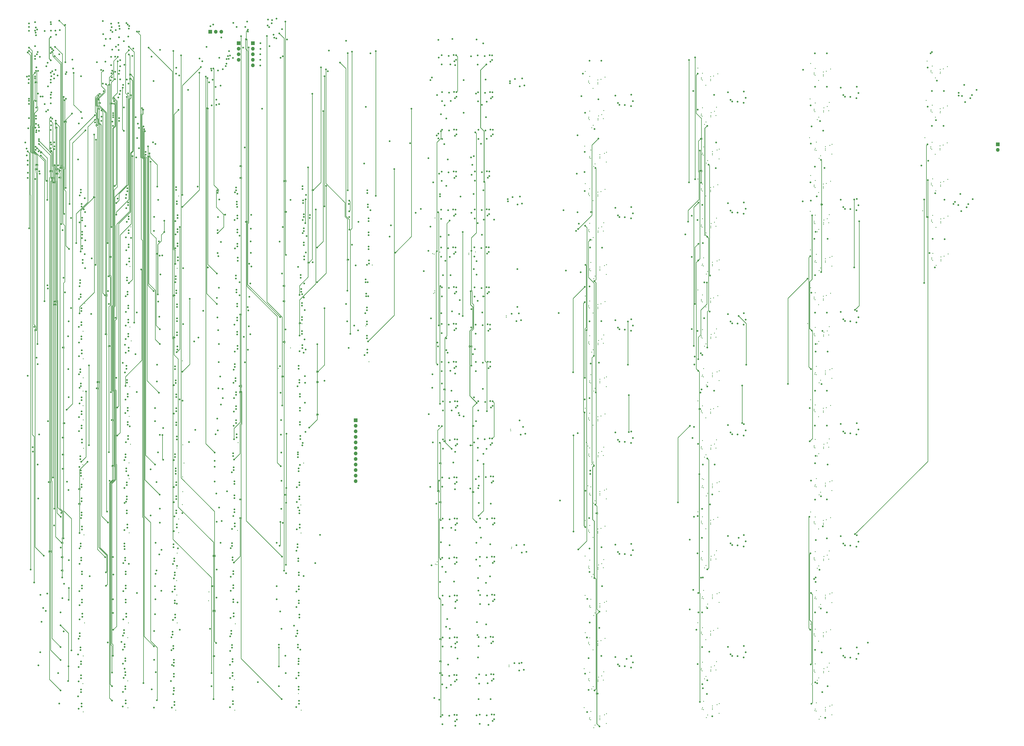
<source format=gbr>
%TF.GenerationSoftware,KiCad,Pcbnew,(6.99.0-3937-g3e53426b6c)*%
%TF.CreationDate,2025-03-10T01:13:01-04:00*%
%TF.ProjectId,AnalogFNN,416e616c-6f67-4464-9e4e-2e6b69636164,rev?*%
%TF.SameCoordinates,Original*%
%TF.FileFunction,Copper,L7,Inr*%
%TF.FilePolarity,Positive*%
%FSLAX46Y46*%
G04 Gerber Fmt 4.6, Leading zero omitted, Abs format (unit mm)*
G04 Created by KiCad (PCBNEW (6.99.0-3937-g3e53426b6c)) date 2025-03-10 01:13:01*
%MOMM*%
%LPD*%
G01*
G04 APERTURE LIST*
%TA.AperFunction,ComponentPad*%
%ADD10R,1.700000X1.700000*%
%TD*%
%TA.AperFunction,ComponentPad*%
%ADD11O,1.700000X1.700000*%
%TD*%
%TA.AperFunction,ViaPad*%
%ADD12C,0.800000*%
%TD*%
%TA.AperFunction,ViaPad*%
%ADD13C,0.400000*%
%TD*%
%TA.AperFunction,Conductor*%
%ADD14C,0.250000*%
%TD*%
%TA.AperFunction,Conductor*%
%ADD15C,0.350200*%
%TD*%
G04 APERTURE END LIST*
D10*
%TO.N,-5V*%
%TO.C,J2*%
X125599999Y-26824999D03*
D11*
%TO.N,GND*%
X125599999Y-29364999D03*
%TO.N,+5V*%
X125599999Y-31904999D03*
%TO.N,GND*%
X125599999Y-34444999D03*
%TO.N,+3V3*%
X125599999Y-36984999D03*
%TD*%
D10*
%TO.N,GND*%
%TO.C,J1*%
X119099999Y-26799999D03*
D11*
%TO.N,/SWCLK*%
X119099999Y-29339999D03*
%TO.N,/SWDIO*%
X119099999Y-31879999D03*
%TO.N,+3V3*%
X119099999Y-34419999D03*
%TD*%
D10*
%TO.N,GND*%
%TO.C,SW1*%
X106074999Y-21499999D03*
D11*
%TO.N,Net-(SW1-B)*%
X108614999Y-21499999D03*
%TO.N,+3V3*%
X111154999Y-21499999D03*
%TD*%
D10*
%TO.N,/L5_OUT1*%
%TO.C,J4*%
X467306099Y-73225199D03*
D11*
%TO.N,/L5_OUT2*%
X467306099Y-75765199D03*
%TD*%
D10*
%TO.N,/L1_IN1*%
%TO.C,J3*%
X172724999Y-199784999D03*
D11*
%TO.N,/L1_IN2*%
X172724999Y-202324999D03*
%TO.N,/L1_IN3*%
X172724999Y-204864999D03*
%TO.N,/L1_IN4*%
X172724999Y-207404999D03*
%TO.N,/L1_IN5*%
X172724999Y-209944999D03*
%TO.N,/L1_IN6*%
X172724999Y-212484999D03*
%TO.N,/L1_IN7*%
X172724999Y-215024999D03*
%TO.N,/L1_IN8*%
X172724999Y-217564999D03*
%TO.N,/L1_IN9*%
X172724999Y-220104999D03*
%TO.N,/L1_IN10*%
X172724999Y-222644999D03*
%TO.N,/L1_IN11*%
X172724999Y-225184999D03*
%TO.N,/L1_IN12*%
X172724999Y-227724999D03*
%TD*%
D12*
%TO.N,GND*%
X116000000Y-304100000D03*
D13*
X388198000Y-127306000D03*
D12*
X177325000Y-136465000D03*
X46650000Y-143200000D03*
X249569000Y-202775000D03*
X178075000Y-95565000D03*
D13*
X387398000Y-315582000D03*
X284756000Y-182550000D03*
D12*
X219028000Y-68600000D03*
D13*
X383574000Y-126506000D03*
D12*
X68050000Y-94650000D03*
X402498000Y-51986700D03*
X46700000Y-224000000D03*
X299156000Y-153450000D03*
X68650000Y-107450000D03*
D13*
X283956000Y-62049700D03*
D12*
X350856000Y-150690000D03*
X218828000Y-157700000D03*
X146600000Y-316850000D03*
D13*
X380098700Y-155400000D03*
X279609000Y-147125000D03*
D12*
X68200000Y-195400000D03*
D13*
X279609000Y-250125000D03*
D12*
X219066000Y-318805000D03*
D13*
X434500000Y-53000000D03*
D12*
X68400000Y-208400000D03*
X68650000Y-167900000D03*
X90800000Y-154300000D03*
X236466000Y-246900000D03*
X89400000Y-323800000D03*
X89200000Y-258000000D03*
X146300000Y-216700000D03*
X118500000Y-120000000D03*
X90425000Y-94135000D03*
X68150000Y-142000000D03*
X147200000Y-188900000D03*
D13*
X329756000Y-89120200D03*
X284756000Y-337050000D03*
D12*
X46800000Y-318100000D03*
D13*
X335656000Y-60549700D03*
D12*
X91000000Y-167300000D03*
X116300000Y-323400000D03*
D13*
X383574000Y-280838000D03*
D12*
X248087000Y-97150000D03*
X47500000Y-127600000D03*
X402498000Y-309207000D03*
X146900000Y-182500000D03*
X116000000Y-257450000D03*
D13*
X283956000Y-268050000D03*
X383574000Y-75062200D03*
D12*
X89800000Y-277300000D03*
X117125000Y-241885000D03*
X90500000Y-229450000D03*
D13*
X381400000Y-121594400D03*
D12*
X250040000Y-256900000D03*
X129100000Y-29400000D03*
D13*
X279665000Y-163775000D03*
X387398000Y-161250000D03*
D12*
X219436000Y-193200000D03*
X326900000Y-157900000D03*
X350756000Y-206785000D03*
D13*
X331309000Y-144365000D03*
X387297000Y-247605000D03*
X284756000Y-131050000D03*
D12*
X178675000Y-121265000D03*
X299156000Y-50450200D03*
X233928000Y-140900000D03*
X218790000Y-87850000D03*
D13*
X381498000Y-36062200D03*
D12*
X47200000Y-210000000D03*
X234463000Y-175125000D03*
D13*
X383574000Y-229394000D03*
X383107000Y-108531000D03*
X436694000Y-39319900D03*
D12*
X236466000Y-282000000D03*
X147100000Y-249000000D03*
D13*
X209000000Y-140437100D03*
D12*
X148650000Y-100100000D03*
X68200000Y-188900000D03*
X118400000Y-160400000D03*
X46200000Y-298800000D03*
X243526000Y-44200000D03*
X350756000Y-308525000D03*
D13*
X208453116Y-141604858D03*
X278056000Y-194250000D03*
D12*
X89400000Y-317400000D03*
X299056000Y-313175000D03*
X219066000Y-228150000D03*
D13*
X383107000Y-211419000D03*
D12*
X67300000Y-276900000D03*
D13*
X440940000Y-58712200D03*
D12*
X234398000Y-157975000D03*
X235528000Y-51400000D03*
D13*
X278056000Y-91250200D03*
D12*
X402498000Y-154875000D03*
X67800000Y-242400000D03*
D13*
X329756000Y-241730000D03*
D12*
X114700000Y-30400000D03*
X117325000Y-248485000D03*
D13*
X335656000Y-314900000D03*
D12*
X116825000Y-222585000D03*
X47200000Y-249900000D03*
X116600000Y-270250000D03*
D13*
X383107000Y-159975000D03*
D12*
X47000000Y-203400000D03*
D13*
X280132000Y-233250000D03*
D12*
X68650000Y-113950000D03*
X147200000Y-201800000D03*
X90800000Y-147800000D03*
X146400000Y-264400000D03*
X101100000Y-33800000D03*
X402498000Y-206319000D03*
X178675000Y-114865000D03*
X447706000Y-99600200D03*
X299056000Y-261675000D03*
D13*
X210057000Y-266000000D03*
X279665000Y-112275000D03*
D12*
X118200000Y-100700000D03*
X350756000Y-155915000D03*
X46900000Y-264000000D03*
D13*
X329756000Y-139990000D03*
X331309000Y-195235000D03*
X335656000Y-213160000D03*
D12*
X68450000Y-154900000D03*
D13*
X387297000Y-299049000D03*
X387297000Y-196161000D03*
D12*
X147400000Y-208400000D03*
D13*
X331309000Y-246105000D03*
X336456000Y-281530000D03*
X224676500Y-123700000D03*
D12*
X46600000Y-257600000D03*
D13*
X383574000Y-332282000D03*
D12*
X233790000Y-122550000D03*
X117125000Y-228985000D03*
X89900000Y-176300000D03*
X46950000Y-162500000D03*
D13*
X329756000Y-190860000D03*
X278000000Y-262100000D03*
D12*
X219371000Y-210675000D03*
X177925000Y-149265000D03*
X219131000Y-337105000D03*
X67300000Y-270400000D03*
X177925000Y-155765000D03*
D13*
X277600000Y-331600000D03*
D12*
X148100000Y-147200000D03*
D13*
X279609000Y-44124900D03*
D12*
X66700000Y-257600000D03*
X146600000Y-176100000D03*
X178875000Y-127865000D03*
D13*
X331832000Y-331600000D03*
D12*
X328137248Y-174175044D03*
D13*
X388198000Y-230194000D03*
D12*
X177625000Y-142865000D03*
D13*
X331832000Y-280730000D03*
X380941078Y-70158922D03*
D12*
X249126000Y-43000000D03*
D13*
X383107000Y-57087000D03*
X279609000Y-301625000D03*
D12*
X235731000Y-301305000D03*
D13*
X436859000Y-91074900D03*
X381274500Y-103900000D03*
D12*
X67200000Y-216700000D03*
X47400000Y-289900000D03*
X47300000Y-108100000D03*
X47300000Y-121000000D03*
X90500000Y-202000000D03*
X116600000Y-283150000D03*
X67300000Y-283300000D03*
X210728000Y-70500000D03*
D13*
X336456000Y-128920000D03*
D12*
X67000000Y-264000000D03*
D13*
X441155000Y-109267000D03*
D12*
X47000000Y-243300000D03*
X218590000Y-122650000D03*
X116500000Y-330000000D03*
X402598000Y-201094000D03*
D13*
X284756000Y-285550000D03*
D12*
X116600000Y-276750000D03*
X46700000Y-95300000D03*
D13*
X434900000Y-35000000D03*
D12*
X117925000Y-194595000D03*
D13*
X335555000Y-196627000D03*
D12*
X146900000Y-236000000D03*
X47000000Y-101700000D03*
X90200000Y-223050000D03*
X218933000Y-140875000D03*
X146600000Y-323250000D03*
X299156000Y-204950000D03*
X47000000Y-190500000D03*
X148100000Y-160100000D03*
D13*
X210196900Y-264695500D03*
X278056000Y-142750000D03*
D12*
X68200000Y-201800000D03*
X146700000Y-270800000D03*
X116300000Y-263850000D03*
D13*
X387398000Y-264138000D03*
D12*
X90500000Y-242350000D03*
X247626000Y-150700000D03*
X118400000Y-147500000D03*
X218590000Y-105250000D03*
X350856000Y-201560000D03*
X218828000Y-34400000D03*
D13*
X336456000Y-78050200D03*
D12*
X46500000Y-305200000D03*
X67100000Y-310150000D03*
X350856000Y-48950200D03*
X67100000Y-323050000D03*
X46400000Y-217600000D03*
X457606000Y-48200200D03*
X402498000Y-103431000D03*
D13*
X280132000Y-78750200D03*
X436594000Y-74319900D03*
X279609000Y-95624900D03*
D12*
X299056000Y-210175000D03*
X47200000Y-270400000D03*
D13*
X432847840Y-103658746D03*
D12*
X116300000Y-317000000D03*
X299056000Y-107175000D03*
X248881000Y-311005000D03*
D13*
X383051000Y-40436900D03*
X335555000Y-298367000D03*
D12*
X90700000Y-248950000D03*
D13*
X283855000Y-148517000D03*
X436694000Y-57319900D03*
X387398000Y-212694000D03*
D12*
X235328000Y-34500000D03*
D13*
X331365000Y-110145000D03*
D12*
X91025000Y-119835000D03*
X68350000Y-101050000D03*
X147500000Y-134400000D03*
D13*
X331365000Y-161015000D03*
D12*
X148950000Y-106500000D03*
D13*
X280132000Y-284750000D03*
X436909000Y-107875000D03*
D12*
X177925000Y-162165000D03*
D13*
X279665000Y-266775000D03*
D12*
X47200000Y-276900000D03*
D13*
X383051000Y-143325000D03*
D12*
X235571000Y-193175000D03*
D13*
X383574000Y-177950000D03*
D12*
X90200000Y-182700000D03*
X149150000Y-126000000D03*
D13*
X383107000Y-314307000D03*
D12*
X299156000Y-256450000D03*
X235663000Y-68625000D03*
X146700000Y-277300000D03*
X46800000Y-324500000D03*
X219266000Y-247000000D03*
D13*
X278056000Y-297250000D03*
D12*
X46350000Y-136800000D03*
D13*
X387297000Y-41829200D03*
X331309000Y-42624900D03*
D12*
X68450000Y-161300000D03*
X146600000Y-310350000D03*
X118500000Y-107100000D03*
D13*
X335656000Y-111420000D03*
D12*
X118700000Y-126600000D03*
X109600000Y-39300000D03*
D13*
X283855000Y-251517000D03*
D12*
X117125000Y-235485000D03*
X146900000Y-242400000D03*
X148300000Y-166700000D03*
X350856000Y-303300000D03*
X236366000Y-264500000D03*
X47150000Y-169100000D03*
D13*
X279665000Y-60775000D03*
D12*
X146600000Y-223100000D03*
X68650000Y-120350000D03*
D13*
X284756000Y-79550200D03*
D12*
X66800000Y-303750000D03*
D13*
X331365000Y-59275000D03*
X244266000Y-258000000D03*
D12*
X402498000Y-257763000D03*
X116525000Y-216185000D03*
X235871000Y-227675000D03*
X67300000Y-329650000D03*
D13*
X437009000Y-125275000D03*
D12*
X350856000Y-252430000D03*
D13*
X227714500Y-122575500D03*
D12*
X146900000Y-229500000D03*
X178675000Y-108365000D03*
X178125000Y-168765000D03*
X148950000Y-113000000D03*
D13*
X280132000Y-181750000D03*
D12*
X402598000Y-149650000D03*
X118100000Y-141100000D03*
X148350000Y-93700000D03*
X67500000Y-289900000D03*
X47200000Y-283300000D03*
X147200000Y-195400000D03*
X146800000Y-329850000D03*
X90200000Y-135000000D03*
X89400000Y-310900000D03*
X117800000Y-134700000D03*
X68850000Y-126950000D03*
X90500000Y-195600000D03*
X67600000Y-176100000D03*
X67900000Y-182500000D03*
D13*
X335555000Y-44017200D03*
X383051000Y-246213000D03*
D12*
X66500000Y-297350000D03*
X402598000Y-46762200D03*
X106100000Y-19000000D03*
D13*
X387398000Y-58361700D03*
X329756000Y-292600000D03*
D12*
X116300000Y-310500000D03*
D13*
X243839000Y-203921000D03*
D12*
X218828000Y-175100000D03*
X146900000Y-290300000D03*
X219231000Y-301505000D03*
D13*
X283956000Y-165050000D03*
X277600000Y-313700000D03*
X211379500Y-122650500D03*
D12*
X47000000Y-197000000D03*
D13*
X381498000Y-293282000D03*
X280132000Y-130250000D03*
D12*
X117625000Y-181695000D03*
D13*
X331832000Y-128120000D03*
X335555000Y-247497000D03*
D12*
X146100000Y-258000000D03*
D13*
X209180803Y-106933075D03*
X336456000Y-332400000D03*
D12*
X146700000Y-283700000D03*
X90700000Y-208600000D03*
X90725000Y-100535000D03*
X327240400Y-207900000D03*
X350756000Y-257655000D03*
X118500000Y-113600000D03*
D13*
X278056000Y-245750000D03*
X381498000Y-87506200D03*
X283855000Y-97017200D03*
D12*
X89800000Y-270800000D03*
D13*
X331832000Y-178990000D03*
X383051000Y-297657000D03*
D12*
X67500000Y-223100000D03*
X235371000Y-210275000D03*
X146000000Y-297550000D03*
D13*
X329756000Y-38250200D03*
D12*
X46950000Y-149600000D03*
D13*
X241825000Y-151825000D03*
D12*
X67100000Y-316650000D03*
D13*
X284756000Y-234050000D03*
X335656000Y-264030000D03*
D12*
X402598000Y-252538000D03*
X90800000Y-160700000D03*
D13*
X335555000Y-94887200D03*
X331309000Y-93494900D03*
X383107000Y-262863000D03*
D12*
X178375000Y-101965000D03*
D13*
X331762178Y-226562178D03*
D12*
X455806000Y-98300200D03*
X47000000Y-331100000D03*
D13*
X336456000Y-230660000D03*
X387297000Y-93273200D03*
D12*
X350756000Y-54174700D03*
D13*
X383051000Y-91880900D03*
D12*
X89500000Y-264400000D03*
X118125000Y-207595000D03*
X68450000Y-148400000D03*
D13*
X388198000Y-281638000D03*
D12*
X148950000Y-119400000D03*
X129000000Y-34400000D03*
D13*
X433901300Y-70100000D03*
D12*
X91025000Y-106935000D03*
X402598000Y-98206200D03*
X236001000Y-318480000D03*
X68000000Y-249000000D03*
X117900000Y-94300000D03*
X46400000Y-177700000D03*
X117925000Y-200995000D03*
D13*
X383051000Y-194769000D03*
D12*
X90500000Y-189100000D03*
D13*
X388198000Y-333082000D03*
X388198000Y-75862200D03*
X387297000Y-144717000D03*
D12*
X326917692Y-105913388D03*
X47300000Y-114600000D03*
X117925000Y-188095000D03*
X89600000Y-330400000D03*
X146300000Y-303950000D03*
X90500000Y-141400000D03*
D13*
X278056000Y-39750200D03*
X331365000Y-262755000D03*
X381498000Y-241838000D03*
X331365000Y-211885000D03*
X283855000Y-45517200D03*
X331309000Y-296975000D03*
D12*
X147800000Y-140800000D03*
X219266000Y-282300000D03*
X275103010Y-109582555D03*
D13*
X335555000Y-145757000D03*
D12*
X47000000Y-230400000D03*
D13*
X336456000Y-179790000D03*
D12*
X47000000Y-236900000D03*
X67800000Y-229500000D03*
X210728000Y-68300000D03*
X91025000Y-113435000D03*
X326904592Y-124825820D03*
D13*
X280132000Y-336250000D03*
X381498000Y-138950000D03*
D12*
X350856000Y-99820200D03*
D13*
X381200000Y-52400000D03*
X441255000Y-126667000D03*
D12*
X299156000Y-307950000D03*
X89900000Y-216650000D03*
D13*
X440940000Y-40712200D03*
X279665000Y-215275000D03*
D12*
X116800000Y-289750000D03*
X90000000Y-290300000D03*
D13*
X283855000Y-303017000D03*
D12*
X236296000Y-336930000D03*
D13*
X283855000Y-200017000D03*
D12*
X219028000Y-51300000D03*
D13*
X283956000Y-319550000D03*
D12*
X91225000Y-126435000D03*
X118400000Y-154000000D03*
D13*
X283956000Y-216550000D03*
D12*
X115700000Y-297700000D03*
X46800000Y-311600000D03*
D13*
X388198000Y-178750000D03*
X278000000Y-280100000D03*
D12*
X46950000Y-156100000D03*
X299156000Y-101950000D03*
X88800000Y-298100000D03*
D13*
X331832000Y-77250200D03*
X243131000Y-312105000D03*
X331832000Y-229860000D03*
D12*
X233990000Y-105150000D03*
D13*
X441105000Y-92467200D03*
X279295200Y-229800000D03*
D12*
X219066000Y-264900000D03*
X89800000Y-283700000D03*
D13*
X279665000Y-318275000D03*
D12*
X148100000Y-153700000D03*
X67850000Y-135600000D03*
D13*
X440840000Y-75712200D03*
D12*
X90500000Y-235950000D03*
X299056000Y-55674700D03*
X118600000Y-167000000D03*
D13*
X331365000Y-313625000D03*
D12*
X117325000Y-175295000D03*
X299056000Y-158675000D03*
X449406000Y-49600200D03*
X46700000Y-184100000D03*
X402598000Y-303982000D03*
X350756000Y-105045000D03*
D13*
X208715000Y-123600000D03*
X335656000Y-162290000D03*
D12*
X89100000Y-304500000D03*
X453772000Y-100655000D03*
X455507000Y-50600200D03*
X234090000Y-87750000D03*
X242491000Y-98347500D03*
D13*
X277856000Y-74050200D03*
X283956000Y-113550000D03*
X279609000Y-198625000D03*
X381498000Y-190394000D03*
D12*
X67800000Y-236000000D03*
D13*
X387398000Y-109806000D03*
X279295200Y-211600000D03*
D12*
%TO.N,+3V3*%
X116500000Y-33600000D03*
X129000000Y-37000000D03*
X111100000Y-24200000D03*
%TO.N,Net-(U27B-+)*%
X291856000Y-50850200D03*
X293756000Y-55050200D03*
%TO.N,Net-(C20-Pad2)*%
X299956000Y-53350200D03*
X296245000Y-55150200D03*
%TO.N,Net-(U44B-+)*%
X291856000Y-256850000D03*
X293756000Y-261050000D03*
%TO.N,Net-(U31B-+)*%
X293756000Y-106550000D03*
X291856000Y-102350000D03*
%TO.N,Net-(C23-Pad2)*%
X296245000Y-106650000D03*
X299956000Y-104850000D03*
%TO.N,Net-(U36B-+)*%
X291856000Y-153850000D03*
X293756000Y-158050000D03*
%TO.N,Net-(C26-Pad2)*%
X299956000Y-156350000D03*
X296245000Y-158150000D03*
%TO.N,Net-(U63B-+)*%
X345456000Y-206160000D03*
X343556000Y-201960000D03*
%TO.N,Net-(U40B-+)*%
X293756000Y-209550000D03*
X291856000Y-205350000D03*
%TO.N,Net-(C29-Pad2)*%
X299956000Y-207850000D03*
X296245000Y-209650000D03*
%TO.N,Net-(C32-Pad2)*%
X296245000Y-261150000D03*
X299956000Y-259350000D03*
%TO.N,Net-(U48B-+)*%
X293756000Y-312550000D03*
X291856000Y-308350000D03*
%TO.N,Net-(C35-Pad2)*%
X296245000Y-312650000D03*
X299956000Y-310850000D03*
%TO.N,Net-(U51B-+)*%
X345456000Y-53550200D03*
X343556000Y-49350200D03*
%TO.N,Net-(C38-Pad2)*%
X347945000Y-53650200D03*
X351656000Y-51850200D03*
%TO.N,Net-(U55B-+)*%
X343556000Y-100220000D03*
X345456000Y-104420000D03*
%TO.N,Net-(C41-Pad2)*%
X347945000Y-104520000D03*
X351656000Y-102720000D03*
%TO.N,Net-(U59B-+)*%
X343556000Y-151090000D03*
X345456000Y-155290000D03*
%TO.N,Net-(C44-Pad2)*%
X351656000Y-153590000D03*
X347945000Y-155390000D03*
%TO.N,Net-(C47-Pad2)*%
X351656000Y-204460000D03*
X347945000Y-206260000D03*
%TO.N,Net-(U67B-+)*%
X343556000Y-252830000D03*
X345456000Y-257030000D03*
%TO.N,Net-(C50-Pad2)*%
X351656000Y-255330000D03*
X347945000Y-257130000D03*
%TO.N,Net-(U71B-+)*%
X343556000Y-303700000D03*
X345456000Y-307900000D03*
%TO.N,Net-(C53-Pad2)*%
X347945000Y-308000000D03*
X351656000Y-306200000D03*
%TO.N,Net-(U75B-+)*%
X395298000Y-47162200D03*
X397198000Y-51362200D03*
%TO.N,Net-(C56-Pad2)*%
X403398000Y-49662200D03*
X399687000Y-51462200D03*
%TO.N,Net-(U79B-+)*%
X395298000Y-98606200D03*
X397198000Y-102806000D03*
%TO.N,Net-(C59-Pad2)*%
X399687000Y-102906000D03*
X403398000Y-101106000D03*
%TO.N,Net-(U83B-+)*%
X395298000Y-150050000D03*
X397198000Y-154250000D03*
%TO.N,Net-(C62-Pad2)*%
X399687000Y-154350000D03*
X403398000Y-152550000D03*
%TO.N,Net-(U87B-+)*%
X397198000Y-205694000D03*
X395298000Y-201494000D03*
%TO.N,Net-(C65-Pad2)*%
X399687000Y-205794000D03*
X403398000Y-203994000D03*
%TO.N,Net-(U91B-+)*%
X397198000Y-257138000D03*
X395298000Y-252938000D03*
%TO.N,Net-(C68-Pad2)*%
X403398000Y-255438000D03*
X399687000Y-257238000D03*
%TO.N,Net-(U95B-+)*%
X395298000Y-304382000D03*
X397198000Y-308582000D03*
%TO.N,Net-(C71-Pad2)*%
X403398000Y-306882000D03*
X399687000Y-308682000D03*
%TO.N,Net-(C3002-Pad2)*%
X249087000Y-100350000D03*
X246987000Y-100750000D03*
%TO.N,Net-(U13001B-+)*%
X451906000Y-45900200D03*
X450906000Y-51000200D03*
%TO.N,Net-(U13001C--)*%
X452306000Y-53800200D03*
X454706000Y-52000200D03*
%TO.N,Net-(U17001B-+)*%
X449171000Y-101055000D03*
X450171000Y-95955200D03*
%TO.N,Net-(U17001C--)*%
X450571000Y-103855000D03*
X452971000Y-102055000D03*
%TO.N,Net-(C23002-Pad2)*%
X248026000Y-46600000D03*
X250126000Y-46200000D03*
%TO.N,Net-(C33002-Pad2)*%
X246526000Y-154300000D03*
X248626000Y-153900000D03*
%TO.N,Net-(C131002-Pad2)*%
X248469000Y-206375000D03*
X250569000Y-205975000D03*
%TO.N,Net-(C139002-Pad2)*%
X248940000Y-260500000D03*
X251040000Y-260100000D03*
%TO.N,Net-(C148002-Pad2)*%
X249881000Y-314205000D03*
X247781000Y-314605000D03*
%TO.N,Net-(Q2001A-S1)*%
X211990000Y-103150000D03*
X211990000Y-107350000D03*
%TO.N,/InNeuron_1/OUT*%
X278103700Y-248747400D03*
X277792400Y-196203100D03*
X278832500Y-299409900D03*
X276983900Y-40798000D03*
X277835500Y-145602200D03*
X277835500Y-94580500D03*
%TO.N,/InNeuron_3/OUT*%
X278203300Y-232069900D03*
X279058500Y-281744100D03*
X278181200Y-128454700D03*
X246956900Y-130447300D03*
X246956900Y-147775000D03*
X278936100Y-333620000D03*
X277870600Y-76647100D03*
X277885500Y-180262300D03*
%TO.N,/Neuron6_1/OUT*%
X331279500Y-90789700D03*
X329641800Y-243737500D03*
X330768200Y-194608700D03*
X329026200Y-295833100D03*
X329608800Y-40780300D03*
%TO.N,/Neuron6_10/IN3*%
X329900500Y-177100600D03*
X330636100Y-76064700D03*
X297635200Y-154478300D03*
X329888600Y-126462100D03*
X297635200Y-174284500D03*
X330405300Y-224457300D03*
X330636100Y-328986000D03*
X329898100Y-278988300D03*
%TO.N,/Neuron6_10/IN4*%
X336347500Y-233822500D03*
X334058300Y-184238700D03*
X298053400Y-188232700D03*
X336347500Y-335562500D03*
X334625600Y-82483600D03*
X298053400Y-205198400D03*
X335361500Y-133348200D03*
X334058300Y-285978700D03*
%TO.N,/Neuron6_10/IN5*%
X329825800Y-210622400D03*
X329673100Y-57288300D03*
X329591800Y-158772700D03*
X329558800Y-107907500D03*
X329558800Y-260765200D03*
X329689100Y-311643600D03*
%TO.N,/Neuron6_10/IN6*%
X334036100Y-217292600D03*
X334036100Y-319052000D03*
X334036100Y-166416000D03*
X297062800Y-309242400D03*
X334073000Y-64694600D03*
X334036100Y-268181400D03*
X334036100Y-115579200D03*
%TO.N,/Neuron6_13/IN1*%
X381805600Y-141241400D03*
X377993400Y-38962200D03*
X380843900Y-244025500D03*
X381061900Y-194210500D03*
X381403200Y-90595300D03*
X381281400Y-295833100D03*
%TO.N,/Neuron6_13/IN3*%
X381621500Y-279042300D03*
X351894000Y-174284500D03*
X381627800Y-176277100D03*
X348448600Y-151955400D03*
X381314000Y-124469500D03*
X381550300Y-72806300D03*
X381811000Y-329814900D03*
X381663700Y-227416500D03*
%TO.N,/Neuron6_10/OUT*%
X350074000Y-201023400D03*
X386219500Y-234613900D03*
X386155600Y-286113100D03*
X386283400Y-131762700D03*
X386192700Y-80323200D03*
X350074000Y-183822400D03*
X388141900Y-336231700D03*
X386431200Y-183184900D03*
%TO.N,/Neuron6_11/OUT*%
X381403600Y-260819200D03*
X382178300Y-105763200D03*
X381987700Y-158656000D03*
X348448600Y-253712700D03*
X381572900Y-311773900D03*
X381425100Y-55312300D03*
X381061900Y-209399800D03*
%TO.N,/Neuron6_12/OUT*%
X383788000Y-113295800D03*
X383789100Y-216140900D03*
X383580200Y-319981400D03*
X383763500Y-164778400D03*
X385778300Y-62525100D03*
X385550100Y-268373000D03*
%TO.N,/Neuron6_13/OUT*%
X436022900Y-123031900D03*
X435186100Y-37962600D03*
%TO.N,/Neuron6_14/OUT*%
X439368400Y-43934600D03*
X401448700Y-98462800D03*
X438419800Y-129667900D03*
X401448700Y-129667900D03*
%TO.N,/Neuron6_15/OUT*%
X401816000Y-149119900D03*
X403740700Y-108528700D03*
X435094900Y-73170500D03*
X434850800Y-106536100D03*
%TO.N,/Neuron6_17/OUT*%
X435144900Y-55910200D03*
X435227400Y-89635800D03*
X401816000Y-252018700D03*
%TO.N,/Neuron6_18/OUT*%
X438944400Y-62084000D03*
X407728900Y-301810900D03*
X438634100Y-95580100D03*
%TO.N,/InNeuron_4/OUT*%
X282250500Y-135939200D03*
X284574200Y-287595700D03*
X282656500Y-238475400D03*
X282733500Y-84018900D03*
X282889500Y-187003100D03*
X247943600Y-199889000D03*
X284574200Y-340247100D03*
%TO.N,/InNeuron_5/OUT*%
X277974600Y-58713700D03*
D13*
X278549500Y-209947500D03*
D12*
X277997800Y-110521300D03*
X278644600Y-158435100D03*
X274831300Y-259036200D03*
X278000400Y-315974000D03*
%TO.N,/InNeuron_6/OUT*%
X282336100Y-66193900D03*
X247817400Y-311266300D03*
X282053500Y-220667800D03*
X282249400Y-272177000D03*
X282100600Y-170176200D03*
X282336100Y-323679800D03*
X280352600Y-116971000D03*
D13*
%TO.N,-5V*%
X387306000Y-41229800D03*
X335564000Y-43417800D03*
X387306000Y-195562000D03*
D12*
X233353000Y-88475700D03*
D13*
X440949000Y-58112800D03*
D12*
X235134000Y-228401000D03*
D13*
X284762000Y-284905000D03*
X335564000Y-94287800D03*
X335564000Y-145158000D03*
X283864000Y-147918000D03*
X284762000Y-78904600D03*
D12*
X218091000Y-35125700D03*
X233253000Y-105876000D03*
X218329000Y-319531000D03*
D13*
X387398000Y-212094000D03*
D12*
X235559000Y-337656000D03*
X218634000Y-211401000D03*
X234591000Y-35225700D03*
X218494000Y-302231000D03*
D13*
X441114000Y-91867800D03*
X283956000Y-164450000D03*
D12*
X235729000Y-282726000D03*
D13*
X388204000Y-280993000D03*
X336462000Y-179145000D03*
X388204000Y-332437000D03*
X387306000Y-298450000D03*
X336462000Y-77404600D03*
X388204000Y-178105000D03*
X441264000Y-126068000D03*
D12*
X234834000Y-193901000D03*
X233726000Y-175851000D03*
D13*
X335656000Y-263430000D03*
X283956000Y-267450000D03*
D12*
X234994000Y-302031000D03*
D13*
X387398000Y-314982000D03*
X283956000Y-112950000D03*
D12*
X234791000Y-52125700D03*
D13*
X441164000Y-108668000D03*
X283864000Y-250918000D03*
X387306000Y-144118000D03*
X336462000Y-331755000D03*
D12*
X129100000Y-26800000D03*
X218394000Y-337831000D03*
D13*
X283956000Y-215950000D03*
X284762000Y-181905000D03*
D12*
X218091000Y-158426000D03*
X218053000Y-88575700D03*
D13*
X335656000Y-314300000D03*
X387398000Y-57762200D03*
X387398000Y-263538000D03*
D12*
X218699000Y-193926000D03*
D13*
X388204000Y-126661000D03*
D12*
X233191000Y-141626000D03*
D13*
X336462000Y-280885000D03*
D12*
X218291000Y-52025700D03*
X218329000Y-265626000D03*
D13*
X284762000Y-130405000D03*
X283864000Y-302418000D03*
X284762000Y-233405000D03*
X283956000Y-318950000D03*
D12*
X218291000Y-69325700D03*
X217853000Y-123376000D03*
X234926000Y-69350700D03*
X233661000Y-158701000D03*
D13*
X335656000Y-59950200D03*
X335656000Y-161690000D03*
D12*
X217853000Y-105976000D03*
D13*
X336462000Y-230015000D03*
D12*
X218529000Y-247726000D03*
D13*
X284762000Y-336405000D03*
X440849000Y-75112800D03*
X335564000Y-297768000D03*
X283864000Y-44917800D03*
X335564000Y-196028000D03*
X387398000Y-160650000D03*
X387306000Y-247006000D03*
X440949000Y-40112800D03*
X387398000Y-109206000D03*
D12*
X235264000Y-319206000D03*
X218196000Y-141601000D03*
X218091000Y-175826000D03*
D13*
X283864000Y-199418000D03*
D12*
X218329000Y-228876000D03*
X235629000Y-265226000D03*
X235729000Y-247626000D03*
D13*
X283864000Y-96417800D03*
X388204000Y-229549000D03*
X283956000Y-61450200D03*
X335656000Y-110820000D03*
X335656000Y-212560000D03*
X388204000Y-75216600D03*
X387306000Y-92673800D03*
D12*
X218529000Y-283026000D03*
D13*
X336462000Y-128275000D03*
D12*
X233053000Y-123276000D03*
X234634000Y-211001000D03*
D13*
X335564000Y-246898000D03*
D12*
%TO.N,+5V*%
X90700000Y-247550000D03*
X117900000Y-93000000D03*
D13*
X331296000Y-314221000D03*
D12*
X67300000Y-328250000D03*
X147100000Y-247600000D03*
X146600000Y-221900000D03*
X149100000Y-137000000D03*
X396490000Y-50553400D03*
X118125000Y-206195000D03*
X150000000Y-96400000D03*
X46950000Y-148400000D03*
D13*
X279596000Y-61370600D03*
X147800000Y-332756800D03*
X147700000Y-251500000D03*
D12*
X46500000Y-304000000D03*
D13*
X69221300Y-157016600D03*
D12*
X118200000Y-99500000D03*
D13*
X48000000Y-212668400D03*
D12*
X47300000Y-106900000D03*
X46350000Y-135500000D03*
D13*
X178882778Y-172882778D03*
D12*
X124800000Y-105500000D03*
X117325000Y-173995000D03*
X90500000Y-187900000D03*
D13*
X383039000Y-109127000D03*
D12*
X344747000Y-154481000D03*
X116300000Y-315700000D03*
X147500000Y-133100000D03*
X47000000Y-100500000D03*
X48500000Y-123600000D03*
D13*
X436708000Y-57931100D03*
D12*
X177625000Y-141665000D03*
X177925000Y-160965000D03*
D13*
X383039000Y-314903000D03*
D12*
X177925000Y-148065000D03*
X117125000Y-234185000D03*
D13*
X241827000Y-152495000D03*
D12*
X146300000Y-302750000D03*
X147800000Y-139600000D03*
X146900000Y-241200000D03*
X90800000Y-153000000D03*
D13*
X331703000Y-77879100D03*
D12*
X116300000Y-262650000D03*
D13*
X208100000Y-123300000D03*
D12*
X48600000Y-130000000D03*
X89400000Y-322600000D03*
X178125000Y-167365000D03*
D13*
X93316468Y-225744928D03*
D12*
X148100000Y-152400000D03*
X89600000Y-329000000D03*
D13*
X331296000Y-110741000D03*
D12*
X67200000Y-215400000D03*
D13*
X383445000Y-75691100D03*
D12*
X90500000Y-194300000D03*
D13*
X91600000Y-96923700D03*
D12*
X90500000Y-241150000D03*
D13*
X437023000Y-125886000D03*
D12*
X67850000Y-134300000D03*
X46650000Y-142000000D03*
D13*
X68500000Y-292722700D03*
D12*
X118700000Y-125200000D03*
D13*
X331296000Y-212481000D03*
D12*
X117325000Y-247085000D03*
D13*
X47800000Y-226700000D03*
D12*
X147400000Y-207000000D03*
X293047000Y-260241000D03*
X47300000Y-119800000D03*
X90500000Y-228250000D03*
D13*
X383065000Y-41048100D03*
D12*
X396490000Y-256329000D03*
D13*
X94047546Y-219417261D03*
D12*
X89800000Y-269600000D03*
X90200000Y-133700000D03*
X117800000Y-133400000D03*
X68450000Y-153600000D03*
X118500000Y-105900000D03*
X47000000Y-195700000D03*
D13*
X279623000Y-250736000D03*
X148100000Y-155510900D03*
D12*
X89500000Y-263200000D03*
X68000000Y-247600000D03*
D13*
X383065000Y-298268000D03*
D12*
X124400000Y-137000000D03*
X344747000Y-256221000D03*
D13*
X279596000Y-112871000D03*
D12*
X146400000Y-263200000D03*
X123700000Y-156700000D03*
X66800000Y-302550000D03*
X116800000Y-288350000D03*
X242600000Y-99341000D03*
D13*
X90900000Y-292700000D03*
D12*
X146900000Y-181300000D03*
X147200000Y-200600000D03*
D13*
X436873000Y-91686100D03*
X177462256Y-156456460D03*
X91531700Y-251352900D03*
X48508278Y-146208278D03*
D12*
X148950000Y-105300000D03*
X67600000Y-174800000D03*
D13*
X47800000Y-180300000D03*
D12*
X209928000Y-69100000D03*
X124700000Y-111900000D03*
D13*
X47800000Y-333500000D03*
D12*
X89900000Y-175000000D03*
D13*
X279623000Y-44736100D03*
D12*
X66700000Y-256300000D03*
D13*
X68300000Y-331707800D03*
X279623000Y-96236100D03*
X147641872Y-238641872D03*
D12*
X149800000Y-167300000D03*
D13*
X47800000Y-307900000D03*
X331703000Y-281359000D03*
D12*
X89100000Y-303300000D03*
X89400000Y-309700000D03*
X91025000Y-105735000D03*
D13*
X331296000Y-59870600D03*
X93433600Y-211000000D03*
D12*
X48700000Y-117200000D03*
D13*
X209374688Y-265839364D03*
D12*
X68650000Y-106250000D03*
X68150000Y-140800000D03*
X148650000Y-98900000D03*
X48500000Y-97900000D03*
X344747000Y-103611000D03*
D13*
X148857664Y-219377564D03*
D12*
X118400000Y-146300000D03*
X446976000Y-100510000D03*
X178875000Y-126465000D03*
X293047000Y-54241400D03*
X146300000Y-215400000D03*
X149600000Y-182606400D03*
D13*
X331703000Y-179619000D03*
D12*
X46400000Y-216300000D03*
X46800000Y-310400000D03*
X118400000Y-159200000D03*
D13*
X279596000Y-164371000D03*
D12*
X178675000Y-113565000D03*
X46900000Y-262800000D03*
X47150000Y-167700000D03*
X68200000Y-194100000D03*
X150200000Y-115300000D03*
X90425000Y-92835000D03*
D13*
X117300000Y-332756800D03*
X331323000Y-94106100D03*
D12*
X67800000Y-234700000D03*
D13*
X47700000Y-193100000D03*
D12*
X396490000Y-204885000D03*
D13*
X383065000Y-195380000D03*
D12*
X90500000Y-200800000D03*
X68650000Y-166500000D03*
D13*
X69612178Y-110992478D03*
D12*
X149400000Y-149200000D03*
X117125000Y-240685000D03*
X146600000Y-322050000D03*
X118600000Y-165600000D03*
X47200000Y-275600000D03*
X47000000Y-229200000D03*
X396490000Y-307773000D03*
D13*
X209021590Y-141237090D03*
X280003000Y-285379000D03*
D12*
X147200000Y-194100000D03*
X47000000Y-329700000D03*
X90000000Y-288900000D03*
D13*
X69221300Y-129200000D03*
X383039000Y-212015000D03*
D12*
X89400000Y-316100000D03*
X146600000Y-174800000D03*
D13*
X93248402Y-238435257D03*
D12*
X47000000Y-242100000D03*
D13*
X331323000Y-43236100D03*
D12*
X89900000Y-215350000D03*
X146700000Y-269600000D03*
D13*
X68800000Y-219359500D03*
X383065000Y-143936000D03*
D12*
X88800000Y-296800000D03*
X46950000Y-154800000D03*
X47200000Y-248500000D03*
X47200000Y-208600000D03*
D13*
X68200000Y-319300000D03*
D12*
X147200000Y-187700000D03*
X116000000Y-302900000D03*
X146900000Y-234700000D03*
D13*
X47649372Y-220149372D03*
D12*
X148950000Y-111700000D03*
D13*
X68900000Y-226600000D03*
D12*
X116600000Y-281950000D03*
X117925000Y-199795000D03*
X67800000Y-228300000D03*
X67100000Y-321850000D03*
X68850000Y-125550000D03*
X118500000Y-95900000D03*
X148200000Y-141900000D03*
X116500000Y-328600000D03*
X148100000Y-158900000D03*
D13*
X383065000Y-92492100D03*
D12*
X151700000Y-107000000D03*
X48700000Y-110700000D03*
X67100000Y-315350000D03*
D13*
X48100000Y-252300000D03*
D12*
X66500000Y-296050000D03*
X116300000Y-309300000D03*
D13*
X244243000Y-258647000D03*
D12*
X90500000Y-234650000D03*
D13*
X47600000Y-320600000D03*
X331296000Y-263351000D03*
D12*
X146900000Y-288900000D03*
D13*
X383039000Y-57682600D03*
D12*
X146700000Y-276000000D03*
D13*
X280003000Y-79379100D03*
D12*
X124000000Y-143100000D03*
X293047000Y-105741000D03*
X117925000Y-193295000D03*
X116600000Y-275450000D03*
D13*
X436608000Y-74931100D03*
D12*
X67800000Y-241200000D03*
D13*
X48400000Y-292722700D03*
D12*
X148950000Y-118200000D03*
X146800000Y-328450000D03*
X67500000Y-221900000D03*
X67100000Y-308950000D03*
X91000000Y-165900000D03*
X178075000Y-94265000D03*
D13*
X180382218Y-128532818D03*
X280003000Y-233879000D03*
D12*
X396490000Y-153441000D03*
X146000000Y-296250000D03*
X67500000Y-288500000D03*
X123500000Y-149400000D03*
X68650000Y-112650000D03*
X46800000Y-323300000D03*
X117925000Y-186895000D03*
X115700000Y-296400000D03*
X46400000Y-176400000D03*
X153000000Y-127300000D03*
D13*
X280003000Y-182379000D03*
X117100000Y-318700000D03*
D12*
X47300000Y-113300000D03*
D13*
X90700000Y-279900000D03*
D12*
X146100000Y-256700000D03*
X90700000Y-207200000D03*
D13*
X243862000Y-204557000D03*
D12*
X149300000Y-162700000D03*
X68050000Y-93350000D03*
X151800000Y-105600000D03*
X46700000Y-222800000D03*
X46950000Y-161300000D03*
D13*
X118801500Y-210000000D03*
X331703000Y-128749000D03*
X47800000Y-171563200D03*
D12*
X116825000Y-221385000D03*
D13*
X47800000Y-199600000D03*
X93447820Y-232493872D03*
D12*
X47000000Y-235600000D03*
D13*
X331323000Y-297586000D03*
D12*
X89200000Y-256700000D03*
D13*
X68200000Y-299510500D03*
D12*
X178675000Y-107165000D03*
D13*
X68900000Y-251400000D03*
X383065000Y-246824000D03*
X93286176Y-172527284D03*
D12*
X90200000Y-181500000D03*
D13*
X69100000Y-184321800D03*
X90900000Y-260700000D03*
D12*
X243526000Y-45199500D03*
D13*
X69800000Y-163372900D03*
X280003000Y-336879000D03*
D12*
X46700000Y-94000000D03*
X91025000Y-112135000D03*
X67300000Y-282100000D03*
X47200000Y-282100000D03*
D13*
X279623000Y-199236000D03*
X280003000Y-130879000D03*
D12*
X116525000Y-214885000D03*
D13*
X383039000Y-160571000D03*
D12*
X146900000Y-228300000D03*
X396490000Y-101997000D03*
D13*
X279596000Y-318871000D03*
D12*
X68450000Y-160100000D03*
X178375000Y-100765000D03*
X91225000Y-125035000D03*
D13*
X90653222Y-273353222D03*
D12*
X67000000Y-262800000D03*
X68200000Y-187700000D03*
X117625000Y-180495000D03*
D13*
X383445000Y-281467000D03*
D12*
X89800000Y-276000000D03*
X90800000Y-146600000D03*
D13*
X436923000Y-108486000D03*
X118600000Y-250303900D03*
D12*
X177925000Y-154465000D03*
D13*
X90700000Y-267600000D03*
X383445000Y-230023000D03*
D12*
X124600000Y-117700000D03*
X47400000Y-288500000D03*
D13*
X68900000Y-198000000D03*
D12*
X68650000Y-119150000D03*
X149150000Y-124600000D03*
X117125000Y-227785000D03*
X67900000Y-181300000D03*
X47000000Y-189300000D03*
D13*
X331323000Y-144976000D03*
D12*
X344747000Y-307091000D03*
D13*
X47700000Y-186400000D03*
D12*
X149900000Y-122800000D03*
X46200000Y-297500000D03*
D13*
X383445000Y-332911000D03*
X69500000Y-210800000D03*
D12*
X89800000Y-282500000D03*
X148100000Y-146000000D03*
X47200000Y-269200000D03*
X148350000Y-92400000D03*
X67300000Y-269200000D03*
X146600000Y-309150000D03*
X118400000Y-152700000D03*
D13*
X243093000Y-312776000D03*
X224676500Y-123100000D03*
D12*
X46800000Y-316800000D03*
X68200000Y-200600000D03*
X91025000Y-118635000D03*
D13*
X383039000Y-263459000D03*
D12*
X148300000Y-211300000D03*
X90800000Y-159500000D03*
X149700000Y-205100000D03*
X47000000Y-202200000D03*
X177325000Y-135165000D03*
X118100000Y-139900000D03*
D13*
X279596000Y-267371000D03*
D12*
X293047000Y-311741000D03*
D13*
X90900000Y-130082200D03*
X91531700Y-245100000D03*
D12*
X46700000Y-182900000D03*
D13*
X383445000Y-178579000D03*
X436708000Y-39931100D03*
D12*
X116600000Y-269050000D03*
X90500000Y-140200000D03*
X47500000Y-126200000D03*
X124433549Y-160266451D03*
D13*
X331296000Y-161611000D03*
X331703000Y-230489000D03*
X117600000Y-293121400D03*
D12*
X118500000Y-118800000D03*
X178675000Y-120065000D03*
X68400000Y-207000000D03*
D13*
X90200000Y-332800000D03*
D12*
X67300000Y-275600000D03*
X124700000Y-123000000D03*
X344747000Y-205351000D03*
X118500000Y-112300000D03*
X449406000Y-50800200D03*
X148300000Y-165300000D03*
X116300000Y-322200000D03*
X123300000Y-167400000D03*
D13*
X331323000Y-195846000D03*
X331703000Y-332229000D03*
D12*
X68450000Y-147200000D03*
X293047000Y-157241000D03*
X46600000Y-256300000D03*
X149500000Y-179500000D03*
X90200000Y-221850000D03*
X293047000Y-208741000D03*
X116000000Y-256150000D03*
X344747000Y-52741400D03*
D13*
X383445000Y-127135000D03*
X279596000Y-215871000D03*
D12*
X146600000Y-315550000D03*
X146700000Y-282500000D03*
X90725000Y-99335000D03*
D13*
X279623000Y-147736000D03*
X331323000Y-246716000D03*
X47700000Y-158955100D03*
D12*
X48600000Y-104300000D03*
D13*
X279623000Y-302236000D03*
D12*
X124900000Y-129200000D03*
X68350000Y-99850000D03*
X129000000Y-31900000D03*
X149500000Y-191700000D03*
%TO.N,/L1_IN1*%
X211453200Y-300180700D03*
X211626400Y-138168400D03*
X211763000Y-245564500D03*
X210869300Y-33366200D03*
X211030100Y-86610100D03*
X211458400Y-192217900D03*
%TO.N,/L1_IN2*%
X216662300Y-249115000D03*
X216602600Y-303613800D03*
X216832300Y-195315000D03*
X216215400Y-36513700D03*
%TO.N,/L1_IN3*%
X210855000Y-156262900D03*
X211390000Y-210089900D03*
X211734100Y-263491700D03*
X210103500Y-50600000D03*
X211453200Y-315759100D03*
X210642300Y-104373500D03*
%TO.N,/L1_IN4*%
X215901000Y-108117200D03*
X216433600Y-321134700D03*
X216764500Y-212903900D03*
X216337800Y-53281100D03*
%TO.N,/L1_IN5*%
X210313000Y-174169000D03*
X208113300Y-209945000D03*
X211841000Y-67184800D03*
X211307900Y-281569200D03*
X210020000Y-122240200D03*
X211020400Y-227479100D03*
X211771500Y-335698400D03*
%TO.N,/L1_IN6*%
X213379300Y-209374400D03*
X215965000Y-124864700D03*
X216171500Y-177054900D03*
%TO.N,/L1_IN7*%
X228102600Y-246459500D03*
X228657400Y-298338700D03*
X225391000Y-211269900D03*
X228294500Y-191769700D03*
X225516900Y-140581200D03*
X225929100Y-87180500D03*
X225679700Y-32809900D03*
%TO.N,/L1_IN8*%
X231290600Y-142914600D03*
X233003000Y-195622000D03*
X232703300Y-36563500D03*
X231665800Y-90358500D03*
%TO.N,/L1_IN9*%
X228048600Y-317977500D03*
X227100100Y-209889900D03*
X228064200Y-263702500D03*
X228000700Y-49904700D03*
X225879100Y-104627200D03*
X225800600Y-157186100D03*
%TO.N,/L1_IN10*%
X231505300Y-107698400D03*
X236236300Y-107698400D03*
X231342800Y-215158700D03*
X232891400Y-53619700D03*
X233337600Y-320414500D03*
X232758400Y-212855000D03*
%TO.N,/L1_IN11*%
X225832800Y-122027200D03*
X227624000Y-67659000D03*
X227849700Y-226757500D03*
X228254400Y-335140500D03*
X229078300Y-277899700D03*
X225840800Y-174709200D03*
%TO.N,/L1_IN12*%
X228959300Y-230923300D03*
X232839100Y-70664800D03*
X233841100Y-284267100D03*
X233605100Y-339536700D03*
%TO.N,Net-(Q4001A-S1)*%
X211990000Y-124750000D03*
X211990000Y-120550000D03*
%TO.N,/W124*%
X207343000Y-153050000D03*
X45765400Y-156898100D03*
X211462100Y-97077900D03*
%TO.N,/W123*%
X52906400Y-97521600D03*
X46094400Y-150709800D03*
X211480300Y-96075000D03*
%TO.N,Net-(Q5001A-S1)*%
X212190000Y-89950000D03*
X212190000Y-85750000D03*
%TO.N,/W126*%
X45839300Y-170399800D03*
X215460000Y-114754600D03*
X214937700Y-168784200D03*
%TO.N,/W125*%
X45825800Y-164087300D03*
X211676000Y-115523400D03*
X210313000Y-164087300D03*
%TO.N,Net-(Q6001A-S1)*%
X227190000Y-124650000D03*
X227190000Y-120450000D03*
%TO.N,/W1212*%
X230660000Y-114637700D03*
X69745800Y-116148800D03*
X67292800Y-168734300D03*
%TO.N,/W121*%
X206103000Y-79502000D03*
X46099600Y-138275600D03*
X204020100Y-131383300D03*
D13*
%TO.N,Net-(Q14001A-S1)*%
X437141000Y-72245200D03*
X437041000Y-75445200D03*
D12*
%TO.N,/W122*%
X45448400Y-80161100D03*
X215054200Y-80161100D03*
X45843200Y-144175600D03*
%TO.N,/W1211*%
X221847400Y-113375000D03*
X67292800Y-162520400D03*
X221847300Y-151966000D03*
D13*
%TO.N,Net-(Q14001B-G2)*%
X444141000Y-72545200D03*
X438641000Y-77745200D03*
%TO.N,Net-(Q15001A-S1)*%
X437141000Y-58445200D03*
X437241000Y-55245200D03*
D12*
%TO.N,/W114*%
X207053300Y-43733100D03*
X207053300Y-110955100D03*
X47200100Y-116226100D03*
%TO.N,/W513*%
X437064400Y-64691500D03*
X188964000Y-110329800D03*
X197718000Y-72669700D03*
D13*
%TO.N,Net-(Q15001B-G2)*%
X438741000Y-60745200D03*
X444241000Y-55545200D03*
%TO.N,Net-(Q16001A-S1)*%
X437141000Y-40445200D03*
X437241000Y-37245200D03*
D12*
%TO.N,/W514*%
X442455400Y-64691500D03*
X188338700Y-71736800D03*
X188377900Y-115523400D03*
%TO.N,/W515*%
X437114400Y-48750700D03*
X190995400Y-122843200D03*
X198362300Y-56807400D03*
D13*
%TO.N,Net-(Q16001B-G2)*%
X444241000Y-37545200D03*
X438741000Y-42745200D03*
%TO.N,Net-(Q18001A-S1)*%
X437356000Y-109000000D03*
X437456000Y-105800000D03*
D12*
%TO.N,/W516*%
X442595100Y-48750700D03*
X177917600Y-128486500D03*
X177399300Y-56006800D03*
%TO.N,/W113*%
X46098500Y-108995000D03*
X207732800Y-42549600D03*
X200303200Y-104585800D03*
D13*
%TO.N,Net-(Q18001B-G2)*%
X444456000Y-106100000D03*
X438956000Y-111300000D03*
%TO.N,Net-(Q19001A-S1)*%
X437406000Y-89000200D03*
X437306000Y-92200200D03*
D12*
%TO.N,/W512*%
X436463500Y-31442700D03*
X179540200Y-31403000D03*
X179540200Y-103401100D03*
%TO.N,/W511*%
X182020500Y-96800000D03*
X182020500Y-30467000D03*
X437114400Y-30817300D03*
D13*
%TO.N,Net-(Q19001B-G2)*%
X438906000Y-94500200D03*
X444406000Y-89300200D03*
%TO.N,Net-(Q20001A-S1)*%
X437456000Y-126400000D03*
X437556000Y-123200000D03*
D12*
%TO.N,/W524*%
X442812200Y-98565700D03*
X174047500Y-108706100D03*
X173848200Y-158518100D03*
%TO.N,/W523*%
X177139600Y-150692100D03*
X433552800Y-136740800D03*
X433552800Y-98525200D03*
D13*
%TO.N,Net-(Q20001B-G2)*%
X444556000Y-123500000D03*
X439056000Y-128700000D03*
D12*
%TO.N,Net-(Q22001A-S1)*%
X212428000Y-49200000D03*
X212428000Y-53400000D03*
%TO.N,/W526*%
X176868000Y-169912100D03*
X432268600Y-82962600D03*
X176693800Y-81953000D03*
%TO.N,/W525*%
X435397200Y-80732600D03*
X190446600Y-84495200D03*
X178407400Y-163618700D03*
%TO.N,Net-(Q24001A-S1)*%
X212428000Y-70700000D03*
X212428000Y-66500000D03*
%TO.N,/W522*%
X442923200Y-116718700D03*
X178551800Y-142833700D03*
%TO.N,/W521*%
X437428700Y-116518400D03*
X178238000Y-136443500D03*
%TO.N,Net-(Q25001A-S1)*%
X212228000Y-32300000D03*
X212228000Y-36500000D03*
%TO.N,/W1112*%
X67674700Y-128297800D03*
X71800000Y-60737600D03*
X232533000Y-60737600D03*
%TO.N,/W115*%
X52779100Y-68676700D03*
X46572200Y-122415000D03*
X211887300Y-59425000D03*
%TO.N,Net-(Q26001A-S1)*%
X229063000Y-70725000D03*
X229063000Y-66525000D03*
%TO.N,/W116*%
X53612200Y-71065200D03*
X214301200Y-61307600D03*
X53428800Y-128454700D03*
%TO.N,/W111*%
X210698500Y-25225000D03*
X208318900Y-90595300D03*
X46151000Y-96597000D03*
%TO.N,Net-(Q27001A-S1)*%
X228928000Y-53500000D03*
X228928000Y-49300000D03*
%TO.N,/W112*%
X202629000Y-102842900D03*
X217160300Y-24839500D03*
X48074500Y-102985000D03*
%TO.N,/W1111*%
X222277600Y-58713700D03*
X206110700Y-122038200D03*
X67537900Y-121763100D03*
%TO.N,Net-(Q28001A-S1)*%
X228728000Y-36600000D03*
X228728000Y-32400000D03*
%TO.N,/W128*%
X67275300Y-142882400D03*
X72075000Y-79220200D03*
X225679700Y-79193000D03*
%TO.N,/W119*%
X222277600Y-43721000D03*
X67736900Y-108712500D03*
X80015000Y-44135000D03*
%TO.N,Net-(Q29001A-S1)*%
X227390000Y-103050000D03*
X227390000Y-107250000D03*
%TO.N,/W1110*%
X232398000Y-43497800D03*
X67345300Y-115883000D03*
X67794400Y-43497800D03*
%TO.N,/W117*%
X228210400Y-25082200D03*
X67514300Y-96278300D03*
X226265800Y-82624900D03*
%TO.N,Net-(Q30001A-S1)*%
X227490000Y-89850000D03*
X227490000Y-85650000D03*
%TO.N,/W118*%
X67526900Y-102478400D03*
X231231700Y-26863000D03*
X231355000Y-94266700D03*
%TO.N,/W133*%
X212047400Y-150641900D03*
X51422600Y-151011000D03*
X46123600Y-192035500D03*
%TO.N,Net-(Q32001A-S1)*%
X212228000Y-159800000D03*
X212228000Y-155600000D03*
%TO.N,/W1210*%
X220891000Y-97180600D03*
X67292800Y-156302100D03*
X220234000Y-150959000D03*
%TO.N,/W129*%
X226863900Y-95975000D03*
X220516900Y-144662300D03*
X67334800Y-150063200D03*
D13*
%TO.N,Net-(Q19A-S1)*%
X280556000Y-79650200D03*
X280656000Y-75850200D03*
%TO.N,Net-(Q19B-G2)*%
X287856000Y-76850200D03*
X282556000Y-82150200D03*
D12*
%TO.N,/W134*%
X45855500Y-198321000D03*
X216696300Y-186240100D03*
X216943900Y-149830400D03*
%TO.N,/W127*%
X70410200Y-78575000D03*
X68717600Y-136835000D03*
X226966800Y-78575000D03*
D13*
%TO.N,Net-(Q20A-S1)*%
X279956000Y-61850200D03*
X280156000Y-57950200D03*
%TO.N,Net-(Q20B-G2)*%
X286556000Y-57650200D03*
X281756000Y-64450200D03*
D12*
%TO.N,/W136*%
X50411800Y-211185000D03*
X214322200Y-167615500D03*
X50411900Y-174654500D03*
%TO.N,/W135*%
X45880600Y-204735000D03*
X206324800Y-196928500D03*
X210503900Y-165894000D03*
D13*
%TO.N,Net-(Q21A-S1)*%
X280156000Y-42050200D03*
X280056000Y-45250200D03*
%TO.N,Net-(Q21B-G2)*%
X281656000Y-47550200D03*
X287156000Y-42350200D03*
D12*
%TO.N,/W1312*%
X71746700Y-169424500D03*
X67347600Y-209852200D03*
X227454300Y-167151200D03*
%TO.N,/W131*%
X45854400Y-178708000D03*
X212803400Y-133189400D03*
X208008100Y-178708000D03*
D13*
%TO.N,Net-(Q22A-S1)*%
X280656000Y-127350000D03*
X280556000Y-131150000D03*
%TO.N,Net-(Q22B-G2)*%
X282556000Y-133650000D03*
X287856000Y-128350000D03*
D12*
%TO.N,/W132*%
X216295300Y-133176800D03*
X207862700Y-184846300D03*
X46139800Y-184846300D03*
%TO.N,/W1311*%
X69133600Y-202581900D03*
X225499500Y-165891800D03*
X222277600Y-197971500D03*
D13*
%TO.N,Net-(Q23A-S1)*%
X279956000Y-113350000D03*
X280156000Y-109450000D03*
%TO.N,Net-(Q23B-G2)*%
X286556000Y-109150000D03*
X281756000Y-115950000D03*
D12*
%TO.N,/W1310*%
X220011600Y-196482500D03*
X67080900Y-196482500D03*
X230808400Y-150314500D03*
%TO.N,/W139*%
X72372000Y-150352300D03*
X67167800Y-190268600D03*
X225842000Y-148800000D03*
D13*
%TO.N,Net-(Q24A-S1)*%
X280056000Y-96750200D03*
X280156000Y-93550200D03*
%TO.N,Net-(Q24B-G2)*%
X287156000Y-93850200D03*
X281656000Y-99050200D03*
D12*
%TO.N,/W138*%
X67167800Y-184050300D03*
X74382900Y-130606700D03*
X226983700Y-130447300D03*
%TO.N,/W137*%
X228259900Y-132995100D03*
X66966000Y-177851600D03*
X226507600Y-169424500D03*
D13*
%TO.N,Net-(Q25A-S1)*%
X280556000Y-182650000D03*
X280656000Y-178850000D03*
%TO.N,Net-(Q25B-G2)*%
X287856000Y-179850000D03*
X282556000Y-185150000D03*
D12*
%TO.N,/W214*%
X284094700Y-70576000D03*
X90101700Y-114541400D03*
X274797800Y-112037500D03*
%TO.N,/W213*%
X274522600Y-104352400D03*
X90068300Y-108408400D03*
X274522700Y-69075200D03*
D13*
%TO.N,Net-(Q26A-S1)*%
X280156000Y-160950000D03*
X279956000Y-164850000D03*
%TO.N,Net-(Q26B-G2)*%
X281756000Y-167450000D03*
X286556000Y-160650000D03*
D12*
%TO.N,/W216*%
X90023700Y-128021400D03*
X91507200Y-57372800D03*
X284094700Y-52535800D03*
%TO.N,/W215*%
X273836300Y-112900000D03*
X90065700Y-120882800D03*
X276342900Y-51121200D03*
D13*
%TO.N,Net-(Q27A-S1)*%
X280156000Y-145050000D03*
X280056000Y-148250000D03*
%TO.N,Net-(Q27B-G2)*%
X287156000Y-145350000D03*
X281656000Y-150550000D03*
D12*
%TO.N,/W212*%
X285476100Y-34802500D03*
X93247200Y-101928900D03*
X101076800Y-40341000D03*
%TO.N,/W211*%
X280047600Y-34802500D03*
X93247200Y-96424900D03*
X101699300Y-37725900D03*
D13*
%TO.N,Net-(Q28A-S1)*%
X280556000Y-234150000D03*
X280656000Y-230350000D03*
%TO.N,Net-(Q28B-G2)*%
X282556000Y-236650000D03*
X287856000Y-231350000D03*
D12*
%TO.N,/W224*%
X93578000Y-129975000D03*
X93577900Y-155632900D03*
X285789700Y-120567900D03*
%TO.N,/W223*%
X102795900Y-149588300D03*
X104972300Y-129681200D03*
X280311500Y-120484300D03*
D13*
%TO.N,Net-(Q29A-S1)*%
X279956000Y-216350000D03*
X280156000Y-212450000D03*
%TO.N,Net-(Q29B-G2)*%
X286556000Y-212150000D03*
X281756000Y-218950000D03*
D12*
%TO.N,/W226*%
X92056200Y-111107000D03*
X280752000Y-104299000D03*
X90652300Y-168485000D03*
%TO.N,/W225*%
X89639500Y-161838900D03*
X268097400Y-103390400D03*
X265912700Y-150557000D03*
D13*
%TO.N,Net-(Q30A-S1)*%
X280056000Y-199750000D03*
X280156000Y-196550000D03*
%TO.N,Net-(Q30B-G2)*%
X287156000Y-196850000D03*
X281656000Y-202050000D03*
D12*
%TO.N,/W222*%
X89639500Y-142557100D03*
X277740800Y-85856900D03*
X275969400Y-131819100D03*
%TO.N,/W221*%
X269225000Y-131080700D03*
X90082800Y-136390000D03*
X274179500Y-86610100D03*
D13*
%TO.N,Net-(Q31A-S1)*%
X280556000Y-285650000D03*
X280656000Y-281850000D03*
%TO.N,Net-(Q31B-G2)*%
X287856000Y-282850000D03*
X282556000Y-288150000D03*
D12*
%TO.N,/W234*%
X284326100Y-173353200D03*
X89403000Y-196705500D03*
%TO.N,/W233*%
X280534800Y-173805200D03*
X93312100Y-190794600D03*
D13*
%TO.N,Net-(Q32A-S1)*%
X280156000Y-263950000D03*
X279956000Y-267850000D03*
%TO.N,Net-(Q32B-G2)*%
X286556000Y-263650000D03*
X281756000Y-270450000D03*
D12*
%TO.N,/W236*%
X96282900Y-209785000D03*
X98643400Y-163618700D03*
X285475300Y-154328600D03*
%TO.N,/W235*%
X99229500Y-204173500D03*
X100637500Y-161838900D03*
X280020600Y-154358500D03*
D13*
%TO.N,Net-(Q33A-S1)*%
X280056000Y-251250000D03*
X280156000Y-248050000D03*
%TO.N,Net-(Q33B-G2)*%
X287156000Y-248350000D03*
X281656000Y-253550000D03*
D12*
%TO.N,/W232*%
X272507100Y-177741100D03*
X89403000Y-183709700D03*
X277874400Y-138544200D03*
%TO.N,/W231*%
X280006800Y-138417700D03*
X93254100Y-177474900D03*
X96649300Y-144040000D03*
D13*
%TO.N,Net-(Q34A-S1)*%
X280556000Y-337150000D03*
X280656000Y-333350000D03*
%TO.N,Net-(Q34B-G2)*%
X282556000Y-339650000D03*
X287856000Y-334350000D03*
D12*
%TO.N,/W244*%
X280341200Y-222875900D03*
X89403000Y-237387000D03*
%TO.N,/W243*%
X89403000Y-230444300D03*
X280347500Y-224378800D03*
D13*
%TO.N,Net-(Q35A-S1)*%
X279956000Y-319350000D03*
X280156000Y-315450000D03*
%TO.N,Net-(Q35B-G2)*%
X286556000Y-315150000D03*
X281756000Y-321950000D03*
D12*
%TO.N,/W246*%
X272670100Y-250828400D03*
X272670100Y-206706100D03*
X89403000Y-250679800D03*
%TO.N,/W245*%
X266488300Y-236625400D03*
X274615100Y-205675200D03*
X89609000Y-243864300D03*
D13*
%TO.N,Net-(Q36A-S1)*%
X280056000Y-302750000D03*
X280156000Y-299550000D03*
%TO.N,Net-(Q36B-G2)*%
X287156000Y-299850000D03*
X281656000Y-305050000D03*
D12*
%TO.N,/W242*%
X90191500Y-224335000D03*
X91970400Y-190161700D03*
X277817700Y-190161700D03*
%TO.N,/W241*%
X280031900Y-189570800D03*
X89403000Y-218052600D03*
D13*
%TO.N,Net-(Q37A-S1)*%
X332256000Y-78150200D03*
X332356000Y-74350200D03*
%TO.N,Net-(Q37B-G2)*%
X334256000Y-80650200D03*
X339556000Y-75350200D03*
D12*
%TO.N,/W254*%
X88651700Y-278379100D03*
X285793000Y-275907100D03*
%TO.N,/W253*%
X89390200Y-272296400D03*
X280019600Y-269379400D03*
D13*
%TO.N,Net-(Q38A-S1)*%
X331856000Y-56450200D03*
X331656000Y-60350200D03*
%TO.N,Net-(Q38B-G2)*%
X338256000Y-56150200D03*
X333456000Y-62950200D03*
D12*
%TO.N,/W256*%
X88935300Y-265728100D03*
X88935300Y-291404300D03*
X285498900Y-257973700D03*
%TO.N,/W255*%
X90704600Y-283923000D03*
X280009600Y-258607900D03*
D13*
%TO.N,Net-(Q39A-S1)*%
X331756000Y-43750200D03*
X331856000Y-40550200D03*
%TO.N,Net-(Q39B-G2)*%
X338856000Y-40850200D03*
X333356000Y-46050200D03*
D12*
%TO.N,/W252*%
X90832300Y-266596900D03*
X93241600Y-242335700D03*
X283176100Y-242415000D03*
%TO.N,/W251*%
X279867000Y-244635800D03*
X91208100Y-258514100D03*
D13*
%TO.N,Net-(Q40A-S1)*%
X332356000Y-125220000D03*
X332256000Y-129020000D03*
%TO.N,Net-(Q40B-G2)*%
X339556000Y-126220000D03*
X334256000Y-131520000D03*
D12*
%TO.N,/W264*%
X88017000Y-319364100D03*
X283765700Y-325137600D03*
%TO.N,/W263*%
X89308300Y-312486800D03*
X279575900Y-323432100D03*
D13*
%TO.N,Net-(Q41A-S1)*%
X331656000Y-111220000D03*
X331856000Y-107320000D03*
%TO.N,Net-(Q41B-G2)*%
X338256000Y-107020000D03*
X333456000Y-113820000D03*
D12*
%TO.N,/W266*%
X285464500Y-307871800D03*
X88496500Y-312028300D03*
X88445100Y-331585000D03*
%TO.N,/W265*%
X89133000Y-325399800D03*
X279613600Y-308903400D03*
D13*
%TO.N,Net-(Q42A-S1)*%
X331856000Y-91420200D03*
X331756000Y-94620200D03*
%TO.N,Net-(Q42B-G2)*%
X333356000Y-96920200D03*
X338856000Y-91720200D03*
D12*
%TO.N,/W262*%
X88282000Y-305241300D03*
X284485700Y-294979400D03*
%TO.N,/W261*%
X280086800Y-292596900D03*
X88277500Y-299335000D03*
D13*
%TO.N,Net-(Q43A-S1)*%
X332256000Y-179890000D03*
X332356000Y-176090000D03*
%TO.N,Net-(Q43B-G2)*%
X334256000Y-182390000D03*
X339556000Y-177090000D03*
D12*
%TO.N,/W314*%
X119545200Y-115109600D03*
X338087600Y-72378300D03*
X121884200Y-74654500D03*
%TO.N,/W313*%
X117244000Y-107882800D03*
X331053500Y-70617300D03*
X325248300Y-108623900D03*
D13*
%TO.N,Net-(Q44A-S1)*%
X331856000Y-158190000D03*
X331656000Y-162090000D03*
%TO.N,Net-(Q44B-G2)*%
X338256000Y-157890000D03*
X333456000Y-164690000D03*
D12*
%TO.N,/W316*%
X337162200Y-50476300D03*
X123870100Y-127962700D03*
X129842700Y-56854300D03*
%TO.N,/W315*%
X327611400Y-48750700D03*
X117375400Y-120965300D03*
X323976700Y-114506500D03*
D13*
%TO.N,Net-(Q45A-S1)*%
X331756000Y-145490000D03*
X331856000Y-142290000D03*
%TO.N,Net-(Q45B-G2)*%
X338856000Y-142590000D03*
X333356000Y-147790000D03*
D12*
%TO.N,/W312*%
X325651300Y-90595300D03*
X118373100Y-101928900D03*
X325651400Y-34484600D03*
%TO.N,/W311*%
X328430100Y-89201100D03*
X328430200Y-33275200D03*
X117389600Y-95163400D03*
D13*
%TO.N,Net-(Q46A-S1)*%
X332356000Y-226960000D03*
X332256000Y-230760000D03*
%TO.N,Net-(Q46B-G2)*%
X334256000Y-233260000D03*
X339556000Y-227960000D03*
D12*
%TO.N,/W324*%
X328422700Y-146388100D03*
X117114000Y-155866000D03*
X329980200Y-118792000D03*
%TO.N,/W323*%
X123213900Y-147853500D03*
X332047800Y-118491700D03*
D13*
%TO.N,Net-(Q47A-S1)*%
X331656000Y-212960000D03*
X331856000Y-209060000D03*
%TO.N,Net-(Q47B-G2)*%
X333456000Y-215560000D03*
X338256000Y-208760000D03*
D12*
%TO.N,/W326*%
X327879400Y-165608200D03*
X117267300Y-168229900D03*
X329982100Y-99966000D03*
%TO.N,/W325*%
X121486000Y-161498200D03*
X331795000Y-100966800D03*
X122345000Y-108706100D03*
D13*
%TO.N,Net-(Q48A-S1)*%
X331756000Y-196360000D03*
X331856000Y-193160000D03*
%TO.N,Net-(Q48B-G2)*%
X333356000Y-198660000D03*
X338856000Y-193460000D03*
D12*
%TO.N,/W322*%
X337935400Y-84074500D03*
X119545200Y-142402900D03*
X119860600Y-83210600D03*
%TO.N,/W321*%
X119545200Y-136460900D03*
X331013400Y-85415700D03*
X119860600Y-88602700D03*
D13*
%TO.N,Net-(Q49A-S1)*%
X332256000Y-281630000D03*
X332356000Y-277830000D03*
%TO.N,Net-(Q49B-G2)*%
X339556000Y-278830000D03*
X334256000Y-284130000D03*
D12*
%TO.N,/W334*%
X328296900Y-170555700D03*
X121922900Y-173216700D03*
X116892600Y-195819100D03*
%TO.N,/W333*%
X119545200Y-184088600D03*
X331791300Y-169816700D03*
D13*
%TO.N,Net-(Q50A-S1)*%
X331856000Y-259930000D03*
X331656000Y-263830000D03*
%TO.N,Net-(Q50B-G2)*%
X333456000Y-266430000D03*
X338256000Y-259630000D03*
D12*
%TO.N,/W336*%
X335192900Y-149918700D03*
X116956500Y-208482500D03*
X119791100Y-151277800D03*
%TO.N,/W335*%
X331418100Y-185650900D03*
X332634000Y-152901500D03*
X116779400Y-202330000D03*
D13*
%TO.N,Net-(Q51A-S1)*%
X331756000Y-247230000D03*
X331856000Y-244030000D03*
%TO.N,Net-(Q51B-G2)*%
X333356000Y-249530000D03*
X338856000Y-244330000D03*
D12*
%TO.N,/W332*%
X329873700Y-171772800D03*
X333895900Y-136598400D03*
X116750300Y-182608200D03*
%TO.N,/W331*%
X332726500Y-136494300D03*
X116807200Y-176530000D03*
X331124100Y-168996200D03*
D13*
%TO.N,Net-(Q52A-S1)*%
X332356000Y-328700000D03*
X332256000Y-332500000D03*
%TO.N,Net-(Q52B-G2)*%
X334256000Y-335000000D03*
X339556000Y-329700000D03*
D12*
%TO.N,/W344*%
X337468300Y-220114300D03*
X119791100Y-236055100D03*
%TO.N,/W343*%
X113756800Y-232393600D03*
X332040500Y-220114300D03*
D13*
%TO.N,Net-(Q53A-S1)*%
X331656000Y-314700000D03*
X331856000Y-310800000D03*
%TO.N,Net-(Q53B-G2)*%
X333456000Y-317300000D03*
X338256000Y-310500000D03*
D12*
%TO.N,/W346*%
X327964900Y-244074700D03*
X327964900Y-202818700D03*
X116007800Y-249670000D03*
%TO.N,/W345*%
X116590300Y-243700200D03*
X326075100Y-202285200D03*
X320618400Y-237422300D03*
D13*
%TO.N,Net-(Q54A-S1)*%
X331756000Y-298100000D03*
X331856000Y-294900000D03*
%TO.N,Net-(Q54B-G2)*%
X333356000Y-300400000D03*
X338856000Y-295200000D03*
D12*
%TO.N,/W342*%
X116956500Y-189607800D03*
X115981200Y-223625500D03*
X337173300Y-186240100D03*
%TO.N,/W341*%
X330948100Y-187098200D03*
X119983500Y-186840500D03*
X116987400Y-217827500D03*
D13*
%TO.N,Net-(Q55A-S1)*%
X384098000Y-72162200D03*
X383998000Y-75962200D03*
%TO.N,Net-(Q55B-G2)*%
X385998000Y-78462200D03*
X391298000Y-73162200D03*
D12*
%TO.N,/W354*%
X331136300Y-272010300D03*
X115455500Y-278013600D03*
%TO.N,/W353*%
X115462400Y-271585000D03*
X332038600Y-271867700D03*
D13*
%TO.N,Net-(Q56A-S1)*%
X383398000Y-58162200D03*
X383598000Y-54262200D03*
%TO.N,Net-(Q56B-G2)*%
X385198000Y-60762200D03*
X389998000Y-53962200D03*
D12*
%TO.N,/W356*%
X115373300Y-290437700D03*
X325970800Y-254574200D03*
X325970800Y-286570800D03*
%TO.N,/W355*%
X327600200Y-277535800D03*
X331578200Y-253670600D03*
X118584400Y-283314500D03*
D13*
%TO.N,Net-(Q57A-S1)*%
X383598000Y-38362200D03*
X383498000Y-41562200D03*
%TO.N,Net-(Q57B-G2)*%
X385098000Y-43862200D03*
X390598000Y-38662200D03*
D12*
%TO.N,/W352*%
X116850100Y-265075200D03*
X335286300Y-238412400D03*
X119791100Y-244635700D03*
%TO.N,/W351*%
X115453900Y-258460200D03*
X331661900Y-240405900D03*
D13*
%TO.N,Net-(Q58A-S1)*%
X384098000Y-123606000D03*
X383998000Y-127406000D03*
%TO.N,Net-(Q58B-G2)*%
X391298000Y-124606000D03*
X385998000Y-129906000D03*
D12*
%TO.N,/W364*%
X115147000Y-318056800D03*
X332028000Y-322672700D03*
%TO.N,/W363*%
X331774200Y-320832800D03*
X115147000Y-311954900D03*
D13*
%TO.N,Net-(Q59A-S1)*%
X383398000Y-109606000D03*
X383598000Y-105706000D03*
%TO.N,Net-(Q59B-G2)*%
X389998000Y-105406000D03*
X385198000Y-112206000D03*
D12*
%TO.N,/W366*%
X334949400Y-305921600D03*
X115147000Y-331380400D03*
X333870000Y-325364800D03*
%TO.N,/W365*%
X331719100Y-303803500D03*
X127897500Y-319865500D03*
D13*
%TO.N,Net-(Q60A-S1)*%
X383598000Y-89806200D03*
X383498000Y-93006200D03*
%TO.N,Net-(Q60B-G2)*%
X390598000Y-90106200D03*
X385098000Y-95306200D03*
D12*
%TO.N,/W362*%
X115176300Y-305624600D03*
X329982100Y-287894000D03*
%TO.N,/W361*%
X115159400Y-298935000D03*
X331716100Y-287862700D03*
D13*
%TO.N,Net-(Q61A-S1)*%
X383998000Y-178850000D03*
X384098000Y-175050000D03*
%TO.N,Net-(Q61B-G2)*%
X391298000Y-176050000D03*
X385998000Y-181350000D03*
D12*
%TO.N,/W414*%
X384261400Y-97036900D03*
X148495900Y-113938200D03*
X387244300Y-66881000D03*
%TO.N,/W413*%
X377817400Y-99356000D03*
X381885400Y-64995900D03*
X148495900Y-107882800D03*
D13*
%TO.N,Net-(Q62A-S1)*%
X383598000Y-157150000D03*
X383398000Y-161050000D03*
%TO.N,Net-(Q62B-G2)*%
X389998000Y-156850000D03*
X385198000Y-163650000D03*
D12*
%TO.N,/W416*%
X151312000Y-127450300D03*
X152899100Y-49956600D03*
X388951100Y-46758100D03*
%TO.N,/W415*%
X155064300Y-120484300D03*
X157859700Y-57960700D03*
X383468300Y-46758100D03*
D13*
%TO.N,Net-(Q63A-S1)*%
X383598000Y-141250000D03*
X383498000Y-144450000D03*
%TO.N,Net-(Q63B-G2)*%
X385098000Y-146750000D03*
X390598000Y-141550000D03*
D12*
%TO.N,/W412*%
X388913700Y-31442700D03*
X158447500Y-41982400D03*
X158485300Y-101654200D03*
%TO.N,/W411*%
X153277700Y-94167200D03*
X383372600Y-31442700D03*
X156810800Y-37912400D03*
D13*
%TO.N,Net-(Q64A-S1)*%
X383998000Y-230294000D03*
X384098000Y-226494000D03*
%TO.N,Net-(Q64B-G2)*%
X385998000Y-232794000D03*
X391298000Y-227494000D03*
D12*
%TO.N,/W424*%
X147336900Y-155258100D03*
X146360900Y-129396400D03*
X389258700Y-116499100D03*
%TO.N,/W423*%
X383119500Y-116499100D03*
X149014600Y-143435400D03*
D13*
%TO.N,Net-(Q65A-S1)*%
X383398000Y-212494000D03*
X383598000Y-208594000D03*
%TO.N,Net-(Q65B-G2)*%
X389998000Y-208294000D03*
X385198000Y-215094000D03*
D12*
%TO.N,/W426*%
X146987000Y-168079900D03*
X386720300Y-100755700D03*
X386862000Y-158765300D03*
%TO.N,/W425*%
X154478200Y-103080000D03*
X381511500Y-98974900D03*
X146999800Y-160898800D03*
D13*
%TO.N,Net-(Q66A-S1)*%
X383498000Y-195894000D03*
X383598000Y-192694000D03*
%TO.N,Net-(Q66B-G2)*%
X385098000Y-198194000D03*
X390598000Y-192994000D03*
D12*
%TO.N,/W422*%
X146999800Y-142278000D03*
X387827300Y-84029700D03*
X150961800Y-83760800D03*
%TO.N,/W421*%
X159192700Y-92197800D03*
X383372600Y-83456900D03*
X155064300Y-136425100D03*
D13*
%TO.N,Net-(Q67A-S1)*%
X384098000Y-277938000D03*
X383998000Y-281738000D03*
%TO.N,Net-(Q67B-G2)*%
X391298000Y-278938000D03*
X385998000Y-284238000D03*
D12*
%TO.N,/W434*%
X158466400Y-181645300D03*
X389234700Y-168306700D03*
X155396200Y-197151500D03*
%TO.N,/W433*%
X383782400Y-168306700D03*
X155396200Y-182207200D03*
D13*
%TO.N,Net-(Q68A-S1)*%
X383598000Y-260038000D03*
X383398000Y-263938000D03*
%TO.N,Net-(Q68B-G2)*%
X385198000Y-266538000D03*
X389998000Y-259738000D03*
D12*
%TO.N,/W436*%
X148896700Y-168752200D03*
X148482000Y-210137400D03*
X388943600Y-150373300D03*
%TO.N,/W435*%
X151445600Y-203135000D03*
X155142000Y-164907500D03*
X383487500Y-150373300D03*
D13*
%TO.N,Net-(Q69A-S1)*%
X383498000Y-247338000D03*
X383598000Y-244138000D03*
%TO.N,Net-(Q69B-G2)*%
X390598000Y-244438000D03*
X385098000Y-249638000D03*
D12*
%TO.N,/W432*%
X380032500Y-134816300D03*
X146079800Y-184184200D03*
X371017600Y-183075400D03*
%TO.N,/W431*%
X155396200Y-177474900D03*
X383471100Y-133251600D03*
X158466400Y-148380700D03*
D13*
%TO.N,Net-(Q70A-S1)*%
X384098000Y-329382000D03*
X383998000Y-333182000D03*
%TO.N,Net-(Q70B-G2)*%
X391298000Y-330382000D03*
X385998000Y-335682000D03*
D12*
%TO.N,/W444*%
X389228700Y-220114300D03*
X145770500Y-237285000D03*
%TO.N,/W443*%
X145777300Y-230480000D03*
X383522600Y-219528600D03*
D13*
%TO.N,Net-(Q71A-S1)*%
X383398000Y-315382000D03*
X383598000Y-311482000D03*
%TO.N,Net-(Q71B-G2)*%
X385198000Y-317982000D03*
X389998000Y-311182000D03*
D12*
%TO.N,/W446*%
X388917700Y-202180900D03*
X387095800Y-248431000D03*
X145785200Y-249830100D03*
%TO.N,/W445*%
X383442500Y-202180900D03*
X146344400Y-239767500D03*
D13*
%TO.N,Net-(Q72A-S1)*%
X383498000Y-298782000D03*
X383598000Y-295582000D03*
%TO.N,Net-(Q72B-G2)*%
X385098000Y-301082000D03*
X390598000Y-295882000D03*
D12*
%TO.N,/W442*%
X388924200Y-186240100D03*
X147206600Y-220223900D03*
%TO.N,/W441*%
X146292600Y-214484500D03*
X383472400Y-186240100D03*
%TO.N,Net-(Q34001A-S1)*%
X212228000Y-173000000D03*
X212228000Y-177200000D03*
%TO.N,/W454*%
X383095100Y-272575400D03*
X145554700Y-278323000D03*
%TO.N,/W453*%
X383756600Y-271921900D03*
X148899200Y-271228300D03*
%TO.N,Net-(Q35001A-S1)*%
X212333000Y-142975000D03*
X212333000Y-138775000D03*
%TO.N,/W456*%
X144507700Y-293971200D03*
X156461700Y-252350600D03*
X388947800Y-253988500D03*
%TO.N,/W455*%
X383794200Y-273968100D03*
X383799700Y-254669100D03*
X145579100Y-285461600D03*
%TO.N,Net-(Q36001A-S1)*%
X227863000Y-177225000D03*
X227863000Y-173025000D03*
%TO.N,/W452*%
X154206800Y-265314500D03*
X388911400Y-236055100D03*
%TO.N,/W451*%
X383473600Y-236156100D03*
X145576000Y-259649900D03*
%TO.N,Net-(Q37001A-S1)*%
X227798000Y-160075000D03*
X227798000Y-155875000D03*
%TO.N,/W464*%
X389219200Y-321791300D03*
X145484900Y-318135000D03*
%TO.N,/W463*%
X384413500Y-320448500D03*
X146501800Y-311574100D03*
%TO.N,Net-(Q38001A-S1)*%
X227328000Y-138800000D03*
X227328000Y-143000000D03*
%TO.N,/W466*%
X145461100Y-331351500D03*
X386560800Y-306262600D03*
X386803000Y-324513700D03*
%TO.N,/W465*%
X383466500Y-305113700D03*
D13*
X146501800Y-325149700D03*
D12*
%TO.N,Net-(Q130001A-S1)*%
X212771000Y-212775000D03*
X212771000Y-208575000D03*
%TO.N,/W462*%
X147332800Y-304966600D03*
X388933500Y-287862700D03*
%TO.N,/W461*%
X383491700Y-287862700D03*
X145458600Y-298785000D03*
%TO.N,Net-(Q132001A-S1)*%
X212466000Y-230250000D03*
X212466000Y-226050000D03*
%TO.N,/W144*%
X210542100Y-232306000D03*
X212262200Y-202480200D03*
X45825500Y-238129500D03*
%TO.N,/W143*%
X206977600Y-230294200D03*
X210950500Y-202347700D03*
X45825500Y-231343500D03*
%TO.N,Net-(Q133001A-S1)*%
X212836000Y-191100000D03*
X212836000Y-195300000D03*
%TO.N,/W146*%
X49705500Y-218835000D03*
X217556500Y-219158800D03*
X46076100Y-251524500D03*
%TO.N,/W145*%
X211411400Y-219523900D03*
X46796800Y-244611200D03*
X46026300Y-221224500D03*
%TO.N,Net-(Q134001A-S1)*%
X229271000Y-225575000D03*
X229271000Y-229775000D03*
%TO.N,/W1412*%
X229129700Y-243574700D03*
X66682700Y-250145800D03*
X231457000Y-219849200D03*
%TO.N,/W141*%
X49096000Y-186544400D03*
X213305200Y-185654400D03*
X46873300Y-218835000D03*
%TO.N,Net-(Q135001A-S1)*%
X228771000Y-208175000D03*
X228771000Y-212375000D03*
%TO.N,/W142*%
X53962100Y-185132600D03*
X212330000Y-182933700D03*
X46762200Y-225285000D03*
%TO.N,/W1411*%
X78702400Y-222251400D03*
X78702400Y-243439800D03*
X228725200Y-218248200D03*
%TO.N,Net-(Q136001A-S1)*%
X228971000Y-195275000D03*
X228971000Y-191075000D03*
%TO.N,/W1410*%
X67441000Y-237073600D03*
X226808800Y-202380400D03*
X226770100Y-232679800D03*
%TO.N,/W149*%
X227995300Y-200188300D03*
X66655600Y-230835000D03*
X225351500Y-231105200D03*
%TO.N,Net-(Q138001A-S1)*%
X212466000Y-267000000D03*
X212466000Y-262800000D03*
%TO.N,/W148*%
X68469700Y-225085400D03*
X72372000Y-186825800D03*
X231065400Y-185359800D03*
%TO.N,/W147*%
X227067400Y-189246100D03*
X66660800Y-218090000D03*
%TO.N,Net-(Q140001A-S1)*%
X212666000Y-280200000D03*
X212666000Y-284400000D03*
%TO.N,/W154*%
X215862900Y-257060800D03*
X46054400Y-278123000D03*
%TO.N,/W153*%
X211860200Y-255688200D03*
X50785000Y-271336200D03*
%TO.N,Net-(Q141001A-S1)*%
X212666000Y-244900000D03*
X212666000Y-249100000D03*
%TO.N,/W156*%
X46060600Y-291085000D03*
X214753500Y-290964700D03*
X217913700Y-273760700D03*
%TO.N,/W155*%
X211434500Y-273914500D03*
X46088100Y-284635000D03*
%TO.N,Net-(Q142001A-S1)*%
X229866000Y-279900000D03*
X229866000Y-284100000D03*
%TO.N,/W1512*%
X232560400Y-274333800D03*
X66174700Y-291085000D03*
%TO.N,/W151*%
X209751800Y-238047700D03*
X46075400Y-258510000D03*
%TO.N,Net-(Q143001A-S1)*%
X229766000Y-262400000D03*
X229766000Y-266600000D03*
%TO.N,/W152*%
X46100000Y-265648600D03*
X207531600Y-266351000D03*
X211411400Y-237350600D03*
%TO.N,/W1511*%
X228901500Y-272191800D03*
X72447800Y-279013700D03*
%TO.N,Net-(Q145001A-S1)*%
X229866000Y-249000000D03*
X229866000Y-244800000D03*
%TO.N,/W1510*%
X66151300Y-278185000D03*
X234418300Y-271406600D03*
X234488300Y-256620000D03*
%TO.N,/W159*%
X228099000Y-255981100D03*
X68731900Y-265628400D03*
%TO.N,Net-(Q147001A-S1)*%
X212466000Y-320905000D03*
X212466000Y-316705000D03*
%TO.N,/W158*%
X66164400Y-265285000D03*
X234780500Y-238047700D03*
%TO.N,/W157*%
X229255200Y-237735000D03*
X66737800Y-258827500D03*
X230254000Y-253645700D03*
%TO.N,Net-(Q149001A-S1)*%
X212531000Y-335005000D03*
X212531000Y-339205000D03*
%TO.N,/W164*%
X45668000Y-319598700D03*
X215199600Y-311832800D03*
%TO.N,/W163*%
X211453200Y-310367000D03*
X45662900Y-312935000D03*
%TO.N,Net-(Q179001A-S1)*%
X212631000Y-303605000D03*
X212631000Y-299405000D03*
%TO.N,/W166*%
X45682200Y-332123100D03*
X208864700Y-327168900D03*
%TO.N,/W165*%
X211102900Y-327930100D03*
X45456100Y-326408000D03*
%TO.N,Net-(Q180001A-S1)*%
X229696000Y-339030000D03*
X229696000Y-334830000D03*
%TO.N,/W1612*%
X65953500Y-331108300D03*
X234642100Y-327714700D03*
%TO.N,/W161*%
X45689200Y-300035000D03*
X214209800Y-294533200D03*
%TO.N,Net-(Q181001A-S1)*%
X229401000Y-316380000D03*
X229401000Y-320580000D03*
%TO.N,/W162*%
X215952200Y-295456400D03*
X45456100Y-307164100D03*
%TO.N,/W1611*%
X65968000Y-324385000D03*
X229177900Y-327714700D03*
%TO.N,Net-(Q182001A-S1)*%
X229131000Y-299205000D03*
X229131000Y-303405000D03*
%TO.N,/W1610*%
X228889800Y-308546900D03*
X66370100Y-317935000D03*
X66737800Y-313691800D03*
%TO.N,/W169*%
X219536700Y-309035300D03*
X65982800Y-311418700D03*
%TO.N,/W168*%
X232645200Y-293396100D03*
X65987700Y-305035000D03*
%TO.N,/W167*%
X65957400Y-298585000D03*
X228394400Y-292385700D03*
D13*
%TO.N,Net-(U26D--)*%
X284756000Y-77950200D03*
X286856000Y-77350200D03*
D12*
%TO.N,/InNeuron_2/Adder3/SUM_IN*%
X213872000Y-126579400D03*
X244767000Y-97438600D03*
X234090000Y-85650000D03*
X218590000Y-120550000D03*
X228742300Y-109367700D03*
X233990000Y-103050000D03*
X214301200Y-92250000D03*
X228259900Y-126804400D03*
X233790000Y-120450000D03*
X218790000Y-85750000D03*
X218590000Y-103150000D03*
D13*
%TO.N,Net-(U28D--)*%
X285656000Y-59550200D03*
X284156000Y-60150200D03*
%TO.N,Net-(U29D--)*%
X283856000Y-43650200D03*
X285256000Y-43350200D03*
%TO.N,Net-(U30D--)*%
X284756000Y-129450000D03*
X286856000Y-128850000D03*
%TO.N,Net-(U32D--)*%
X285656000Y-111050000D03*
X284156000Y-111650000D03*
%TO.N,Net-(U33D--)*%
X283856000Y-95150200D03*
X285256000Y-94850200D03*
%TO.N,Net-(U34D--)*%
X284756000Y-180950000D03*
X286856000Y-180350000D03*
%TO.N,Net-(U35D--)*%
X285656000Y-162550000D03*
X284156000Y-163150000D03*
%TO.N,Net-(U37D--)*%
X283856000Y-146650000D03*
X285256000Y-146350000D03*
%TO.N,Net-(U38D--)*%
X286856000Y-231850000D03*
X284756000Y-232450000D03*
%TO.N,Net-(U39D--)*%
X285656000Y-214050000D03*
X284156000Y-214650000D03*
%TO.N,Net-(U41D--)*%
X285256000Y-197850000D03*
X283856000Y-198150000D03*
%TO.N,Net-(U42D--)*%
X286856000Y-283350000D03*
X284756000Y-283950000D03*
%TO.N,Net-(U47D--)*%
X285656000Y-317050000D03*
X284156000Y-317650000D03*
%TO.N,Net-(U43D--)*%
X285656000Y-265550000D03*
X284156000Y-266150000D03*
%TO.N,Net-(U45D--)*%
X283856000Y-249650000D03*
X285256000Y-249350000D03*
%TO.N,Net-(U49D--)*%
X283856000Y-301150000D03*
X285256000Y-300850000D03*
%TO.N,Net-(U52D--)*%
X337356000Y-58050200D03*
X335856000Y-58650200D03*
D12*
%TO.N,/InNeuron_1/Adder3/SUM_IN*%
X235663000Y-66525000D03*
X218357800Y-36863700D03*
X235328000Y-32400000D03*
X245806000Y-43219100D03*
X219028000Y-66500000D03*
X230254000Y-72941800D03*
X235528000Y-49300000D03*
X218828000Y-32300000D03*
X230714800Y-55055300D03*
X219028000Y-49200000D03*
X213428000Y-73100000D03*
X213584400Y-55312600D03*
D13*
%TO.N,Net-(U46D--)*%
X286856000Y-334850000D03*
X284756000Y-335450000D03*
%TO.N,Net-(U53D--)*%
X336956000Y-41850200D03*
X335556000Y-42150200D03*
%TO.N,Net-(U56D--)*%
X335856000Y-109520000D03*
X337356000Y-108920000D03*
%TO.N,Net-(U57D--)*%
X336956000Y-92720200D03*
X335556000Y-93020200D03*
%TO.N,Net-(U58D--)*%
X338556000Y-177590000D03*
X336456000Y-178190000D03*
%TO.N,Net-(U69D--)*%
X336956000Y-245330000D03*
X335556000Y-245630000D03*
%TO.N,Net-(U60D--)*%
X337356000Y-159790000D03*
X335856000Y-160390000D03*
%TO.N,Net-(U61D--)*%
X336956000Y-143590000D03*
X335556000Y-143890000D03*
D12*
%TO.N,/InNeuron_3/Adder3/SUM_IN*%
X234398000Y-155875000D03*
X233928000Y-138800000D03*
X234463000Y-173025000D03*
X214301200Y-162200000D03*
X218933000Y-138775000D03*
X218828000Y-173000000D03*
X228711300Y-144946100D03*
X218359900Y-178340300D03*
X244306000Y-150910000D03*
X218828000Y-155600000D03*
D13*
%TO.N,Net-(U62D--)*%
X338556000Y-228460000D03*
X336456000Y-229060000D03*
%TO.N,Net-(U50D--)*%
X338556000Y-75850200D03*
X336456000Y-76450200D03*
%TO.N,Net-(U54D--)*%
X338556000Y-126720000D03*
X336456000Y-127320000D03*
%TO.N,Net-(U65D--)*%
X336956000Y-194460000D03*
X335556000Y-194760000D03*
%TO.N,Net-(U66D--)*%
X336456000Y-279930000D03*
X338556000Y-279330000D03*
%TO.N,Net-(U73D--)*%
X335556000Y-296500000D03*
X336956000Y-296200000D03*
%TO.N,/Neuron6_1/Adder2/SUM_IN*%
X281056000Y-65550200D03*
X281956000Y-83350200D03*
X286356000Y-61450200D03*
X287756000Y-81350200D03*
%TO.N,Net-(U68D--)*%
X335856000Y-262130000D03*
X337356000Y-261530000D03*
%TO.N,Net-(U70D--)*%
X336456000Y-330800000D03*
X338556000Y-330200000D03*
%TO.N,Net-(U77D--)*%
X388698000Y-39662200D03*
X387298000Y-39962200D03*
%TO.N,/Neuron6_2/Adder2/SUM_IN*%
X281956000Y-134850000D03*
X281056000Y-117050000D03*
X287756000Y-132850000D03*
X286356000Y-112950000D03*
%TO.N,Net-(U72D--)*%
X337356000Y-312400000D03*
X335856000Y-313000000D03*
%TO.N,Net-(U74D--)*%
X390298000Y-73662200D03*
X388198000Y-74262200D03*
%TO.N,Net-(U81D--)*%
X387298000Y-91406200D03*
X388698000Y-91106200D03*
%TO.N,/Neuron6_3/Adder2/SUM_IN*%
X281956000Y-186350000D03*
X281056000Y-168550000D03*
X286356000Y-164450000D03*
X287756000Y-184350000D03*
%TO.N,Net-(U76D--)*%
X387598000Y-56462200D03*
X389098000Y-55862200D03*
%TO.N,Net-(U78D--)*%
X390298000Y-125106000D03*
X388198000Y-125706000D03*
%TO.N,Net-(U85D--)*%
X388698000Y-142550000D03*
X387298000Y-142850000D03*
%TO.N,/Neuron6_4/Adder2/SUM_IN*%
X281956000Y-237850000D03*
X286356000Y-215950000D03*
X287756000Y-235850000D03*
X281056000Y-220050000D03*
%TO.N,Net-(U80D--)*%
X387598000Y-107906000D03*
X389098000Y-107306000D03*
%TO.N,Net-(U82D--)*%
X390298000Y-176550000D03*
X388198000Y-177150000D03*
%TO.N,Net-(U89D--)*%
X388698000Y-193994000D03*
X387298000Y-194294000D03*
%TO.N,/Neuron6_5/Adder2/SUM_IN*%
X281056000Y-271550000D03*
X281956000Y-289350000D03*
X287756000Y-287350000D03*
X286356000Y-267450000D03*
%TO.N,Net-(U84D--)*%
X387598000Y-159350000D03*
X389098000Y-158750000D03*
%TO.N,Net-(U86D--)*%
X388198000Y-228594000D03*
X390298000Y-227994000D03*
%TO.N,Net-(U93D--)*%
X388698000Y-245438000D03*
X387298000Y-245738000D03*
%TO.N,/Neuron6_6/Adder2/SUM_IN*%
X281056000Y-323050000D03*
X286356000Y-318950000D03*
X287756000Y-338850000D03*
X281956000Y-340850000D03*
%TO.N,Net-(U88D--)*%
X387598000Y-210794000D03*
X389098000Y-210194000D03*
%TO.N,Net-(U90D--)*%
X390298000Y-279438000D03*
X388198000Y-280038000D03*
%TO.N,Net-(U97D--)*%
X388698000Y-296882000D03*
X387298000Y-297182000D03*
%TO.N,/Neuron6_7/Adder2/SUM_IN*%
X333656000Y-81850200D03*
X338056000Y-59950200D03*
X332756000Y-64050200D03*
X339456000Y-79850200D03*
%TO.N,Net-(U92D--)*%
X389098000Y-261638000D03*
X387598000Y-262238000D03*
%TO.N,Net-(U94D--)*%
X388198000Y-331482000D03*
X390298000Y-330882000D03*
%TO.N,/Neuron6_8/Adder2/SUM_IN*%
X338056000Y-110820000D03*
X339456000Y-130720000D03*
X333656000Y-132720000D03*
X332756000Y-114920000D03*
%TO.N,Net-(U96D--)*%
X389098000Y-313082000D03*
X387598000Y-313682000D03*
%TO.N,/Neuron6_9/Adder2/SUM_IN*%
X338056000Y-161690000D03*
X332756000Y-165790000D03*
X339456000Y-181590000D03*
X333656000Y-183590000D03*
%TO.N,/Neuron6_10/Adder2/SUM_IN*%
X338056000Y-212560000D03*
X339456000Y-232460000D03*
X333656000Y-234460000D03*
X332756000Y-216660000D03*
%TO.N,/Neuron6_11/Adder2/SUM_IN*%
X338056000Y-263430000D03*
X333656000Y-285330000D03*
X339456000Y-283330000D03*
X332756000Y-267530000D03*
%TO.N,/Neuron6_12/Adder2/SUM_IN*%
X338056000Y-314300000D03*
X339456000Y-334200000D03*
X332756000Y-318400000D03*
X333656000Y-336200000D03*
D12*
%TO.N,Net-(U2001D--)*%
X217490000Y-103050000D03*
X215190000Y-103450000D03*
%TO.N,Net-(U4001D--)*%
X217490000Y-120450000D03*
X215190000Y-120850000D03*
%TO.N,Net-(U5001D--)*%
X215390000Y-86050000D03*
X217690000Y-85650000D03*
D13*
%TO.N,/Neuron6_13/Adder2/SUM_IN*%
X385398000Y-79662200D03*
X384498000Y-61862200D03*
X389798000Y-57762200D03*
X391198000Y-77662200D03*
D12*
%TO.N,Net-(U6001D--)*%
X232690000Y-120350000D03*
X230390000Y-120750000D03*
D13*
%TO.N,Net-(U14001D--)*%
X442241000Y-73545200D03*
X440841000Y-73845200D03*
%TO.N,Net-(U15001D--)*%
X440941000Y-56845200D03*
X442341000Y-56545200D03*
%TO.N,/Neuron6_14/Adder2/SUM_IN*%
X385398000Y-131106000D03*
X389798000Y-109206000D03*
X384498000Y-113306000D03*
X391198000Y-129106000D03*
%TO.N,Net-(U16001D--)*%
X442341000Y-38545200D03*
X440941000Y-38845200D03*
%TO.N,Net-(U18001D--)*%
X442556000Y-107100000D03*
X441156000Y-107400000D03*
%TO.N,Net-(U19001D--)*%
X441106000Y-90600200D03*
X442506000Y-90300200D03*
%TO.N,/Neuron6_15/Adder2/SUM_IN*%
X384498000Y-164750000D03*
X391198000Y-180550000D03*
X385398000Y-182550000D03*
X389798000Y-160650000D03*
%TO.N,Net-(U20001D--)*%
X441256000Y-124800000D03*
X442656000Y-124500000D03*
D12*
%TO.N,Net-(U22001D--)*%
X215628000Y-49500000D03*
X217928000Y-49100000D03*
%TO.N,Net-(U24001D--)*%
X215628000Y-66800000D03*
X217928000Y-66400000D03*
D13*
%TO.N,/Neuron6_16/Adder2/SUM_IN*%
X389798000Y-212094000D03*
X391198000Y-231994000D03*
X384498000Y-216194000D03*
X385398000Y-233994000D03*
D12*
%TO.N,Net-(U25001D--)*%
X217728000Y-32200000D03*
X215428000Y-32600000D03*
%TO.N,Net-(U26001D--)*%
X232263000Y-66825000D03*
X234563000Y-66425000D03*
%TO.N,Net-(U27001D--)*%
X232128000Y-49600000D03*
X234428000Y-49200000D03*
D13*
%TO.N,/Neuron6_17/Adder2/SUM_IN*%
X385398000Y-285438000D03*
X391198000Y-283438000D03*
X384498000Y-267638000D03*
X389798000Y-263538000D03*
D12*
%TO.N,Net-(U28001D--)*%
X231928000Y-32700000D03*
X234228000Y-32300000D03*
%TO.N,Net-(U29001D--)*%
X230590000Y-103350000D03*
X232890000Y-102950000D03*
%TO.N,Net-(U30001D--)*%
X232990000Y-85550000D03*
X230690000Y-85950000D03*
%TO.N,Net-(U32001D--)*%
X215428000Y-155900000D03*
X217728000Y-155500000D03*
D13*
%TO.N,/Neuron6_18/Adder2/SUM_IN*%
X391198000Y-334882000D03*
X384498000Y-319082000D03*
X389798000Y-314982000D03*
X385398000Y-336882000D03*
D12*
%TO.N,Net-(U34001D--)*%
X215428000Y-173300000D03*
X217728000Y-172900000D03*
%TO.N,Net-(U35001D--)*%
X215533000Y-139075000D03*
X217833000Y-138675000D03*
%TO.N,Net-(U36001D--)*%
X233363000Y-172925000D03*
X231063000Y-173325000D03*
%TO.N,/InNeuron_4/Adder3/SUM_IN*%
X235571000Y-191075000D03*
X218292800Y-231417900D03*
X220380300Y-197483400D03*
X219066000Y-226050000D03*
X235371000Y-208175000D03*
X219371000Y-208575000D03*
X218391300Y-214238500D03*
X219436000Y-191100000D03*
X235871000Y-225575000D03*
%TO.N,Net-(U37001D--)*%
X230998000Y-156175000D03*
X233298000Y-155775000D03*
D13*
%TO.N,Net-(U64D--)*%
X335856000Y-211260000D03*
X337356000Y-210660000D03*
D12*
%TO.N,Net-(U38001D--)*%
X232828000Y-138700000D03*
X230528000Y-139100000D03*
%TO.N,Net-(U130001D--)*%
X218271000Y-208475000D03*
X215971000Y-208875000D03*
%TO.N,Net-(U132001D--)*%
X217966000Y-225950000D03*
X215666000Y-226350000D03*
%TO.N,Net-(U133001D--)*%
X216036000Y-191400000D03*
X218336000Y-191000000D03*
%TO.N,/InNeuron_5/Adder3/SUM_IN*%
X214066000Y-269400000D03*
X246487700Y-257079800D03*
X218364600Y-285945400D03*
X236366000Y-262400000D03*
X236466000Y-279900000D03*
X219066000Y-262800000D03*
X219266000Y-244900000D03*
X219266000Y-280200000D03*
X218505400Y-250163100D03*
X236466000Y-244800000D03*
%TO.N,Net-(U134001D--)*%
X232471000Y-225875000D03*
X234771000Y-225475000D03*
%TO.N,Net-(U135001D--)*%
X231971000Y-208475000D03*
X234271000Y-208075000D03*
%TO.N,Net-(U136001D--)*%
X234471000Y-190975000D03*
X232171000Y-191375000D03*
%TO.N,Net-(U138001D--)*%
X217966000Y-262700000D03*
X215666000Y-263100000D03*
%TO.N,Net-(U140001D--)*%
X215866000Y-280500000D03*
X218166000Y-280100000D03*
%TO.N,Net-(U141001D--)*%
X215866000Y-245200000D03*
X218166000Y-244800000D03*
%TO.N,/InNeuron_6/Adder3/SUM_IN*%
X235731000Y-299205000D03*
X219131000Y-335005000D03*
X219066000Y-316705000D03*
X236296000Y-334830000D03*
X218473400Y-339854300D03*
X218519200Y-304033300D03*
X214430700Y-322456400D03*
X219231000Y-299405000D03*
X236001000Y-316380000D03*
X245617800Y-311182100D03*
%TO.N,Net-(U142001D--)*%
X233066000Y-280200000D03*
X235366000Y-279800000D03*
%TO.N,Net-(U143001D--)*%
X235266000Y-262300000D03*
X232966000Y-262700000D03*
%TO.N,Net-(U145001D--)*%
X235366000Y-244700000D03*
X233066000Y-245100000D03*
%TO.N,Net-(U147001D--)*%
X215666000Y-317005000D03*
X217966000Y-316605000D03*
%TO.N,Net-(U149001D--)*%
X218031000Y-334905000D03*
X215731000Y-335305000D03*
%TO.N,Net-(U179001D--)*%
X215831000Y-299705000D03*
X218131000Y-299305000D03*
%TO.N,Net-(U180001D--)*%
X232896000Y-335130000D03*
X235196000Y-334730000D03*
%TO.N,Net-(U181001D--)*%
X234901000Y-316280000D03*
X232601000Y-316680000D03*
%TO.N,Net-(U182001D--)*%
X232331000Y-299505000D03*
X234631000Y-299105000D03*
%TO.N,/CS*%
X42808600Y-34342900D03*
X102442100Y-35044500D03*
%TO.N,/SCK*%
X84941100Y-108223200D03*
D13*
X105300000Y-282600000D03*
D12*
X80229800Y-331601900D03*
X138257800Y-246435300D03*
X84934100Y-113363500D03*
D13*
X137300000Y-176000000D03*
D12*
X41105500Y-282150600D03*
X79234300Y-323198300D03*
X137517200Y-312706800D03*
X81990500Y-142005900D03*
X109268400Y-94274900D03*
X137558400Y-303960000D03*
D13*
X142900000Y-166600000D03*
D12*
X81739100Y-123427600D03*
D13*
X105457000Y-278463000D03*
D12*
X112896000Y-105431000D03*
X41231100Y-263944700D03*
X137849300Y-257348400D03*
X106450000Y-38434900D03*
X109446300Y-113938200D03*
X41231100Y-276689300D03*
X111304000Y-246018100D03*
%TO.N,/MOSI*%
X172773900Y-128736000D03*
X61559500Y-270578200D03*
X37480800Y-258224700D03*
X111839400Y-189607800D03*
X140833300Y-237576700D03*
X169799400Y-103921100D03*
X108114600Y-218383400D03*
X109787200Y-185132600D03*
X80988500Y-270185900D03*
X84001300Y-124122800D03*
X61426700Y-262524800D03*
X109449100Y-95415700D03*
X107450000Y-38425600D03*
X109474100Y-123018400D03*
X84443100Y-217885000D03*
X84419000Y-203318500D03*
X172083900Y-156358300D03*
X109507600Y-204437800D03*
X37412400Y-293840500D03*
X83571900Y-278002100D03*
X169804400Y-98982900D03*
X140833600Y-269924400D03*
X109122700Y-143647600D03*
X141044300Y-205951400D03*
X149672100Y-109351900D03*
X41031100Y-312590100D03*
X140933600Y-230837700D03*
X84126000Y-206513300D03*
X40889900Y-319385000D03*
X83718600Y-259235000D03*
X140743200Y-266039500D03*
X149800700Y-98428700D03*
%TO.N,/S0*%
X21991900Y-42137900D03*
X54204900Y-64343200D03*
X60602700Y-33049700D03*
X22548400Y-65789800D03*
X61010700Y-54481000D03*
X60560700Y-36857900D03*
X113120400Y-37310100D03*
X60394700Y-43837600D03*
X21843200Y-75110500D03*
X56916400Y-22666200D03*
X22910200Y-54663200D03*
%TO.N,/S1*%
X26082800Y-23113900D03*
X22299200Y-88622600D03*
X22771000Y-45085600D03*
X55479200Y-54212200D03*
X113489700Y-36148800D03*
X25689900Y-33999100D03*
X21867700Y-78264900D03*
X58139300Y-24808000D03*
%TO.N,/S2*%
X70357500Y-32619900D03*
X28353500Y-78387800D03*
X66410100Y-66965300D03*
X31493000Y-35785700D03*
X65929700Y-47204700D03*
X32870000Y-66586400D03*
X114521100Y-34023900D03*
X30916900Y-89939800D03*
X32889500Y-44849900D03*
X30762400Y-58099500D03*
%TO.N,/S3*%
X32916000Y-23926400D03*
X32919100Y-34649100D03*
X31649000Y-46560200D03*
X31663400Y-57445400D03*
X64256400Y-24100700D03*
X66410100Y-56294200D03*
X113603200Y-34045500D03*
X64747200Y-34542100D03*
X66093400Y-45907500D03*
%TO.N,/S4*%
X111839400Y-38711400D03*
X40116100Y-40056700D03*
%TO.N,/S5*%
X114157100Y-32750000D03*
X110192900Y-33455600D03*
X39722800Y-40896400D03*
%TO.N,/S7*%
X115097400Y-32421200D03*
X46787300Y-41955800D03*
%TO.N,/VariableWeights/CS117*%
X62179600Y-92337000D03*
X63611200Y-35104400D03*
%TO.N,/VariableWeights/CS118*%
X62941400Y-100097600D03*
X68731900Y-30024800D03*
%TO.N,/VariableWeights/CS119*%
X62934300Y-105432600D03*
X68731900Y-31992800D03*
%TO.N,/VariableWeights/CS1110*%
X63654300Y-33094300D03*
X60743900Y-111081100D03*
%TO.N,/VariableWeights/CS1111*%
X59009700Y-118491700D03*
X58232800Y-45589200D03*
%TO.N,/VariableWeights/CS1112*%
X60947600Y-42411600D03*
X60493900Y-124794100D03*
%TO.N,/VariableWeights/CS127*%
X59387900Y-133685700D03*
X56735100Y-45348600D03*
%TO.N,/VariableWeights/CS128*%
X62318300Y-43330700D03*
X59178800Y-140509500D03*
%TO.N,/VariableWeights/CS129*%
X59581700Y-146388100D03*
X60770300Y-40619500D03*
%TO.N,/VariableWeights/CS1210*%
X62602000Y-152811100D03*
X62411200Y-39914300D03*
%TO.N,/VariableWeights/CS1211*%
X56918400Y-39368800D03*
X58028400Y-160336300D03*
%TO.N,/VariableWeights/CS1212*%
X59895200Y-165756000D03*
X55977700Y-39057100D03*
%TO.N,/VariableWeights/CS137*%
X64720400Y-37402800D03*
X65930600Y-173398500D03*
%TO.N,/VariableWeights/CS138*%
X62952300Y-180262300D03*
X64396700Y-39368800D03*
%TO.N,/VariableWeights/CS139*%
X60535000Y-186875600D03*
X61128400Y-39368800D03*
%TO.N,/VariableWeights/CS1310*%
X69578500Y-43140500D03*
X63380600Y-193894500D03*
%TO.N,/VariableWeights/CS1311*%
X64118300Y-40879900D03*
X60863000Y-199718100D03*
%TO.N,/VariableWeights/CS1312*%
X63380600Y-206801900D03*
X69578500Y-41203100D03*
%TO.N,/VariableWeights/CS147*%
X68523700Y-45348600D03*
X59552700Y-214444300D03*
X59551700Y-45907500D03*
%TO.N,/VariableWeights/CS148*%
X61452600Y-220714800D03*
X64755200Y-43363700D03*
%TO.N,/VariableWeights/CS149*%
X56184300Y-57615200D03*
X59895200Y-227516300D03*
X57808800Y-142402900D03*
%TO.N,/VariableWeights/CS1411*%
X58751200Y-241667600D03*
X54941900Y-52705200D03*
%TO.N,/VariableWeights/CS1412*%
X59168100Y-246685100D03*
X55062100Y-56887900D03*
%TO.N,/VariableWeights/CS158*%
X55441500Y-50075000D03*
X57885200Y-262544600D03*
%TO.N,/VariableWeights/CS159*%
X54784000Y-50948200D03*
X58231800Y-269523600D03*
%TO.N,/VariableWeights/CS1510*%
X58231800Y-275737500D03*
X57169500Y-48775000D03*
%TO.N,/VariableWeights/CS1511*%
X61440100Y-281871400D03*
X68398900Y-49823400D03*
X64456800Y-50132100D03*
%TO.N,/VariableWeights/CS1512*%
X61426700Y-288116400D03*
X64774300Y-48611700D03*
%TO.N,/VariableWeights/CS167*%
X61551100Y-295833100D03*
X69751300Y-50671900D03*
%TO.N,/VariableWeights/CS168*%
X59052600Y-301674600D03*
X63852900Y-51644200D03*
%TO.N,/VariableWeights/CS169*%
X61426700Y-307788700D03*
X67755200Y-51419400D03*
%TO.N,/VariableWeights/CS1610*%
X61006300Y-315538500D03*
X61911100Y-52025000D03*
%TO.N,/VariableWeights/CS1611*%
X61911100Y-53385100D03*
X61009200Y-321736900D03*
%TO.N,/VariableWeights/CS1612*%
X61911100Y-54517500D03*
X61007700Y-328386400D03*
%TO.N,/VariableWeights/CS111*%
X42630200Y-59071700D03*
X39717200Y-93181600D03*
%TO.N,/VariableWeights/CS112*%
X53089500Y-59825000D03*
X41546400Y-100558300D03*
%TO.N,/VariableWeights/CS113*%
X42215500Y-106954700D03*
X56169100Y-60475000D03*
%TO.N,/VariableWeights/CS114*%
X47215500Y-61125000D03*
X38299000Y-112513900D03*
%TO.N,/VariableWeights/CS115*%
X44539400Y-118475000D03*
X53215100Y-61886800D03*
%TO.N,/VariableWeights/CS116*%
X56124100Y-62425000D03*
X51679400Y-125546100D03*
%TO.N,/VariableWeights/CS121*%
X38720100Y-134383800D03*
X53252700Y-63137500D03*
%TO.N,/VariableWeights/CS122*%
X39375000Y-141092700D03*
X45746600Y-63642800D03*
%TO.N,/VariableWeights/CS123*%
X61546000Y-58846300D03*
X42193200Y-148298700D03*
%TO.N,/VariableWeights/CS124*%
X61546100Y-59785900D03*
X41106100Y-154358500D03*
%TO.N,/VariableWeights/CS125*%
X61546100Y-60777800D03*
X40882800Y-161197200D03*
%TO.N,/VariableWeights/CS126*%
X64201600Y-61125000D03*
X39540000Y-62803700D03*
X38430800Y-166383000D03*
%TO.N,/VariableWeights/CS131*%
X40908600Y-176277100D03*
X61188000Y-62736200D03*
%TO.N,/VariableWeights/CS132*%
X64198000Y-62425000D03*
X54605400Y-182254900D03*
%TO.N,/VariableWeights/CS133*%
X41131100Y-189145400D03*
X61449200Y-64711800D03*
%TO.N,/VariableWeights/CS134*%
X48817900Y-66711100D03*
X40206600Y-194939100D03*
%TO.N,/VariableWeights/CS135*%
X31625000Y-200188300D03*
X39169700Y-201117300D03*
X27654200Y-85527300D03*
%TO.N,/VariableWeights/CS136*%
X38285700Y-207728300D03*
X34815500Y-146675200D03*
X26422800Y-82624900D03*
%TO.N,/VariableWeights/CS141*%
X22299200Y-82624900D03*
X38282600Y-215538500D03*
X24640900Y-214136500D03*
%TO.N,/VariableWeights/CS142*%
X26872600Y-220114300D03*
X26341000Y-84618700D03*
X38274100Y-221997200D03*
%TO.N,/VariableWeights/CS143*%
X27841100Y-86666400D03*
X31996300Y-228084700D03*
X40353200Y-227966300D03*
%TO.N,/VariableWeights/CS144*%
X27100900Y-235645000D03*
X22406300Y-86239800D03*
%TO.N,/VariableWeights/CS145*%
X34208900Y-90595300D03*
X37689000Y-242232900D03*
%TO.N,/VariableWeights/CS146*%
X34415700Y-248010700D03*
X25755500Y-89076500D03*
%TO.N,/VariableWeights/CS151*%
X34671500Y-82737600D03*
X37889000Y-255981100D03*
%TO.N,/VariableWeights/CS152*%
X36272500Y-82822500D03*
X37889000Y-262544600D03*
%TO.N,/VariableWeights/CS153*%
X36168400Y-84533100D03*
X37889000Y-268671600D03*
%TO.N,/VariableWeights/CS154*%
X39021600Y-274817100D03*
X37144100Y-85326200D03*
%TO.N,/VariableWeights/CS155*%
X38255400Y-281360500D03*
X35727300Y-86610100D03*
%TO.N,/VariableWeights/CS156*%
X32970000Y-85481900D03*
X37412400Y-287862700D03*
%TO.N,/VariableWeights/CS161*%
X36791600Y-88410200D03*
X38820400Y-296658200D03*
%TO.N,/VariableWeights/CS162*%
X37412400Y-303803500D03*
X33571000Y-88602700D03*
%TO.N,/VariableWeights/CS163*%
X27501900Y-71697900D03*
X37412400Y-309781300D03*
%TO.N,/VariableWeights/CS164*%
X36240200Y-315759100D03*
X21195600Y-72339800D03*
%TO.N,/VariableWeights/CS165*%
X37412400Y-323729500D03*
X27501900Y-72989800D03*
%TO.N,/VariableWeights/CS166*%
X36826300Y-329707300D03*
X27265300Y-76392000D03*
%TO.N,/VariableWeights/CS211*%
X81754500Y-92587900D03*
X78175400Y-77302600D03*
X25941200Y-74289800D03*
%TO.N,/VariableWeights/CS212*%
X82187100Y-98629300D03*
X26570900Y-74939800D03*
X31254300Y-98669700D03*
%TO.N,/VariableWeights/CS213*%
X76399700Y-77949600D03*
X80269600Y-106489400D03*
X25918900Y-75689900D03*
%TO.N,/VariableWeights/CS214*%
X22961600Y-111706400D03*
X80262800Y-112855400D03*
X22299200Y-76370100D03*
%TO.N,/VariableWeights/CS215*%
X82503200Y-117723100D03*
X79769700Y-72266700D03*
X34504600Y-72266700D03*
%TO.N,/VariableWeights/CS216*%
X80921500Y-73043000D03*
X32912800Y-72339800D03*
X82833000Y-124243600D03*
%TO.N,/VariableWeights/CS221*%
X83158200Y-132861500D03*
X33043000Y-73264700D03*
X76399700Y-76647100D03*
%TO.N,/VariableWeights/CS222*%
X77528600Y-74080600D03*
X34573900Y-74080600D03*
X80058500Y-140464200D03*
%TO.N,/VariableWeights/CS223*%
X82176600Y-145359100D03*
X34535000Y-75416700D03*
X34878000Y-145359100D03*
%TO.N,/VariableWeights/CS224*%
X32914300Y-74939800D03*
X73397500Y-74939800D03*
X82690600Y-152230500D03*
%TO.N,/VariableWeights/CS225*%
X28353500Y-77032200D03*
X82912800Y-157985800D03*
X78718600Y-81127500D03*
%TO.N,/VariableWeights/CS226*%
X77852800Y-78878800D03*
X32938400Y-76505800D03*
X82943400Y-164822900D03*
%TO.N,/VariableWeights/CS231*%
X26085700Y-61427500D03*
X81690300Y-174284500D03*
X26899800Y-174023800D03*
%TO.N,/VariableWeights/CS232*%
X22894400Y-61174000D03*
X22336300Y-179347500D03*
X81535700Y-182001800D03*
%TO.N,/VariableWeights/CS233*%
X82491800Y-187118600D03*
X27452300Y-65333200D03*
X76088800Y-67184800D03*
%TO.N,/VariableWeights/CS234*%
X80712000Y-194195100D03*
X27220300Y-64391200D03*
X73397500Y-65613900D03*
%TO.N,/VariableWeights/CS235*%
X26085700Y-63824200D03*
X72831400Y-63708900D03*
X80696500Y-200188300D03*
%TO.N,/VariableWeights/CS236*%
X26234000Y-67630700D03*
X82925000Y-206442200D03*
X27550800Y-206266400D03*
%TO.N,/VariableWeights/CS261*%
X28278800Y-51219400D03*
X80331700Y-296488400D03*
X28674700Y-292198200D03*
%TO.N,/VariableWeights/CS262*%
X26218400Y-56346900D03*
X74723500Y-56555500D03*
X80249400Y-303485700D03*
%TO.N,/VariableWeights/CS263*%
X22906700Y-52251100D03*
X80347600Y-309699600D03*
X28083900Y-306193000D03*
%TO.N,/VariableWeights/CS264*%
X27250600Y-312235000D03*
X22895100Y-53169400D03*
X81102800Y-315322600D03*
%TO.N,/VariableWeights/CS266*%
X25951000Y-53285000D03*
X75343600Y-57262600D03*
X81545600Y-328219500D03*
%TO.N,/VariableWeights/CS251*%
X38709900Y-253988500D03*
X80980300Y-255981100D03*
X35430600Y-63622300D03*
%TO.N,/VariableWeights/CS252*%
X32563000Y-259966300D03*
X33074900Y-64486200D03*
X82690600Y-261353400D03*
%TO.N,/VariableWeights/CS253*%
X72495100Y-70281500D03*
X81440000Y-268671600D03*
X27501900Y-66965300D03*
%TO.N,/VariableWeights/CS254*%
X38129800Y-271921900D03*
X80748500Y-275907100D03*
X35593500Y-65449900D03*
%TO.N,/VariableWeights/CS255*%
X28176200Y-279892300D03*
X27071800Y-49919400D03*
X80932000Y-281884900D03*
%TO.N,/VariableWeights/CS256*%
X29194400Y-51223800D03*
X80744500Y-288785400D03*
X29436000Y-285870100D03*
%TO.N,/VariableWeights/CS241*%
X24600800Y-212143900D03*
X26251200Y-66714000D03*
X82094200Y-214514200D03*
%TO.N,/VariableWeights/CS242*%
X75774400Y-66239200D03*
X80696500Y-220114300D03*
X25900900Y-65580500D03*
%TO.N,/VariableWeights/CS243*%
X81407400Y-228084700D03*
X33869300Y-226040200D03*
X32899900Y-60804600D03*
%TO.N,/VariableWeights/CS244*%
X33559000Y-61454600D03*
X75378000Y-64988600D03*
X82866400Y-233881000D03*
%TO.N,/VariableWeights/CS245*%
X34496500Y-240339400D03*
X32941300Y-62542800D03*
X82925000Y-240339400D03*
%TO.N,/VariableWeights/CS246*%
X35163700Y-62368100D03*
X82925000Y-246769600D03*
X37451700Y-244025500D03*
%TO.N,/VariableWeights/CS311*%
X95911000Y-48180300D03*
X33130100Y-49358200D03*
X100271100Y-92587900D03*
%TO.N,/VariableWeights/CS312*%
X32917900Y-50395600D03*
X110076100Y-54728500D03*
X110158100Y-98533900D03*
%TO.N,/VariableWeights/CS313*%
X39050700Y-105072700D03*
X109633900Y-106536100D03*
X38820400Y-51457700D03*
%TO.N,/VariableWeights/CS314*%
X32909000Y-51869400D03*
X106702500Y-55332400D03*
X109446300Y-112513900D03*
%TO.N,/VariableWeights/CS315*%
X39872100Y-52302600D03*
X108836200Y-55048600D03*
X110932500Y-117969800D03*
%TO.N,/VariableWeights/CS316*%
X109766600Y-124469500D03*
X41281100Y-121156200D03*
X39248200Y-52978300D03*
%TO.N,/VariableWeights/CS321*%
X109128300Y-132439900D03*
X104967600Y-56721100D03*
X32877600Y-54424900D03*
%TO.N,/VariableWeights/CS322*%
X30111300Y-54733100D03*
X110021900Y-138932300D03*
X31534600Y-139282600D03*
%TO.N,/VariableWeights/CS323*%
X109128300Y-146388100D03*
X104787700Y-42821900D03*
X27077700Y-39510400D03*
%TO.N,/VariableWeights/CS324*%
X30000700Y-145151300D03*
X26155300Y-39488200D03*
X109317800Y-152564400D03*
%TO.N,/VariableWeights/CS325*%
X25690100Y-40334300D03*
X109652700Y-158430600D03*
X26105800Y-158430600D03*
%TO.N,/VariableWeights/CS326*%
X110021900Y-164778300D03*
X25736500Y-42900000D03*
X26761000Y-164778300D03*
%TO.N,/VariableWeights/CS331*%
X109968200Y-173131800D03*
X22911200Y-41898100D03*
X26369400Y-171038700D03*
%TO.N,/VariableWeights/CS332*%
X107109300Y-43561700D03*
X25676800Y-41999600D03*
X110608000Y-179677600D03*
%TO.N,/VariableWeights/CS333*%
X111700500Y-185361500D03*
X22820900Y-43373000D03*
X110754500Y-46228300D03*
%TO.N,/VariableWeights/CS334*%
X110959300Y-192535300D03*
X108869500Y-52735900D03*
X26077300Y-44765500D03*
%TO.N,/VariableWeights/CS335*%
X109275700Y-198969100D03*
X35118400Y-39034300D03*
X106630800Y-39334500D03*
%TO.N,/VariableWeights/CS336*%
X90483600Y-38042800D03*
X108470600Y-206164500D03*
X33542400Y-39684300D03*
%TO.N,/VariableWeights/CS341*%
X32879700Y-40334300D03*
X104040100Y-42138600D03*
X108114600Y-214573400D03*
%TO.N,/VariableWeights/CS342*%
X108070600Y-221103700D03*
X91813800Y-41626800D03*
X34426800Y-40984300D03*
%TO.N,/VariableWeights/CS343*%
X90355200Y-40779400D03*
X108070600Y-227893800D03*
X35985400Y-41599400D03*
%TO.N,/VariableWeights/CS344*%
X41055600Y-231788500D03*
X108823700Y-233401700D03*
X33130100Y-41959300D03*
%TO.N,/VariableWeights/CS345*%
X108470600Y-46872600D03*
X34432600Y-42958900D03*
X110138500Y-239838400D03*
%TO.N,/VariableWeights/CS346*%
X109023400Y-246310000D03*
X32914300Y-43584300D03*
X105507100Y-44760400D03*
%TO.N,/VariableWeights/CS351*%
X110827900Y-255981100D03*
X25710200Y-28149100D03*
X104314900Y-28509200D03*
%TO.N,/VariableWeights/CS352*%
X22915300Y-28799100D03*
X107784400Y-261958900D03*
X29694900Y-261919300D03*
%TO.N,/VariableWeights/CS353*%
X23682100Y-268235200D03*
X22292400Y-31032500D03*
X109025000Y-268235200D03*
%TO.N,/VariableWeights/CS354*%
X25306400Y-274146100D03*
X22917800Y-30334700D03*
X107087700Y-275907100D03*
%TO.N,/VariableWeights/CS355*%
X108899600Y-281142600D03*
X26855800Y-30817300D03*
X31312300Y-279306600D03*
%TO.N,/VariableWeights/CS356*%
X30572700Y-287198800D03*
X107784400Y-287198800D03*
X26547600Y-31842600D03*
%TO.N,/VariableWeights/CS361*%
X27937400Y-33014000D03*
X79137600Y-32957700D03*
X92056200Y-295833100D03*
%TO.N,/VariableWeights/CS362*%
X92661100Y-32369900D03*
X108725000Y-301992700D03*
X25687200Y-32699100D03*
%TO.N,/VariableWeights/CS363*%
X42392200Y-305347900D03*
X107951100Y-307975000D03*
X34832200Y-28455900D03*
%TO.N,/VariableWeights/CS364*%
X32889500Y-28773700D03*
X106619800Y-315759100D03*
X77754700Y-28822900D03*
%TO.N,/VariableWeights/CS365*%
X106619800Y-321736900D03*
X33488500Y-29423500D03*
X83052100Y-29830200D03*
%TO.N,/VariableWeights/CS366*%
X89083600Y-30375100D03*
X107555600Y-327714700D03*
X34120300Y-30099100D03*
%TO.N,/VariableWeights/CS411*%
X140236300Y-90009600D03*
X37508900Y-84015700D03*
X33464800Y-30736700D03*
%TO.N,/VariableWeights/CS412*%
X139294400Y-32809900D03*
X142870400Y-98629300D03*
X32883300Y-31399100D03*
%TO.N,/VariableWeights/CS413*%
X138340500Y-33514300D03*
X36826300Y-31858000D03*
X140876000Y-104145500D03*
%TO.N,/VariableWeights/CS414*%
X34706000Y-32699100D03*
X37729000Y-109779400D03*
X139294400Y-111107000D03*
%TO.N,/VariableWeights/CS415*%
X136436800Y-15512900D03*
X25690300Y-17146600D03*
X137859900Y-117777800D03*
%TO.N,/VariableWeights/CS416*%
X140721100Y-123883700D03*
X140519500Y-16869100D03*
X22921300Y-17766700D03*
%TO.N,/VariableWeights/CS421*%
X138966000Y-132439900D03*
X26604100Y-20484200D03*
X138966000Y-20359100D03*
%TO.N,/VariableWeights/CS422*%
X26072600Y-19622900D03*
X31388000Y-137861400D03*
X139650200Y-138089800D03*
%TO.N,/VariableWeights/CS423*%
X139650200Y-145114600D03*
X134413700Y-16241100D03*
X22917800Y-19332400D03*
%TO.N,/VariableWeights/CS424*%
X138096800Y-152458500D03*
X22897600Y-21108200D03*
X123620800Y-28751700D03*
%TO.N,/VariableWeights/CS425*%
X25301400Y-156890600D03*
X25690900Y-21014900D03*
X140597600Y-158082100D03*
%TO.N,/VariableWeights/CS426*%
X25956900Y-21942700D03*
X141232400Y-25058200D03*
X139728300Y-163853000D03*
%TO.N,/VariableWeights/CS431*%
X138063800Y-174921300D03*
X122939800Y-16869100D03*
X32883400Y-17115800D03*
%TO.N,/VariableWeights/CS432*%
X32943500Y-18025900D03*
X139380400Y-179695700D03*
X135385900Y-24259800D03*
%TO.N,/VariableWeights/CS433*%
X138302000Y-187126000D03*
X39532800Y-18406800D03*
X132543100Y-15969400D03*
%TO.N,/VariableWeights/CS434*%
X139063300Y-192946900D03*
X132000800Y-23474400D03*
X37039200Y-20813100D03*
%TO.N,/VariableWeights/CS435*%
X34999600Y-21006800D03*
X135062400Y-22930500D03*
X138555800Y-199718100D03*
%TO.N,/VariableWeights/CS436*%
X133262800Y-28106900D03*
X138439800Y-206325400D03*
X32940700Y-21003000D03*
%TO.N,/VariableWeights/CS441*%
X138665400Y-214567800D03*
X30088400Y-21163900D03*
X136373600Y-24623700D03*
%TO.N,/VariableWeights/CS442*%
X122742000Y-25053400D03*
X35388300Y-22909000D03*
X138393400Y-220871400D03*
%TO.N,/VariableWeights/CS443*%
X133042100Y-19402500D03*
X63957300Y-17494900D03*
X138701200Y-227538900D03*
%TO.N,/VariableWeights/CS444*%
X134215800Y-17618500D03*
X60552100Y-17793300D03*
X140450600Y-233969600D03*
%TO.N,/VariableWeights/CS445*%
X66778300Y-237700400D03*
X138602200Y-240370300D03*
X64316300Y-18875000D03*
%TO.N,/VariableWeights/CS446*%
X60838800Y-19454000D03*
X139325000Y-246799300D03*
X132416800Y-18629100D03*
%TO.N,/VariableWeights/CS451*%
X136531300Y-255981100D03*
X62666400Y-20762500D03*
X122169500Y-19357900D03*
%TO.N,/VariableWeights/CS452*%
X123342300Y-20586900D03*
X60419300Y-20825000D03*
X138975100Y-262328100D03*
%TO.N,/VariableWeights/CS453*%
X137724500Y-22301800D03*
X139953000Y-268767000D03*
X61187000Y-21608500D03*
%TO.N,/VariableWeights/CS454*%
X121136400Y-28851100D03*
X60125000Y-24790400D03*
X136531300Y-275907100D03*
%TO.N,/VariableWeights/CS455*%
X136531300Y-281884900D03*
X67594300Y-17575000D03*
X116590300Y-17494500D03*
%TO.N,/VariableWeights/CS456*%
X107404600Y-18249600D03*
X68227200Y-18264000D03*
X138099600Y-287437100D03*
%TO.N,/VariableWeights/CS461*%
X68885900Y-18875000D03*
X138759400Y-295414600D03*
X105981500Y-295414600D03*
%TO.N,/VariableWeights/CS462*%
X137516000Y-302695000D03*
X65280400Y-301479400D03*
X64488000Y-20161100D03*
%TO.N,/VariableWeights/CS463*%
X68731900Y-20111500D03*
X140519500Y-307820300D03*
X118171700Y-19356600D03*
%TO.N,/VariableWeights/CS464*%
X140652500Y-315775300D03*
X123345400Y-21446900D03*
X73324000Y-21416000D03*
%TO.N,/VariableWeights/CS465*%
X72437500Y-21475000D03*
X75358600Y-320346100D03*
X137525900Y-321736900D03*
%TO.N,/VariableWeights/CS466*%
X138775200Y-327681100D03*
X120175900Y-23569100D03*
X68491100Y-23735000D03*
%TO.N,/VariableWeights/CS511*%
X169088400Y-94260000D03*
X169088400Y-31333500D03*
X62759400Y-28364500D03*
%TO.N,/VariableWeights/CS512*%
X63894200Y-27511400D03*
X169610900Y-100558300D03*
X67383000Y-97798500D03*
%TO.N,/VariableWeights/CS513*%
X63545900Y-98044400D03*
X61047800Y-29755500D03*
X169814100Y-106536100D03*
%TO.N,/VariableWeights/CS514*%
X165593100Y-35651400D03*
X62406300Y-32967800D03*
X169896700Y-112317600D03*
%TO.N,/VariableWeights/CS515*%
X57427900Y-27895700D03*
X160460500Y-30172900D03*
X171100000Y-119242900D03*
%TO.N,/VariableWeights/CS516*%
X160007100Y-39659300D03*
X169335200Y-126143100D03*
X66672300Y-36729300D03*
%TO.N,/VariableWeights/CS522*%
X159092700Y-38787700D03*
X168995600Y-140340600D03*
X57966000Y-35219400D03*
%TO.N,/VariableWeights/CS523*%
X168382100Y-146388100D03*
X66440800Y-25880600D03*
X168382100Y-25690600D03*
%TO.N,/VariableWeights/CS524*%
X68731900Y-28423800D03*
X168836200Y-154358500D03*
X71161100Y-154986400D03*
%TO.N,/VariableWeights/CS525*%
X170350000Y-160112100D03*
X70726500Y-29225300D03*
X171050400Y-30700000D03*
%TO.N,/VariableWeights/CS526*%
X169528100Y-166588100D03*
X66900900Y-165135600D03*
X64057200Y-29930000D03*
%TO.N,/VariableWeights/WeightCtrlChipSel/MUX7*%
X36826300Y-16438400D03*
X39549700Y-35475000D03*
%TO.N,/VariableWeights/WeightCtrlChipSel/MUX3*%
X26085700Y-60176800D03*
X30844000Y-37337700D03*
%TO.N,/VariableWeights/WeightCtrlChipSel/MUX2*%
X27501900Y-70797500D03*
X43115400Y-38429500D03*
%TO.N,/VariableWeights/WeightCtrlChipSel/MUX1*%
X26258100Y-37900500D03*
X22299200Y-80632300D03*
%TO.N,/VariableWeights/WeightCtrlChipSel/MUX0*%
X46796800Y-58404500D03*
X43430500Y-40378500D03*
%TO.N,/VariableWeights/WeightCtrlChipSel/MUX8*%
X56767300Y-16659500D03*
X54070400Y-35475000D03*
%TD*%
D14*
%TO.N,/InNeuron_1/OUT*%
X277241200Y-195927500D02*
X277516800Y-196203100D01*
D15*
X277578000Y-232328800D02*
X277585700Y-232336500D01*
X277585700Y-231803300D02*
X277578000Y-231811000D01*
D14*
X277835500Y-145602200D02*
X277241200Y-146196500D01*
D15*
X277516800Y-196203100D02*
X277585700Y-196203100D01*
X277585700Y-232336500D02*
X277585700Y-248229400D01*
X277585700Y-248229400D02*
X278103700Y-248747400D01*
D14*
X277241200Y-146196500D02*
X277241200Y-195927500D01*
D15*
X277578000Y-231811000D02*
X277578000Y-232328800D01*
X277585700Y-196203100D02*
X277792400Y-196203100D01*
X277585700Y-196203100D02*
X277585700Y-231803300D01*
D14*
%TO.N,/InNeuron_3/OUT*%
X278503100Y-128776600D02*
X278503100Y-157209000D01*
X278181200Y-128454700D02*
X278503100Y-128776600D01*
X277885500Y-157826600D02*
X277885500Y-180262300D01*
X278503100Y-157209000D02*
X277885500Y-157826600D01*
%TO.N,/Neuron6_1/OUT*%
X331628700Y-70855600D02*
X331628700Y-70379000D01*
X331251700Y-84840500D02*
X331251600Y-84840500D01*
X328971700Y-58919900D02*
X328971700Y-41417400D01*
X331245900Y-84834800D02*
X331245900Y-76339500D01*
X331279500Y-90789700D02*
X331245900Y-90756100D01*
X331245900Y-90756100D02*
X331245900Y-85996600D01*
X331326000Y-70076300D02*
X331326000Y-61274200D01*
X328971700Y-41417400D02*
X329608800Y-40780300D01*
X331251600Y-84840500D02*
X331245900Y-84834800D01*
X331588600Y-85654000D02*
X331588600Y-85177400D01*
X331245900Y-85996600D02*
X331251600Y-85990900D01*
X331251600Y-85990900D02*
X331251700Y-85990900D01*
X331326000Y-76259400D02*
X331326000Y-71158300D01*
X331251700Y-85990900D02*
X331588600Y-85654000D01*
X331326000Y-71158300D02*
X331628700Y-70855600D01*
X331326000Y-61274200D02*
X328971700Y-58919900D01*
X331245900Y-76339500D02*
X331326000Y-76259400D01*
X331588600Y-85177400D02*
X331251700Y-84840500D01*
X331628700Y-70379000D02*
X331326000Y-70076300D01*
%TO.N,/Neuron6_10/IN3*%
X328966000Y-146117900D02*
X328966000Y-127384700D01*
X330636100Y-84979600D02*
X330438200Y-85177500D01*
X330405300Y-195059200D02*
X330405300Y-224457300D01*
X328966000Y-146658300D02*
X328997900Y-146626400D01*
X330405300Y-194158200D02*
X330193000Y-194370500D01*
X328997900Y-146626400D02*
X328997900Y-146149800D01*
X330636100Y-76064700D02*
X330636100Y-84979600D01*
D15*
X329898100Y-278988300D02*
X330405300Y-278988300D01*
D14*
X330405300Y-177605400D02*
X330405300Y-186827600D01*
X328966000Y-127384700D02*
X329888600Y-126462100D01*
X330636100Y-85851800D02*
X330636100Y-125714600D01*
D15*
X330405300Y-278988300D02*
X330405300Y-224457300D01*
D14*
X330193000Y-194370500D02*
X330193000Y-194846900D01*
X330372900Y-186860000D02*
X330372900Y-187336400D01*
X328966000Y-176166100D02*
X328966000Y-146658300D01*
X330193000Y-194846900D02*
X330405300Y-195059200D01*
X330438200Y-85653900D02*
X330636100Y-85851800D01*
X330636100Y-279147300D02*
X330477100Y-278988300D01*
X328997900Y-146149800D02*
X328966000Y-146117900D01*
X330636100Y-328986000D02*
X330636100Y-279147300D01*
X329900500Y-177100600D02*
X328966000Y-176166100D01*
X330405300Y-186827600D02*
X330372900Y-186860000D01*
X330405300Y-187368800D02*
X330405300Y-194158200D01*
X330372900Y-187336400D02*
X330405300Y-187368800D01*
X330636100Y-125714600D02*
X329888600Y-126462100D01*
X297635200Y-154478300D02*
X297635200Y-174284500D01*
X330438200Y-85177500D02*
X330438200Y-85653900D01*
D15*
X330405300Y-278988300D02*
X330477100Y-278988300D01*
D14*
X329900500Y-177100600D02*
X330405300Y-177605400D01*
%TO.N,/Neuron6_10/IN4*%
X298053400Y-188232700D02*
X298053400Y-205198400D01*
X335069800Y-82927800D02*
X334625600Y-82483600D01*
X335069800Y-133056500D02*
X335069800Y-82927800D01*
X335361500Y-133348200D02*
X335069800Y-133056500D01*
%TO.N,/Neuron6_10/IN6*%
X334036100Y-217292600D02*
X334726700Y-217983200D01*
X334726700Y-267490800D02*
X334036100Y-268181400D01*
X334711100Y-238174200D02*
X334711100Y-238650600D01*
X334681300Y-149308000D02*
X334036100Y-149953200D01*
X334681300Y-116224400D02*
X334681300Y-149308000D01*
X334726700Y-238666200D02*
X334726700Y-267490800D01*
D15*
X332928100Y-114471100D02*
X332928100Y-65839500D01*
X332928100Y-65839500D02*
X334073000Y-64694600D01*
D14*
X334726700Y-217983200D02*
X334726700Y-238158600D01*
X334726700Y-238158600D02*
X334711100Y-238174200D01*
X334036100Y-115579200D02*
X334681300Y-116224400D01*
X334036100Y-149953200D02*
X334036100Y-166416000D01*
D15*
X333831600Y-115374600D02*
X332928100Y-114471100D01*
D14*
X334036100Y-115579200D02*
X333831600Y-115374700D01*
X333831600Y-115374700D02*
X333831600Y-115374600D01*
X334711100Y-238650600D02*
X334726700Y-238666200D01*
%TO.N,/Neuron6_13/IN1*%
X380638100Y-244231300D02*
X380638100Y-295189800D01*
X380843900Y-244025500D02*
X380638100Y-244231300D01*
X380638100Y-295189800D02*
X381281400Y-295833100D01*
%TO.N,/Neuron6_13/IN3*%
X382279600Y-321297100D02*
X382279600Y-329346300D01*
X382053500Y-321071000D02*
X382279600Y-321297100D01*
X381621500Y-279042300D02*
X382279600Y-279700400D01*
X382053500Y-320594600D02*
X382053500Y-321071000D01*
X380658000Y-175307300D02*
X381627800Y-176277100D01*
X380658000Y-125125500D02*
X380658000Y-175307300D01*
X382279600Y-279700400D02*
X382279600Y-320368500D01*
X351894000Y-155400800D02*
X348448600Y-151955400D01*
X382279600Y-320368500D02*
X382053500Y-320594600D01*
X381314000Y-124469500D02*
X380658000Y-125125500D01*
X382279600Y-329346300D02*
X381811000Y-329814900D01*
X351894000Y-174284500D02*
X351894000Y-155400800D01*
%TO.N,/Neuron6_10/OUT*%
X386474700Y-80605200D02*
X386474700Y-100187900D01*
X386474700Y-101323500D02*
X386474700Y-131571400D01*
X386192700Y-80323200D02*
X386474700Y-80605200D01*
X386145100Y-100517500D02*
X386145100Y-100993900D01*
X386145100Y-100993900D02*
X386474700Y-101323500D01*
X386474700Y-131571400D02*
X386283400Y-131762700D01*
X350074000Y-201023400D02*
X350074000Y-183822400D01*
X386474700Y-100187900D02*
X386145100Y-100517500D01*
D15*
%TO.N,/Neuron6_11/OUT*%
X382178300Y-105763200D02*
X382178300Y-135130600D01*
D14*
X381525100Y-158193300D02*
X381987700Y-158655900D01*
X380989400Y-291404600D02*
X381929300Y-292344500D01*
X381403600Y-260819200D02*
X380989400Y-261233400D01*
X380989400Y-261233400D02*
X380989400Y-291404600D01*
X381987700Y-158655900D02*
X381987700Y-158656000D01*
X381929300Y-292344500D02*
X381929300Y-311417500D01*
X382289700Y-158958000D02*
X382289700Y-208172000D01*
D15*
X381062400Y-157730600D02*
X381525100Y-158193300D01*
X381062400Y-136246500D02*
X381062400Y-157730600D01*
D14*
X381929300Y-311417500D02*
X381572900Y-311773900D01*
D15*
X382178300Y-135130600D02*
X381062400Y-136246500D01*
D14*
X381987700Y-158656000D02*
X382289700Y-158958000D01*
X382289700Y-208172000D02*
X381061900Y-209399800D01*
%TO.N,/Neuron6_14/OUT*%
X401448700Y-98462800D02*
X401448700Y-129667900D01*
%TO.N,/Neuron6_15/OUT*%
X403740700Y-108528700D02*
X403740700Y-147195200D01*
X434850800Y-106536100D02*
X434570900Y-106256200D01*
X434570900Y-106256200D02*
X434570900Y-73694500D01*
X403740700Y-147195200D02*
X401816000Y-149119900D01*
X434570900Y-73694500D02*
X435094900Y-73170500D01*
%TO.N,/Neuron6_17/OUT*%
X435227400Y-106099200D02*
X435426000Y-106297800D01*
X435426000Y-106297800D02*
X435426000Y-106774400D01*
X435426000Y-106774400D02*
X435227400Y-106973000D01*
X435227400Y-106973000D02*
X435227400Y-218607300D01*
X435227400Y-89635800D02*
X435227400Y-106099200D01*
X435227400Y-218607300D02*
X401816000Y-252018700D01*
%TO.N,/InNeuron_4/OUT*%
X283429600Y-239248500D02*
X282656500Y-238475400D01*
D15*
X283381800Y-288788100D02*
X283381800Y-324637300D01*
X283006700Y-186885900D02*
X282889500Y-187003100D01*
D14*
X282981400Y-135208300D02*
X282981400Y-84266800D01*
X283429600Y-286451100D02*
X283429600Y-242975000D01*
D15*
X283006700Y-136695400D02*
X283006700Y-186885900D01*
D14*
X283429600Y-242975000D02*
X283751300Y-242653300D01*
X282250500Y-135939200D02*
X282981400Y-135208300D01*
D15*
X283140400Y-325396500D02*
X283381800Y-325637900D01*
D14*
X284574200Y-287595700D02*
X283429600Y-286451100D01*
X283751300Y-242653300D02*
X283751300Y-242176700D01*
X283429600Y-241855000D02*
X283429600Y-239248500D01*
X283070300Y-238061600D02*
X282656500Y-238475400D01*
D15*
X283140400Y-324878700D02*
X283140400Y-325396500D01*
X283381800Y-324637300D02*
X283140400Y-324878700D01*
X283381800Y-325637900D02*
X283381800Y-339054700D01*
D14*
X282981400Y-84266800D02*
X282733500Y-84018900D01*
D15*
X282250500Y-135939200D02*
X283006700Y-136695400D01*
D14*
X283751300Y-242176700D02*
X283429600Y-241855000D01*
D15*
X284574200Y-287595700D02*
X283381800Y-288788100D01*
D14*
X282889500Y-187003100D02*
X283070300Y-187183900D01*
X283070300Y-187183900D02*
X283070300Y-238061600D01*
D15*
X283381800Y-339054700D02*
X284574200Y-340247100D01*
D14*
%TO.N,/InNeuron_5/OUT*%
X278770700Y-210168700D02*
X278770700Y-231823800D01*
X278549500Y-209947500D02*
X278770700Y-210168700D01*
X278770700Y-231823800D02*
X278778500Y-231831600D01*
X278853500Y-158226200D02*
X278644600Y-158435100D01*
X278778500Y-232308200D02*
X278770700Y-232316000D01*
X278853500Y-111377000D02*
X278853500Y-158226200D01*
X278644600Y-158435100D02*
X278644600Y-209852400D01*
X277997800Y-110521300D02*
X278853500Y-111377000D01*
X278770700Y-232316000D02*
X278770700Y-255096800D01*
X278644600Y-209852400D02*
X278549500Y-209947500D01*
X278770700Y-255096800D02*
X274831300Y-259036200D01*
X278778500Y-231831600D02*
X278778500Y-232308200D01*
D15*
%TO.N,/InNeuron_6/OUT*%
X281505900Y-245299900D02*
X281505900Y-221215400D01*
X281505900Y-221215400D02*
X282047000Y-220674300D01*
D14*
X282982600Y-323033300D02*
X282982600Y-272543600D01*
X282982600Y-272543600D02*
X282616000Y-272177000D01*
X282336100Y-323679800D02*
X282982600Y-323033300D01*
X281176700Y-171100100D02*
X282100600Y-170176200D01*
D15*
X282249400Y-246043400D02*
X281505900Y-245299900D01*
D14*
X282047000Y-220674300D02*
X282053500Y-220667800D01*
X279547600Y-117776000D02*
X279547600Y-134241600D01*
X280352600Y-116971000D02*
X279547600Y-117776000D01*
D15*
X282249400Y-272177000D02*
X282249400Y-246043400D01*
D14*
X282053500Y-220195100D02*
X281176700Y-219318300D01*
X282053500Y-220667800D02*
X282053500Y-220195100D01*
X282181400Y-136875400D02*
X282181400Y-170095400D01*
X282181400Y-170095400D02*
X282100600Y-170176200D01*
X279547600Y-134241600D02*
X282181400Y-136875400D01*
X281176700Y-219318300D02*
X281176700Y-171100100D01*
D15*
X282616000Y-272177000D02*
X282249400Y-272177000D01*
D14*
%TO.N,/L1_IN1*%
X211458400Y-192217900D02*
X211396900Y-192156400D01*
X211396900Y-192156400D02*
X211396900Y-156534500D01*
X211396900Y-155991300D02*
X211396900Y-138397900D01*
X211396900Y-138397900D02*
X211626400Y-138168400D01*
X211430200Y-156501200D02*
X211430200Y-156024600D01*
X211430200Y-156024600D02*
X211396900Y-155991300D01*
X211396900Y-156534500D02*
X211430200Y-156501200D01*
%TO.N,/L1_IN3*%
X211687800Y-220061000D02*
X211986600Y-219762200D01*
X211734100Y-263491700D02*
X211107900Y-262865500D01*
X211107900Y-262865500D02*
X211107900Y-245202000D01*
X211687800Y-218986800D02*
X211687800Y-210387700D01*
X211687800Y-244622100D02*
X211687800Y-237887700D01*
X210855000Y-156262900D02*
X210855000Y-104586200D01*
X211986600Y-219762200D02*
X211986600Y-219285600D01*
X211687800Y-237887700D02*
X211986600Y-237588900D01*
X210855000Y-104586200D02*
X210642300Y-104373500D01*
X211986600Y-237112300D02*
X211687800Y-236813500D01*
X211986600Y-219285600D02*
X211687800Y-218986800D01*
X211107900Y-245202000D02*
X211687800Y-244622100D01*
X211986600Y-237588900D02*
X211986600Y-237112300D01*
X211687800Y-236813500D02*
X211687800Y-220061000D01*
X211687800Y-210387700D02*
X211390000Y-210089900D01*
%TO.N,/L1_IN4*%
X213954500Y-209136100D02*
X213629600Y-208811200D01*
X213629600Y-185165300D02*
X213629600Y-161971400D01*
X214548900Y-109469300D02*
X215901000Y-108117200D01*
X213629600Y-186143500D02*
X213880400Y-185892700D01*
X213954500Y-209612700D02*
X213954500Y-209136100D01*
X214548900Y-161052100D02*
X214548900Y-109469300D01*
X213629600Y-161971400D02*
X214548900Y-161052100D01*
X213880400Y-185892700D02*
X213880400Y-185416100D01*
X216764500Y-212903900D02*
X213786300Y-209925700D01*
X213786300Y-209925700D02*
X213786300Y-209780900D01*
X213786300Y-209780900D02*
X213954500Y-209612700D01*
X213629600Y-208811200D02*
X213629600Y-186143500D01*
X213880400Y-185416100D02*
X213629600Y-185165300D01*
%TO.N,/L1_IN5*%
X210020000Y-122240200D02*
X210020000Y-72223600D01*
X211307900Y-281569200D02*
X210721400Y-280982700D01*
X212028400Y-299942400D02*
X211771500Y-299685500D01*
X211841000Y-70402600D02*
X211841000Y-67184800D01*
X211771500Y-310862200D02*
X212028400Y-310605300D01*
X211771500Y-300675900D02*
X212028400Y-300419000D01*
X212028400Y-315520800D02*
X211771500Y-315263900D01*
X211117300Y-232544300D02*
X211117300Y-232067700D01*
X212028400Y-315997400D02*
X212028400Y-315520800D01*
X211771500Y-316254300D02*
X212028400Y-315997400D01*
X209637100Y-173493100D02*
X210313000Y-174169000D01*
X211771500Y-309871800D02*
X211771500Y-300675900D01*
X210721400Y-232940100D02*
X210780300Y-232881200D01*
X212028400Y-310128700D02*
X211771500Y-309871800D01*
X210721400Y-280982700D02*
X210721400Y-232940100D01*
X212028400Y-300419000D02*
X212028400Y-299942400D01*
X211771500Y-282032800D02*
X211307900Y-281569200D01*
X211771500Y-299685500D02*
X211771500Y-282032800D01*
X210721400Y-227778100D02*
X211020400Y-227479100D01*
X209637100Y-122623100D02*
X209637100Y-173493100D01*
X211771500Y-315263900D02*
X211771500Y-310862200D01*
X210780300Y-232881200D02*
X210780400Y-232881200D01*
X211117300Y-232067700D02*
X210780400Y-231730800D01*
X210020000Y-122240200D02*
X209637100Y-122623100D01*
X210780400Y-232881200D02*
X211117300Y-232544300D01*
X210721400Y-231671900D02*
X210721400Y-227778100D01*
X212028400Y-310605300D02*
X212028400Y-310128700D01*
X211771500Y-335698400D02*
X211771500Y-316254300D01*
X210780400Y-231730800D02*
X210780300Y-231730800D01*
X210020000Y-72223600D02*
X211841000Y-70402600D01*
X210780300Y-231730800D02*
X210721400Y-231671900D01*
D15*
%TO.N,/L1_IN7*%
X226485600Y-147815000D02*
X226485600Y-157461100D01*
D14*
X226440000Y-232196500D02*
X226194900Y-232441600D01*
X228294500Y-191769700D02*
X226440000Y-193624200D01*
X226440000Y-233163100D02*
X226440000Y-244796900D01*
D15*
X225148300Y-166424800D02*
X225148300Y-188623500D01*
D14*
X226440000Y-201935800D02*
X226233600Y-202142200D01*
X226233600Y-202142200D02*
X226233600Y-202618600D01*
X226194900Y-232441600D02*
X226194900Y-232918000D01*
X226440000Y-193624200D02*
X226440000Y-201935800D01*
X226194900Y-232918000D02*
X226440000Y-233163100D01*
D15*
X225516900Y-140581200D02*
X225516900Y-146846300D01*
D14*
X226440000Y-211269900D02*
X226440000Y-232196500D01*
D15*
X225516900Y-146846300D02*
X226485600Y-147815000D01*
X224874200Y-165632900D02*
X224874200Y-166150700D01*
X224874200Y-166150700D02*
X225148300Y-166424800D01*
D14*
X226440000Y-244796900D02*
X228102600Y-246459500D01*
D15*
X226440000Y-211269900D02*
X225391000Y-211269900D01*
X226485600Y-157461100D02*
X225148300Y-158798400D01*
X225148300Y-158798400D02*
X225148300Y-165358800D01*
X225148300Y-188623500D02*
X228294500Y-191769700D01*
D14*
X226440000Y-202825000D02*
X226440000Y-211269900D01*
D15*
X225148300Y-165358800D02*
X224874200Y-165632900D01*
D14*
X226233600Y-202618600D02*
X226440000Y-202825000D01*
D15*
%TO.N,/L1_IN8*%
X231665800Y-67139400D02*
X230082300Y-65555900D01*
D14*
X231998700Y-107378300D02*
X231998700Y-90358500D01*
X233003000Y-173464900D02*
X231998700Y-172460600D01*
D15*
X230082300Y-39184500D02*
X232703300Y-36563500D01*
D14*
X231998700Y-108018500D02*
X232080500Y-107936700D01*
X231998700Y-142914600D02*
X231998700Y-108018500D01*
D15*
X231665800Y-90358500D02*
X231665800Y-67139400D01*
D14*
X232080500Y-107936700D02*
X232080500Y-107460100D01*
D15*
X231998700Y-90358500D02*
X231665800Y-90358500D01*
D14*
X232080500Y-107460100D02*
X231998700Y-107378300D01*
D15*
X231998700Y-142914600D02*
X231290600Y-142914600D01*
D14*
X231998700Y-172460600D02*
X231998700Y-142914600D01*
X233003000Y-195622000D02*
X233003000Y-173464900D01*
D15*
X230082300Y-65555900D02*
X230082300Y-39184500D01*
D14*
%TO.N,/L1_IN11*%
X226835900Y-146731000D02*
X226183100Y-146078200D01*
X226092100Y-140342900D02*
X225832800Y-140083600D01*
X226183100Y-140946600D02*
X226074100Y-140837600D01*
X228116900Y-68151900D02*
X228116900Y-113710800D01*
X226092100Y-140819500D02*
X226092100Y-140342900D01*
X225840800Y-165419600D02*
X225840800Y-158776600D01*
X226183100Y-146078200D02*
X226183100Y-140946600D01*
X225832800Y-140083600D02*
X225832800Y-122027200D01*
X227624000Y-67659000D02*
X228116900Y-68151900D01*
X226835900Y-157781500D02*
X226835900Y-146731000D01*
X225840800Y-158776600D02*
X226835900Y-157781500D01*
X226074100Y-140837500D02*
X226092100Y-140819500D01*
X225832800Y-115994900D02*
X225832800Y-122027200D01*
X226074100Y-140837600D02*
X226074100Y-140837500D01*
X226074700Y-165653500D02*
X225840800Y-165419600D01*
X226074700Y-166130100D02*
X226074700Y-165653500D01*
X225840800Y-174709200D02*
X225840800Y-166364000D01*
X225840800Y-166364000D02*
X226074700Y-166130100D01*
X228116900Y-113710800D02*
X225832800Y-115994900D01*
%TO.N,/W123*%
X52906400Y-128163700D02*
X52853600Y-128216500D01*
X52853600Y-128216500D02*
X52853600Y-128692900D01*
X52906400Y-141068400D02*
X46094500Y-147880300D01*
X46094500Y-147880300D02*
X46094500Y-150709800D01*
X52906400Y-97521600D02*
X52906400Y-128163700D01*
X52906400Y-128745700D02*
X52906400Y-141068400D01*
X46094500Y-150709800D02*
X46094400Y-150709800D01*
X52853600Y-128692900D02*
X52906400Y-128745700D01*
%TO.N,/W1211*%
X221847400Y-113375000D02*
X221847300Y-113375000D01*
X221847300Y-113375000D02*
X221847300Y-151966000D01*
%TO.N,/W515*%
X198362300Y-115476300D02*
X198362300Y-56807400D01*
X190995400Y-122843200D02*
X198362300Y-115476300D01*
%TO.N,/W511*%
X182020500Y-96800000D02*
X182020500Y-30467000D01*
%TO.N,/W523*%
X433552800Y-98525200D02*
X433552800Y-136740800D01*
%TO.N,/W525*%
X190420200Y-122605000D02*
X190446600Y-122578600D01*
X190446600Y-123107800D02*
X190420200Y-123081400D01*
X178407400Y-163618700D02*
X190446600Y-151579500D01*
X190446600Y-151579500D02*
X190446600Y-123107800D01*
X190446600Y-122578600D02*
X190446600Y-84495200D01*
X190420200Y-123081400D02*
X190420200Y-122605000D01*
%TO.N,/W115*%
X52331300Y-97759900D02*
X52331200Y-97759800D01*
X52676700Y-96946400D02*
X52779100Y-96844000D01*
X46673700Y-109233300D02*
X46673700Y-108756700D01*
X46572300Y-109334700D02*
X46673700Y-109233300D01*
X52668200Y-96946400D02*
X52676700Y-96946400D01*
X46572300Y-103576300D02*
X52331300Y-97817300D01*
X52779100Y-96844000D02*
X52779100Y-68676700D01*
X46572300Y-108655300D02*
X46572300Y-103576300D01*
X46673700Y-108756700D02*
X46572300Y-108655300D01*
X52331300Y-97817300D02*
X52331300Y-97759900D01*
X52331200Y-97283400D02*
X52668200Y-96946400D01*
X52331200Y-97759800D02*
X52331200Y-97283400D01*
X46572300Y-122415000D02*
X46572300Y-109334700D01*
X46572200Y-122415000D02*
X46572300Y-122415000D01*
%TO.N,/W116*%
X53428800Y-128454700D02*
X53612200Y-128271300D01*
X53612200Y-128271300D02*
X53612200Y-71065200D01*
%TO.N,/W127*%
X68717600Y-136835000D02*
X70410200Y-135142400D01*
X70410200Y-135142400D02*
X70410200Y-78575000D01*
%TO.N,/W136*%
X50411800Y-211185000D02*
X50411900Y-211185000D01*
X50411900Y-211185000D02*
X50411900Y-174654500D01*
%TO.N,/W138*%
X74658000Y-130606700D02*
X74658000Y-172287000D01*
X67167800Y-179777200D02*
X67167800Y-184050300D01*
X74382900Y-130606700D02*
X74658000Y-130606700D01*
X74658000Y-172287000D02*
X67167800Y-179777200D01*
%TO.N,/W214*%
X281150500Y-105684800D02*
X281150500Y-104714000D01*
X274797800Y-112037500D02*
X281150500Y-105684800D01*
X281150500Y-104714000D02*
X281327200Y-104537300D01*
X281150500Y-73520200D02*
X284094700Y-70576000D01*
X281327200Y-104060700D02*
X281150500Y-103884000D01*
X281150500Y-103884000D02*
X281150500Y-73520200D01*
X281327200Y-104537300D02*
X281327200Y-104060700D01*
%TO.N,/W216*%
X90023700Y-121747600D02*
X89433900Y-121157800D01*
X90023700Y-128021400D02*
X90023700Y-121747600D01*
X89433900Y-59446100D02*
X91507200Y-57372800D01*
X89433900Y-121157800D02*
X89433900Y-59446100D01*
%TO.N,/W212*%
X101076800Y-94099300D02*
X101076800Y-40341000D01*
X93247200Y-101928900D02*
X101076800Y-94099300D01*
%TO.N,/W211*%
X93247200Y-46178000D02*
X101699300Y-37725900D01*
X93247200Y-96424900D02*
X93247200Y-46178000D01*
%TO.N,/W226*%
X92056200Y-111107000D02*
X92056200Y-167144000D01*
X92056200Y-167144000D02*
X90715200Y-168485000D01*
X90715200Y-168485000D02*
X90652300Y-168485000D01*
%TO.N,/W232*%
X277874400Y-138544200D02*
X272507100Y-143911500D01*
X272507100Y-143911500D02*
X272507100Y-177741100D01*
%TO.N,/W231*%
X96649300Y-174079700D02*
X96649300Y-144040000D01*
X93254100Y-177474900D02*
X96649300Y-174079700D01*
%TO.N,/W246*%
X272670100Y-206706100D02*
X272670100Y-250828400D01*
%TO.N,/W313*%
X330010700Y-85721800D02*
X330219200Y-85930300D01*
X331053500Y-70617300D02*
X330010700Y-71660100D01*
X325248300Y-103482400D02*
X325248300Y-108623900D01*
X330010700Y-71660100D02*
X330010700Y-85721800D01*
X330219200Y-98511500D02*
X325248300Y-103482400D01*
X330219200Y-85930300D02*
X330219200Y-98511500D01*
%TO.N,/W312*%
X325651400Y-34484600D02*
X325651300Y-34484600D01*
X325651300Y-34484600D02*
X325651300Y-90595300D01*
%TO.N,/W311*%
X328430200Y-33275200D02*
X328430100Y-33275200D01*
X328430100Y-33275200D02*
X328430100Y-89201100D01*
%TO.N,/W324*%
X328422700Y-120349500D02*
X329980200Y-118792000D01*
X328422700Y-146388100D02*
X328422700Y-120349500D01*
%TO.N,/W326*%
X327879400Y-102068700D02*
X327879400Y-146118000D01*
X327847500Y-146149900D02*
X327847500Y-146626300D01*
X327847500Y-146626300D02*
X327879400Y-146658200D01*
X329982100Y-99966000D02*
X327879400Y-102068700D01*
X327879400Y-146118000D02*
X327847500Y-146149900D01*
X327879400Y-146658200D02*
X327879400Y-165608200D01*
%TO.N,/W336*%
X119745300Y-187415700D02*
X119408300Y-187078700D01*
X120120400Y-183850300D02*
X119791100Y-183521000D01*
X116956500Y-203498500D02*
X119791100Y-200663900D01*
X119745400Y-187415700D02*
X119745300Y-187415700D01*
X119791100Y-186219600D02*
X119791100Y-184656200D01*
X119745300Y-186265300D02*
X119745400Y-186265300D01*
X116956500Y-208482500D02*
X116956500Y-203498500D01*
X119745400Y-186265300D02*
X119791100Y-186219600D01*
X119408300Y-187078700D02*
X119408300Y-186602300D01*
X119791100Y-184656200D02*
X120120400Y-184326900D01*
X120120400Y-184326900D02*
X120120400Y-183850300D01*
X119791100Y-183521000D02*
X119791100Y-151277800D01*
X119791100Y-187461400D02*
X119745400Y-187415700D01*
X119791100Y-200663900D02*
X119791100Y-187461400D01*
X119408300Y-186602300D02*
X119745300Y-186265300D01*
%TO.N,/W332*%
X331114900Y-160471800D02*
X329873700Y-161713000D01*
X333895900Y-136598400D02*
X333895900Y-146425700D01*
X333895900Y-146425700D02*
X331114900Y-149206700D01*
X329873700Y-161713000D02*
X329873700Y-171772800D01*
X331114900Y-149206700D02*
X331114900Y-160471800D01*
%TO.N,/W345*%
X326075100Y-202285200D02*
X320618400Y-207741900D01*
X320618400Y-207741900D02*
X320618400Y-237422300D01*
%TO.N,/W341*%
X119983500Y-186840500D02*
X120175900Y-187032900D01*
X119706400Y-215108500D02*
X116987400Y-217827500D01*
X120175900Y-187032900D02*
X120175900Y-201189600D01*
X119706400Y-201659100D02*
X119706400Y-215108500D01*
X120175900Y-201189600D02*
X119706400Y-201659100D01*
%TO.N,/W352*%
X119791100Y-262134200D02*
X116850100Y-265075200D01*
X119791100Y-244635700D02*
X119791100Y-262134200D01*
%TO.N,/W416*%
X152899100Y-94602000D02*
X152899100Y-125863200D01*
X152899100Y-93732400D02*
X152702500Y-93929000D01*
X152899100Y-125863200D02*
X151312000Y-127450300D01*
X152702500Y-94405400D02*
X152899100Y-94602000D01*
X152899100Y-49956600D02*
X152899100Y-93732400D01*
X152702500Y-93929000D02*
X152702500Y-94405400D01*
%TO.N,/W415*%
X157859700Y-117688900D02*
X157859700Y-57960700D01*
X155064300Y-120484300D02*
X157859700Y-117688900D01*
%TO.N,/W412*%
X158485300Y-101654200D02*
X158485300Y-42020200D01*
X158485300Y-42020200D02*
X158447500Y-41982400D01*
%TO.N,/W411*%
X153277700Y-94167200D02*
X156810800Y-90634100D01*
X156810800Y-90634100D02*
X156810800Y-37912400D01*
%TO.N,/W425*%
X146999800Y-155734400D02*
X146999800Y-160898800D01*
X154478200Y-103080000D02*
X154478200Y-137087500D01*
X154478200Y-137087500D02*
X146999800Y-144565900D01*
X146999800Y-144565900D02*
X146999800Y-154781800D01*
X146999800Y-154781800D02*
X146761700Y-155019900D01*
X146761700Y-155019900D02*
X146761700Y-155496300D01*
X146761700Y-155496300D02*
X146999800Y-155734400D01*
%TO.N,/W422*%
X150961800Y-134046800D02*
X146999800Y-138008800D01*
X150961800Y-126987100D02*
X150736800Y-127212100D01*
X150736800Y-127212100D02*
X150736800Y-127688500D01*
X150961800Y-127913500D02*
X150961800Y-134046800D01*
X150961800Y-83760800D02*
X150961800Y-126987100D01*
X146999800Y-138008800D02*
X146999800Y-142278000D01*
X150736800Y-127688500D02*
X150961800Y-127913500D01*
%TO.N,/W421*%
X159192700Y-132296700D02*
X159192700Y-92197800D01*
X155064300Y-136425100D02*
X159192700Y-132296700D01*
%TO.N,/W435*%
X154821000Y-197389700D02*
X155142000Y-197710700D01*
X154821000Y-182445400D02*
X155142000Y-182766400D01*
X155142000Y-197710700D02*
X155142000Y-199438600D01*
X154821000Y-177236700D02*
X154821000Y-177713100D01*
X155142000Y-181648000D02*
X154821000Y-181969000D01*
X155142000Y-196592300D02*
X154821000Y-196913300D01*
X154821000Y-181969000D02*
X154821000Y-182445400D01*
X155142000Y-182766400D02*
X155142000Y-196592300D01*
X155142000Y-199438600D02*
X151445600Y-203135000D01*
X155142000Y-178034100D02*
X155142000Y-181648000D01*
X154821000Y-196913300D02*
X154821000Y-197389700D01*
X154821000Y-177713100D02*
X155142000Y-178034100D01*
X155142000Y-164907500D02*
X155142000Y-176915700D01*
X155142000Y-176915700D02*
X154821000Y-177236700D01*
%TO.N,/W432*%
X371017600Y-143831200D02*
X371017600Y-183075400D01*
X380032500Y-134816300D02*
X371017600Y-143831200D01*
%TO.N,/W431*%
X158466400Y-174404700D02*
X158466400Y-148380700D01*
X155396200Y-177474900D02*
X158466400Y-174404700D01*
%TO.N,/W144*%
X210371000Y-232134900D02*
X210371000Y-204371400D01*
X210542100Y-232306000D02*
X210371000Y-232134900D01*
X210371000Y-204371400D02*
X212262200Y-202480200D01*
%TO.N,/W146*%
X46076100Y-251524500D02*
X46074600Y-251523000D01*
X46074600Y-222465900D02*
X49705500Y-218835000D01*
X46074600Y-231907900D02*
X46400700Y-231581800D01*
X46400700Y-238367800D02*
X46400700Y-237891200D01*
X46074600Y-238693900D02*
X46400700Y-238367800D01*
X46074600Y-251523000D02*
X46074600Y-238693900D01*
X46400700Y-231581800D02*
X46400700Y-231105200D01*
X46400700Y-231105200D02*
X46074600Y-230779100D01*
X46074600Y-237565100D02*
X46074600Y-231907900D01*
X46074600Y-230779100D02*
X46074600Y-222465900D01*
X46400700Y-237891200D02*
X46074600Y-237565100D01*
%TO.N,/W1412*%
X231457000Y-241247400D02*
X229129700Y-243574700D01*
X231457000Y-219849200D02*
X231457000Y-241247400D01*
%TO.N,/W141*%
X49096000Y-216612300D02*
X46873300Y-218835000D01*
X49096000Y-186544400D02*
X49096000Y-216612300D01*
%TO.N,/InNeuron_1/Adder3/SUM_IN*%
X219458500Y-48769500D02*
X219028000Y-49200000D01*
X218828000Y-32300000D02*
X219458500Y-32930500D01*
X219458500Y-32930500D02*
X219458500Y-48769500D01*
%TO.N,/InNeuron_4/Adder3/SUM_IN*%
X236247900Y-207298100D02*
X235371000Y-208175000D01*
X235571000Y-191075000D02*
X236247900Y-191751900D01*
X236247900Y-191751900D02*
X236247900Y-207298100D01*
%TO.N,/SCK*%
X83589700Y-114707900D02*
X84934100Y-113363500D01*
X108820200Y-94723100D02*
X108820200Y-101991400D01*
D15*
X81990500Y-119192500D02*
X81990500Y-123427600D01*
D14*
X109268400Y-94274900D02*
X108820200Y-94723100D01*
X84934100Y-113363500D02*
X84934100Y-108230200D01*
X83589700Y-117593300D02*
X83589700Y-114707900D01*
X112259800Y-105431000D02*
X112259800Y-111124700D01*
D15*
X81990500Y-123427600D02*
X81739100Y-123427600D01*
D14*
X41231100Y-276689300D02*
X41231100Y-282025000D01*
D15*
X83589700Y-117593300D02*
X81990500Y-119192500D01*
X81990500Y-123427600D02*
X81990500Y-142005900D01*
X112259800Y-105431000D02*
X112896000Y-105431000D01*
D14*
X112259800Y-111124700D02*
X109446300Y-113938200D01*
X41231100Y-282025000D02*
X41105500Y-282150600D01*
X137517200Y-312706800D02*
X137517200Y-304001200D01*
X84934100Y-108230200D02*
X84941100Y-108223200D01*
X138257800Y-256939900D02*
X138257800Y-246435300D01*
X137517200Y-304001200D02*
X137558400Y-303960000D01*
X137849300Y-257348400D02*
X138257800Y-256939900D01*
X108820200Y-101991400D02*
X112259800Y-105431000D01*
%TO.N,/MOSI*%
X84126000Y-217567900D02*
X84443100Y-217885000D01*
X109506600Y-94850100D02*
X109506700Y-94850100D01*
X140833300Y-237576700D02*
X140833300Y-234400400D01*
X141025800Y-234207900D02*
X141025800Y-233731300D01*
X140933600Y-206062100D02*
X140933600Y-230837700D01*
X109843600Y-94036600D02*
X109506700Y-93699700D01*
X109449100Y-94907600D02*
X109506600Y-94850100D01*
X109506700Y-93699700D02*
X109506600Y-93699700D01*
X84126000Y-206513300D02*
X84126000Y-217567900D01*
X140743200Y-266039500D02*
X140743200Y-237666800D01*
X141044300Y-205951400D02*
X140933600Y-206062100D01*
X169804400Y-98982900D02*
X170262400Y-99440900D01*
X41031100Y-297459200D02*
X37412400Y-293840500D01*
X140833300Y-234400400D02*
X141025800Y-234207900D01*
X107734600Y-91927700D02*
X107734600Y-38710200D01*
X170262400Y-103458100D02*
X169799400Y-103921100D01*
X107734600Y-38710200D02*
X107450000Y-38425600D01*
X41031100Y-312590100D02*
X41031100Y-319243800D01*
X41031100Y-319243800D02*
X40889900Y-319385000D01*
X41031100Y-312590100D02*
X41031100Y-297459200D01*
X109843600Y-94513200D02*
X109843600Y-94036600D01*
X140743200Y-237666800D02*
X140833300Y-237576700D01*
X149672100Y-109351900D02*
X149672100Y-98557300D01*
X109506600Y-93699700D02*
X107734600Y-91927700D01*
X140833300Y-230938000D02*
X140933600Y-230837700D01*
X140833300Y-233538800D02*
X140833300Y-230938000D01*
X149672100Y-98557300D02*
X149800700Y-98428700D01*
X109506700Y-94850100D02*
X109843600Y-94513200D01*
X109449100Y-95415700D02*
X109449100Y-94907600D01*
X141025800Y-233731300D02*
X140833300Y-233538800D01*
X170262400Y-99440900D02*
X170262400Y-103458100D01*
%TO.N,/S2*%
X30503600Y-89526500D02*
X30916900Y-89939800D01*
X65929700Y-47204700D02*
X65736900Y-47397500D01*
X65736900Y-66292100D02*
X66410100Y-66965300D01*
X30503600Y-80537900D02*
X30503600Y-89526500D01*
X65736900Y-47397500D02*
X65736900Y-66292100D01*
X28353500Y-78387800D02*
X30503600Y-80537900D01*
D15*
%TO.N,/S3*%
X32210300Y-33940300D02*
X32919100Y-34649100D01*
X32916000Y-23926400D02*
X32210300Y-24632100D01*
X32210300Y-24632100D02*
X32210300Y-33940300D01*
D14*
%TO.N,/VariableWeights/CS117*%
X62982200Y-53515200D02*
X62982200Y-91534400D01*
X61227000Y-52312300D02*
X61612700Y-52698000D01*
X62165000Y-52698000D02*
X62982200Y-53515200D01*
X63450400Y-35265200D02*
X63450400Y-49577100D01*
X63450400Y-49577100D02*
X61227000Y-51800500D01*
X62982200Y-91534400D02*
X62179600Y-92337000D01*
X61612700Y-52698000D02*
X62165000Y-52698000D01*
X61227000Y-51800500D02*
X61227000Y-52312300D01*
X63611200Y-35104400D02*
X63450400Y-35265200D01*
%TO.N,/VariableWeights/CS118*%
X68464900Y-50966100D02*
X67156200Y-49657400D01*
X68377200Y-91707100D02*
X68377200Y-52044800D01*
X67156200Y-49657400D02*
X67156200Y-37058900D01*
X64209400Y-98829600D02*
X64209400Y-95874900D01*
X67156200Y-36399700D02*
X67156200Y-31600500D01*
X67156200Y-37058900D02*
X67247500Y-36967600D01*
X62941400Y-100097600D02*
X64209400Y-98829600D01*
X68377200Y-52044800D02*
X68464900Y-51957100D01*
X67247500Y-36491000D02*
X67156200Y-36399700D01*
X67247500Y-36967600D02*
X67247500Y-36491000D01*
X64209400Y-95874900D02*
X68377200Y-91707100D01*
X67156200Y-31600500D02*
X68731900Y-30024800D01*
X68464900Y-51957100D02*
X68464900Y-50966100D01*
%TO.N,/VariableWeights/CS119*%
X69003300Y-41441300D02*
X69003300Y-40964900D01*
X69253000Y-32513900D02*
X68731900Y-31992800D01*
X69253000Y-42652600D02*
X69253000Y-41691000D01*
X69077800Y-50430600D02*
X69253000Y-50255400D01*
X69253000Y-43628400D02*
X69003300Y-43378700D01*
X68727600Y-52365100D02*
X69077800Y-52014900D01*
X69253000Y-41691000D02*
X69003300Y-41441300D01*
X69003300Y-40964900D02*
X69253000Y-40715200D01*
X69003300Y-43378700D02*
X69003300Y-42902300D01*
X68727600Y-98503800D02*
X68727600Y-52365100D01*
X62934300Y-105432600D02*
X62934300Y-104297100D01*
X62934300Y-104297100D02*
X68727600Y-98503800D01*
X69253000Y-40715200D02*
X69253000Y-32513900D01*
X69003300Y-42902300D02*
X69253000Y-42652600D01*
X69077800Y-52014900D02*
X69077800Y-50430600D01*
X69253000Y-50255400D02*
X69253000Y-43628400D01*
%TO.N,/VariableWeights/CS1110*%
X60385400Y-54222000D02*
X60385400Y-54740000D01*
X63654300Y-33094300D02*
X61762300Y-34986300D01*
X61762300Y-43588100D02*
X61762300Y-43634900D01*
X60641000Y-53966400D02*
X60385400Y-54222000D01*
X60385400Y-54740000D02*
X60562700Y-54917300D01*
X60562700Y-54917300D02*
X60562700Y-110899900D01*
X60641000Y-44756200D02*
X60641000Y-53966400D01*
X61743100Y-43568900D02*
X61762300Y-43588100D01*
X61762300Y-43634900D02*
X60641000Y-44756200D01*
X61762300Y-34986300D02*
X61762300Y-43073300D01*
X61762300Y-43073300D02*
X61743100Y-43092500D01*
X60562700Y-110899900D02*
X60743900Y-111081100D01*
X61743100Y-43092500D02*
X61743100Y-43568900D01*
%TO.N,/VariableWeights/CS1111*%
X59009700Y-46366100D02*
X59009700Y-118491700D01*
X58232800Y-45589200D02*
X59009700Y-46366100D01*
%TO.N,/VariableWeights/CS1211*%
X56236800Y-57040000D02*
X56422600Y-57040000D01*
X58047100Y-141827700D02*
X58384000Y-142164600D01*
X54682900Y-52079900D02*
X54316600Y-52446200D01*
X57809000Y-48127600D02*
X57809000Y-49302900D01*
X56759500Y-57562700D02*
X58028400Y-58831600D01*
X55032000Y-52079900D02*
X54682900Y-52079900D01*
X58047000Y-142978100D02*
X58028400Y-142996700D01*
X54316600Y-55119800D02*
X56236800Y-57040000D01*
X56229400Y-50882500D02*
X55032000Y-52079900D01*
X56088600Y-40198600D02*
X56088600Y-46407200D01*
X56759500Y-57376900D02*
X56759500Y-57562700D01*
X58384000Y-142641200D02*
X58047100Y-142978100D01*
X58028400Y-141809100D02*
X58047000Y-141827700D01*
X57809000Y-49302900D02*
X56648500Y-50463400D01*
X58028400Y-142996700D02*
X58028400Y-160336300D01*
X56422600Y-57040000D02*
X56759500Y-57376900D01*
X58047000Y-141827700D02*
X58047100Y-141827700D01*
X56088600Y-46407200D02*
X57809000Y-48127600D01*
X54316600Y-52446200D02*
X54316600Y-55119800D01*
X58028400Y-58831600D02*
X58028400Y-141809100D01*
X56229400Y-50800400D02*
X56229400Y-50882500D01*
X56918400Y-39368800D02*
X56088600Y-40198600D01*
X56648500Y-50463400D02*
X56566400Y-50463400D01*
X56566400Y-50463400D02*
X56229400Y-50800400D01*
X58047100Y-142978100D02*
X58047000Y-142978100D01*
X58384000Y-142164600D02*
X58384000Y-142641200D01*
%TO.N,/VariableWeights/CS139*%
X59768200Y-45310600D02*
X59768200Y-42506000D01*
X60607600Y-133596500D02*
X60118500Y-133107400D01*
X60035100Y-54885100D02*
X60035100Y-54076900D01*
X60118500Y-53993500D02*
X60118500Y-46154200D01*
X60035100Y-54076900D02*
X60118500Y-53993500D01*
X59789900Y-45332300D02*
X59768200Y-45310600D01*
X59768200Y-42506000D02*
X61412000Y-40862200D01*
X60126900Y-46145800D02*
X60126900Y-45669200D01*
X61412000Y-40862200D02*
X61412000Y-39652400D01*
X60118500Y-54968500D02*
X60035100Y-54885100D01*
X60607600Y-147261200D02*
X60607600Y-133596500D01*
X61412000Y-39652400D02*
X61128400Y-39368800D01*
X60118500Y-46154200D02*
X60126900Y-46145800D01*
X60118500Y-133107400D02*
X60118500Y-125232100D01*
X60535000Y-147333800D02*
X60607600Y-147261200D01*
X60535000Y-186875600D02*
X60535000Y-147333800D01*
X59918700Y-124555900D02*
X60118500Y-124356100D01*
X60126900Y-45669200D02*
X59790000Y-45332300D01*
X59918700Y-125032300D02*
X59918700Y-124555900D01*
X60118500Y-124356100D02*
X60118500Y-54968500D01*
X60118500Y-125232100D02*
X59918700Y-125032300D01*
X59790000Y-45332300D02*
X59789900Y-45332300D01*
%TO.N,/VariableWeights/CS1310*%
X63380600Y-193894500D02*
X64015900Y-193259200D01*
X64015900Y-109574500D02*
X69434500Y-104155900D01*
X70376600Y-76197600D02*
X70376600Y-43938600D01*
X70376600Y-43938600D02*
X69578500Y-43140500D01*
X69434500Y-104155900D02*
X69434500Y-77139700D01*
X64015900Y-193259200D02*
X64015900Y-109574500D01*
X69434500Y-77139700D02*
X70376600Y-76197600D01*
%TO.N,/VariableWeights/CS1312*%
X64716600Y-114766000D02*
X69784800Y-109697800D01*
X70726900Y-76342700D02*
X70726900Y-42351500D01*
X63380600Y-206801900D02*
X64716600Y-205465900D01*
X64716600Y-205465900D02*
X64716600Y-114766000D01*
X70726900Y-42351500D02*
X69578500Y-41203100D01*
X69784800Y-109697800D02*
X69784800Y-77284800D01*
X69784800Y-77284800D02*
X70726900Y-76342700D01*
%TO.N,/VariableWeights/CS147*%
X59963100Y-133924000D02*
X59922200Y-133964900D01*
X59552700Y-147645400D02*
X59552700Y-165285100D01*
X59552700Y-166226900D02*
X59552700Y-214444300D01*
X59551700Y-118763200D02*
X59551700Y-133036100D01*
X59320000Y-165994200D02*
X59552700Y-166226900D01*
X59551700Y-133036100D02*
X59626100Y-133110500D01*
X59963100Y-133447400D02*
X59963100Y-133924000D01*
X60208400Y-146989700D02*
X59552700Y-147645400D01*
X59552700Y-165285100D02*
X59320000Y-165517800D01*
X59584900Y-118253400D02*
X59584900Y-118730000D01*
X59626200Y-133110500D02*
X59963100Y-133447400D01*
X59626100Y-133110500D02*
X59626200Y-133110500D01*
X60208400Y-134251200D02*
X60208400Y-146989700D01*
X59584900Y-118730000D02*
X59551700Y-118763200D01*
X59922200Y-133964900D02*
X59922200Y-133965000D01*
X59320000Y-165517800D02*
X59320000Y-165994200D01*
X59551700Y-118220200D02*
X59584900Y-118253400D01*
X59551700Y-45907500D02*
X59551700Y-118220200D01*
X59922200Y-133965000D02*
X60208400Y-134251200D01*
%TO.N,/VariableWeights/CS149*%
X56184300Y-57615200D02*
X56794500Y-58225400D01*
X56794500Y-58225400D02*
X56794500Y-141388600D01*
X56794500Y-141388600D02*
X57808800Y-142402900D01*
%TO.N,/VariableWeights/CS1411*%
X55116100Y-54823000D02*
X55116100Y-55238200D01*
X58467600Y-118763000D02*
X58467600Y-141752800D01*
X58467600Y-241384000D02*
X58751200Y-241667600D01*
X58467600Y-159962000D02*
X58603600Y-160098000D01*
X58734300Y-142786300D02*
X58467600Y-143053000D01*
X58467600Y-118220400D02*
X58434500Y-118253500D01*
X54904000Y-54610900D02*
X55116100Y-54823000D01*
X55116100Y-53691000D02*
X54853900Y-53953200D01*
X58467600Y-143053000D02*
X58467600Y-159962000D01*
X54904000Y-54521300D02*
X54904000Y-54610900D01*
X55116100Y-52879400D02*
X55116100Y-53691000D01*
X54941900Y-52705200D02*
X55116100Y-52879400D01*
X58603600Y-160098000D02*
X58603600Y-160574600D01*
X58467600Y-58589700D02*
X58467600Y-118220400D01*
X58603600Y-160574600D02*
X58467600Y-160710600D01*
X58467600Y-160710600D02*
X58467600Y-241384000D01*
X58434500Y-118729900D02*
X58467600Y-118763000D01*
X58734300Y-142019500D02*
X58734300Y-142786300D01*
X54853900Y-54471200D02*
X54904000Y-54521300D01*
X58434500Y-118253500D02*
X58434500Y-118729900D01*
X54853900Y-53953200D02*
X54853900Y-54471200D01*
X58467600Y-141752800D02*
X58734300Y-142019500D01*
X55116100Y-55238200D02*
X58467600Y-58589700D01*
%TO.N,/VariableWeights/CS1412*%
X55116100Y-63292200D02*
X56200000Y-64376100D01*
X56200000Y-243717000D02*
X59168100Y-246685100D01*
X56200000Y-64376100D02*
X56200000Y-243717000D01*
X55062100Y-56887900D02*
X55116100Y-56941900D01*
X55116100Y-56941900D02*
X55116100Y-63292200D01*
%TO.N,/VariableWeights/CS158*%
X54323200Y-182786100D02*
X54323200Y-184680200D01*
X54323200Y-184680200D02*
X54537300Y-184894300D01*
X53579600Y-64602100D02*
X54323200Y-65345700D01*
X54323200Y-65345700D02*
X54323200Y-181723700D01*
X53890300Y-63773500D02*
X53579600Y-64084200D01*
X53714900Y-61502200D02*
X53890300Y-61677600D01*
X54323200Y-185585000D02*
X54323200Y-258982600D01*
X54323200Y-181723700D02*
X54030200Y-182016700D01*
X54537300Y-184894300D02*
X54537300Y-185370900D01*
X53265700Y-58465200D02*
X53714900Y-58914400D01*
X54772800Y-50075000D02*
X53265700Y-51582100D01*
X55441500Y-50075000D02*
X54772800Y-50075000D01*
X53265700Y-51582100D02*
X53265700Y-58465200D01*
X53890300Y-61677600D02*
X53890300Y-63773500D01*
X54030200Y-182493100D02*
X54323200Y-182786100D01*
X53579600Y-64084200D02*
X53579600Y-64602100D01*
X54323200Y-258982600D02*
X57885200Y-262544600D01*
X54030200Y-182016700D02*
X54030200Y-182493100D01*
X53714900Y-58914400D02*
X53714900Y-61502200D01*
X54537300Y-185370900D02*
X54323200Y-185585000D01*
%TO.N,/VariableWeights/CS159*%
X54784000Y-50948200D02*
X53616000Y-52116200D01*
X55180600Y-182016600D02*
X55180600Y-182493200D01*
X54065200Y-55859400D02*
X54065200Y-61357100D01*
X54887600Y-181723600D02*
X55180600Y-182016600D01*
X54887600Y-64054400D02*
X54887600Y-181723600D01*
X54887600Y-182786200D02*
X54887600Y-258063900D01*
X58540500Y-269214900D02*
X58231800Y-269523600D01*
X54415500Y-63582300D02*
X54887600Y-64054400D01*
X53616000Y-52116200D02*
X53616000Y-55410200D01*
X58540500Y-261716800D02*
X58540500Y-269214900D01*
X53616000Y-55410200D02*
X54065200Y-55859400D01*
X54415500Y-61707400D02*
X54415500Y-63582300D01*
X55180600Y-182493200D02*
X54887600Y-182786200D01*
X54065200Y-61357100D02*
X54415500Y-61707400D01*
X54887600Y-258063900D02*
X58540500Y-261716800D01*
%TO.N,/VariableWeights/CS1510*%
X55530900Y-64202400D02*
X55530900Y-258211800D01*
X55530900Y-258211800D02*
X58918300Y-261599200D01*
X55879100Y-50655300D02*
X55879100Y-50737400D01*
X57169500Y-48775000D02*
X57169400Y-48775000D01*
X57169400Y-49447100D02*
X56503400Y-50113100D01*
X54653900Y-56482700D02*
X54620700Y-56482700D01*
X54886900Y-51729600D02*
X54537800Y-51729600D01*
X54765800Y-56064600D02*
X54765800Y-56370800D01*
X54415500Y-61212000D02*
X54765800Y-61562300D01*
X54765800Y-61562300D02*
X54765800Y-63437300D01*
X56503400Y-50113100D02*
X56421300Y-50113100D01*
X58918300Y-275051000D02*
X58231800Y-275737500D01*
X54537800Y-51729600D02*
X53966300Y-52301100D01*
X57169400Y-48775000D02*
X57169400Y-49447100D01*
X54765800Y-56370800D02*
X54653900Y-56482700D01*
X55879100Y-50737400D02*
X54886900Y-51729600D01*
X54765800Y-63437300D02*
X55530900Y-64202400D01*
X58918300Y-261599200D02*
X58918300Y-275051000D01*
X53966300Y-52301100D02*
X53966300Y-55265100D01*
X54415500Y-56687900D02*
X54415500Y-61212000D01*
X53966300Y-55265100D02*
X54765800Y-56064600D01*
X54620700Y-56482700D02*
X54415500Y-56687900D01*
X56421300Y-50113100D02*
X55879100Y-50655300D01*
%TO.N,/VariableWeights/CS167*%
X62805400Y-206563700D02*
X62839400Y-206529700D01*
X62839400Y-194166700D02*
X62805400Y-194132700D01*
X69077900Y-103942400D02*
X69077900Y-52510200D01*
X63227300Y-153070200D02*
X63227300Y-109793000D01*
X63078700Y-220041200D02*
X62839400Y-219801900D01*
X62839400Y-219801900D02*
X62839400Y-207074100D01*
X62839400Y-206529700D02*
X62839400Y-194166700D01*
X62805400Y-207040100D02*
X62805400Y-206563700D01*
X63078700Y-294305500D02*
X63078700Y-220041200D01*
X62839400Y-193622300D02*
X62839400Y-186149600D01*
X62805400Y-193656300D02*
X62839400Y-193622300D01*
X62326900Y-153970600D02*
X63227300Y-153070200D01*
X62326900Y-185637100D02*
X62326900Y-153970600D01*
X69077900Y-52510200D02*
X69751300Y-51836800D01*
X62839400Y-186149600D02*
X62326900Y-185637100D01*
X69751300Y-51836800D02*
X69751300Y-50671900D01*
X62839400Y-207074100D02*
X62805400Y-207040100D01*
X62805400Y-194132700D02*
X62805400Y-193656300D01*
X61551100Y-295833100D02*
X63078700Y-294305500D01*
X63227300Y-109793000D02*
X69077900Y-103942400D01*
%TO.N,/VariableWeights/CS169*%
X62489100Y-194311800D02*
X62489100Y-206384600D01*
X67755200Y-91833600D02*
X62292200Y-97296600D01*
X62420100Y-110386700D02*
X62420100Y-147430300D01*
X60925700Y-228794500D02*
X60925700Y-262212400D01*
X61976600Y-185782200D02*
X62455100Y-186260700D01*
X62455100Y-194277800D02*
X62489100Y-194311800D01*
X61976600Y-147873800D02*
X61976600Y-185782200D01*
X62420100Y-147430300D02*
X61976600Y-147873800D01*
X60925700Y-287804000D02*
X60851500Y-287878200D01*
X62728400Y-226991800D02*
X60925700Y-228794500D01*
X60851500Y-288354600D02*
X60925700Y-288428800D01*
X60925700Y-282170400D02*
X60925700Y-287804000D01*
X60864900Y-282109600D02*
X60925700Y-282170400D01*
X60925700Y-281572400D02*
X60864900Y-281633200D01*
X62292200Y-97296600D02*
X62292200Y-110258800D01*
X60925700Y-288428800D02*
X60925700Y-302175000D01*
X60864900Y-281633200D02*
X60864900Y-282109600D01*
X61426700Y-302676000D02*
X61426700Y-307788700D01*
X60851500Y-262763000D02*
X60925700Y-262837200D01*
X62455100Y-219913000D02*
X62728400Y-220186300D01*
X62728400Y-220186300D02*
X62728400Y-226991800D01*
X67755200Y-51419400D02*
X67755200Y-91833600D01*
X60851500Y-287878200D02*
X60851500Y-288354600D01*
X62455100Y-186260700D02*
X62455100Y-194277800D01*
X62455100Y-206418600D02*
X62455100Y-219913000D01*
X62292200Y-110258800D02*
X62420100Y-110386700D01*
X60925700Y-302175000D02*
X61426700Y-302676000D01*
X60851500Y-262286600D02*
X60851500Y-262763000D01*
X60925700Y-262212400D02*
X60851500Y-262286600D01*
X60925700Y-262837200D02*
X60925700Y-281572400D01*
X62489100Y-206384600D02*
X62455100Y-206418600D01*
%TO.N,/VariableWeights/CS1610*%
X62069800Y-147285200D02*
X62069800Y-110531800D01*
X60925700Y-308101100D02*
X60851500Y-308026900D01*
X62034900Y-52025000D02*
X61911100Y-52025000D01*
X61626300Y-185927300D02*
X61626300Y-147728700D01*
X60851500Y-308026900D02*
X60851500Y-307550500D01*
X60925700Y-315457900D02*
X60925700Y-308101100D01*
X62104800Y-186405800D02*
X61626300Y-185927300D01*
X60501200Y-302801000D02*
X60501200Y-228723600D01*
X62069800Y-110531800D02*
X61941900Y-110403900D01*
X60925700Y-307476300D02*
X60925700Y-303225500D01*
X61941900Y-110403900D02*
X61941900Y-94092300D01*
X63332500Y-92701700D02*
X63332500Y-53322600D01*
X60851500Y-307550500D02*
X60925700Y-307476300D01*
X61941900Y-94092300D02*
X63332500Y-92701700D01*
X62378100Y-220331400D02*
X62104800Y-220058100D01*
X61626300Y-147728700D02*
X62069800Y-147285200D01*
X62104800Y-206273500D02*
X62138800Y-206239500D01*
X62138800Y-194456900D02*
X62104800Y-194422900D01*
X62104800Y-194422900D02*
X62104800Y-186405800D01*
X61006300Y-315538500D02*
X60925700Y-315457900D01*
X60925700Y-303225500D02*
X60501200Y-302801000D01*
X62378100Y-226846700D02*
X62378100Y-220331400D01*
X62138800Y-206239500D02*
X62138800Y-194456900D01*
X62104800Y-220058100D02*
X62104800Y-206273500D01*
X60501200Y-228723600D02*
X62378100Y-226846700D01*
X63332500Y-53322600D02*
X62034900Y-52025000D01*
%TO.N,/VariableWeights/CS1611*%
X61754500Y-220203200D02*
X61754500Y-206128400D01*
X62027800Y-220476500D02*
X61754500Y-220203200D01*
X61719500Y-147140100D02*
X61719500Y-110676900D01*
X61276000Y-186072400D02*
X61276000Y-147583600D01*
X62631800Y-54105800D02*
X61911100Y-53385100D01*
X62027800Y-220953100D02*
X62027800Y-220476500D01*
X61719500Y-110676900D02*
X61591600Y-110549000D01*
X61788500Y-194602000D02*
X61754500Y-194568000D01*
X61276000Y-147583600D02*
X61719500Y-147140100D01*
X60150900Y-228578500D02*
X61754500Y-226974900D01*
X61009200Y-321736900D02*
X60150900Y-320878600D01*
X61754500Y-194568000D02*
X61754500Y-186550900D01*
X61591600Y-65949200D02*
X62631800Y-64909000D01*
X61754500Y-206128400D02*
X61788500Y-206094400D01*
X61754500Y-226974900D02*
X61754500Y-221226400D01*
X61591600Y-110549000D02*
X61591600Y-65949200D01*
X60150900Y-320878600D02*
X60150900Y-228578500D01*
X61788500Y-206094400D02*
X61788500Y-194602000D01*
X62631800Y-64909000D02*
X62631800Y-54105800D01*
X61754500Y-186550900D02*
X61276000Y-186072400D01*
X61754500Y-221226400D02*
X62027800Y-220953100D01*
%TO.N,/VariableWeights/CS1612*%
X62242600Y-64802800D02*
X62242600Y-54849000D01*
X61438200Y-199479800D02*
X61150600Y-199192200D01*
X61150600Y-220203400D02*
X61150600Y-200244000D01*
X60925700Y-186217500D02*
X60925700Y-147438500D01*
X60925700Y-147438500D02*
X61369200Y-146995000D01*
X61150600Y-200244000D02*
X61438200Y-199956400D01*
X61007700Y-328386400D02*
X59800600Y-327179300D01*
X59800600Y-327179300D02*
X59800600Y-228433400D01*
X61230600Y-65814800D02*
X62242600Y-64802800D01*
X61438200Y-199956400D02*
X61438200Y-199479800D01*
X61150600Y-199192200D02*
X61150600Y-186442400D01*
X61150600Y-221226200D02*
X60877400Y-220953000D01*
X60877400Y-220476600D02*
X61150600Y-220203400D01*
X59800600Y-228433400D02*
X61150600Y-227083400D01*
X60877400Y-220953000D02*
X60877400Y-220476600D01*
X61150600Y-186442400D02*
X60925700Y-186217500D01*
X61230600Y-110683500D02*
X61230600Y-65814800D01*
X61150600Y-227083400D02*
X61150600Y-221226200D01*
X61369200Y-146995000D02*
X61369200Y-110822100D01*
X61369200Y-110822100D02*
X61230600Y-110683500D01*
X62242600Y-54849000D02*
X61911100Y-54517500D01*
%TO.N,/VariableWeights/CS111*%
X39778300Y-63378900D02*
X40115200Y-63042000D01*
X39717200Y-63439900D02*
X39778200Y-63378900D01*
X39717200Y-62167500D02*
X39717200Y-61984700D01*
X39717200Y-93181600D02*
X39717200Y-63439900D01*
X39778200Y-62228500D02*
X39717200Y-62167500D01*
X40115200Y-63042000D02*
X40115200Y-62565400D01*
X39778300Y-62228500D02*
X39778200Y-62228500D01*
X39778200Y-63378900D02*
X39778300Y-63378900D01*
X40115200Y-62565400D02*
X39778300Y-62228500D01*
X39717200Y-61984700D02*
X42630200Y-59071700D01*
%TO.N,/VariableWeights/CS112*%
X41546400Y-71368100D02*
X41546400Y-100558300D01*
X53089500Y-59825000D02*
X41546400Y-71368100D01*
%TO.N,/VariableWeights/CS115*%
X49927100Y-99657400D02*
X49927100Y-65174800D01*
X44539400Y-105045100D02*
X49927100Y-99657400D01*
X44539400Y-118475000D02*
X44539400Y-105045100D01*
X49927100Y-65174800D02*
X53215100Y-61886800D01*
%TO.N,/VariableWeights/CS134*%
X42914000Y-72615000D02*
X42914000Y-192231700D01*
X48817900Y-66711100D02*
X42914000Y-72615000D01*
X42914000Y-192231700D02*
X40206600Y-194939100D01*
%TO.N,/VariableWeights/CS151*%
X35453200Y-145120800D02*
X35134400Y-144802000D01*
X34801800Y-88029200D02*
X34801800Y-82867900D01*
X35134400Y-144802000D02*
X35134400Y-90211900D01*
X35390700Y-146436900D02*
X35134400Y-146180600D01*
X35134400Y-253226500D02*
X35134400Y-147169800D01*
X34846800Y-89924300D02*
X34846800Y-88074200D01*
X35134400Y-145916200D02*
X35453200Y-145597400D01*
X34846800Y-88074200D02*
X34801800Y-88029200D01*
X37889000Y-255981100D02*
X35134400Y-253226500D01*
X35134400Y-146180600D02*
X35134400Y-145916200D01*
X35134400Y-90211900D02*
X34846800Y-89924300D01*
X35134400Y-147169800D02*
X35390700Y-146913500D01*
X35453200Y-145597400D02*
X35453200Y-145120800D01*
X34801800Y-82867900D02*
X34671500Y-82737600D01*
X35390700Y-146913500D02*
X35390700Y-146436900D01*
%TO.N,/VariableWeights/CS162*%
X33202400Y-227486500D02*
X33202400Y-90293000D01*
X37412400Y-303803500D02*
X33488500Y-299879600D01*
X33202400Y-90293000D02*
X33571000Y-89924400D01*
X33488500Y-227772600D02*
X33202400Y-227486500D01*
X33488500Y-299879600D02*
X33488500Y-227772600D01*
X33571000Y-89924400D02*
X33571000Y-88602700D01*
%TO.N,/VariableWeights/CS163*%
X32995800Y-88840900D02*
X32995800Y-88364500D01*
X32995800Y-88364500D02*
X33246400Y-88113900D01*
X32801300Y-260541500D02*
X33138200Y-260204600D01*
X32921800Y-228468100D02*
X32921800Y-227701300D01*
X33246400Y-88113900D02*
X33246400Y-86019000D01*
X33246400Y-84944800D02*
X33246400Y-77358100D01*
X33545200Y-85243600D02*
X33246400Y-84944800D01*
X27586200Y-71697900D02*
X27501900Y-71697900D01*
X33246400Y-77358100D02*
X32969300Y-77081000D01*
X32363200Y-76474900D02*
X27586200Y-71697900D01*
X32799300Y-90200700D02*
X33220700Y-89779300D01*
X33220700Y-89779300D02*
X33220700Y-89065800D01*
X33138200Y-260204600D02*
X33138200Y-259728000D01*
X32700200Y-77081000D02*
X32363200Y-76744000D01*
X32799300Y-228590600D02*
X32921800Y-228468100D01*
X32921800Y-227701300D02*
X32799300Y-227578800D01*
X33246400Y-86019000D02*
X33545200Y-85720200D01*
X33545200Y-85720200D02*
X33545200Y-85243600D01*
X32799300Y-259389200D02*
X32799300Y-228590600D01*
X32801300Y-259391100D02*
X32801200Y-259391100D01*
X32363200Y-76744000D02*
X32363200Y-76474900D01*
X32799300Y-305168200D02*
X32799300Y-260543400D01*
X32799300Y-227578800D02*
X32799300Y-90200700D01*
X32801200Y-259391100D02*
X32799300Y-259389200D01*
X37412400Y-309781300D02*
X32799300Y-305168200D01*
X33138200Y-259728000D02*
X32801300Y-259391100D01*
X32799300Y-260543400D02*
X32801200Y-260541500D01*
X32801200Y-260541500D02*
X32801300Y-260541500D01*
X32969300Y-77081000D02*
X32700200Y-77081000D01*
X33220700Y-89065800D02*
X32995800Y-88840900D01*
%TO.N,/VariableWeights/CS165*%
X37412400Y-323729500D02*
X32326600Y-318643700D01*
X32326600Y-259389400D02*
X32326600Y-228567900D01*
X32324900Y-260541500D02*
X32324800Y-260541500D01*
X32571500Y-227846400D02*
X32326600Y-227601500D01*
X32326600Y-318643700D02*
X32326600Y-260543200D01*
X32394800Y-85243700D02*
X32693500Y-84945000D01*
X31987800Y-260204500D02*
X31987800Y-259728100D01*
X32326600Y-88538300D02*
X32693500Y-88171400D01*
X32324800Y-259391100D02*
X32324900Y-259391100D01*
X32571500Y-228323000D02*
X32571500Y-227846400D01*
X32326600Y-227601500D02*
X32326600Y-88538300D01*
X32324900Y-259391100D02*
X32326600Y-259389400D01*
X32693500Y-88171400D02*
X32693500Y-86018800D01*
X31987800Y-259728100D02*
X32324800Y-259391100D01*
X32693500Y-86018800D02*
X32394800Y-85720100D01*
X32326600Y-260543200D02*
X32324900Y-260541500D01*
X32324800Y-260541500D02*
X31987800Y-260204500D01*
X32326600Y-228567900D02*
X32571500Y-228323000D01*
X32693500Y-84945000D02*
X32693500Y-78181400D01*
X32693500Y-78181400D02*
X27501900Y-72989800D01*
X32394800Y-85720100D02*
X32394800Y-85243700D01*
%TO.N,/VariableWeights/CS211*%
X78175400Y-78387900D02*
X78175400Y-77302600D01*
X78355000Y-79190200D02*
X78355000Y-79190100D01*
X78355000Y-79190100D02*
X78428000Y-79117100D01*
X81754500Y-82589700D02*
X78355000Y-79190200D01*
X78428000Y-78640500D02*
X78175400Y-78387900D01*
X81754500Y-92587900D02*
X81754500Y-82589700D01*
X78428000Y-79117100D02*
X78428000Y-78640500D01*
%TO.N,/VariableWeights/CS212*%
X31254300Y-90415900D02*
X31254300Y-98669700D01*
X26709100Y-74939800D02*
X28226300Y-76457000D01*
X28226300Y-76457000D02*
X28591800Y-76457000D01*
X31492100Y-90178100D02*
X31254300Y-90415900D01*
X26570900Y-74939800D02*
X26709100Y-74939800D01*
X31492100Y-89701500D02*
X31492100Y-90178100D01*
X28928700Y-76793900D02*
X28928700Y-77159400D01*
X31254300Y-89463700D02*
X31492100Y-89701500D01*
X28591800Y-76457000D02*
X28928700Y-76793900D01*
X31254300Y-79485000D02*
X31254300Y-89463700D01*
X28928700Y-77159400D02*
X31254300Y-79485000D01*
%TO.N,/VariableWeights/CS214*%
X23090900Y-77161800D02*
X23090900Y-111577100D01*
X23090900Y-111577100D02*
X22961600Y-111706400D01*
X22299200Y-76370100D02*
X23090900Y-77161800D01*
%TO.N,/VariableWeights/CS222*%
X77277600Y-79117000D02*
X77502500Y-79341900D01*
X77502500Y-79341900D02*
X77502500Y-137908200D01*
X77528600Y-78389600D02*
X77277600Y-78640600D01*
X77277600Y-78640600D02*
X77277600Y-79117000D01*
X77528600Y-74080600D02*
X77528600Y-78389600D01*
X77502500Y-137908200D02*
X80058500Y-140464200D01*
%TO.N,/VariableWeights/CS225*%
X78718600Y-113787200D02*
X81209300Y-116277900D01*
X81209300Y-123711200D02*
X81209300Y-156282300D01*
X81209300Y-123144000D02*
X81163900Y-123189400D01*
X81209300Y-156282300D02*
X82912800Y-157985800D01*
X81209300Y-116277900D02*
X81209300Y-123144000D01*
X78718600Y-81127500D02*
X78718600Y-113787200D01*
X81163900Y-123665800D02*
X81209300Y-123711200D01*
X81163900Y-123189400D02*
X81163900Y-123665800D01*
%TO.N,/VariableWeights/CS226*%
X80829000Y-162708500D02*
X80829000Y-140125200D01*
X80829000Y-140125200D02*
X77852800Y-137149000D01*
X82943400Y-164822900D02*
X80829000Y-162708500D01*
X77852800Y-137149000D02*
X77852800Y-78878800D01*
%TO.N,/VariableWeights/CS233*%
X77053900Y-79504100D02*
X77053900Y-181680700D01*
X76088800Y-67184800D02*
X75774400Y-67499200D01*
X75774400Y-78224600D02*
X77053900Y-79504100D01*
X77053900Y-181680700D02*
X82491800Y-187118600D01*
X75774400Y-67499200D02*
X75774400Y-78224600D01*
%TO.N,/VariableWeights/CS262*%
X75358600Y-244035200D02*
X75708900Y-244385500D01*
X74723500Y-56555500D02*
X74723500Y-59189800D01*
X74373200Y-59395000D02*
X74373200Y-78980300D01*
X74578400Y-59189800D02*
X74373200Y-59395000D01*
X74723500Y-59189800D02*
X74578400Y-59189800D01*
X75358600Y-79965700D02*
X75358600Y-244035200D01*
X75708900Y-244385500D02*
X75708900Y-298945200D01*
X74373200Y-78980300D02*
X75358600Y-79965700D01*
X75708900Y-298945200D02*
X80249400Y-303485700D01*
%TO.N,/VariableWeights/CS266*%
X75708900Y-79820600D02*
X75708900Y-243714800D01*
X81730400Y-304066400D02*
X81730400Y-328034700D01*
X75708900Y-243714800D02*
X78696300Y-246702200D01*
X81730400Y-328034700D02*
X81545600Y-328219500D01*
X78696300Y-301032300D02*
X81730400Y-304066400D01*
X74723500Y-78835200D02*
X75708900Y-79820600D01*
X75343600Y-59095000D02*
X74723500Y-59715100D01*
X75343600Y-57262600D02*
X75343600Y-59095000D01*
X74723500Y-59715100D02*
X74723500Y-78835200D01*
X78696300Y-246702200D02*
X78696300Y-301032300D01*
%TO.N,/VariableWeights/CS251*%
X37366800Y-88171900D02*
X37366800Y-88648500D01*
X37060500Y-84525500D02*
X36518800Y-85067200D01*
X36933700Y-83777500D02*
X36933700Y-84253900D01*
X37158600Y-82941400D02*
X37158600Y-83552600D01*
X37103700Y-240267600D02*
X38709900Y-241873800D01*
X38709900Y-241873800D02*
X38709900Y-253988500D01*
X37158600Y-83552600D02*
X36933700Y-83777500D01*
X37103700Y-86170100D02*
X37103700Y-87908800D01*
X37103700Y-87908800D02*
X37366800Y-88171900D01*
X35430600Y-63622300D02*
X36897900Y-65089600D01*
X36933700Y-84253900D02*
X37060500Y-84380700D01*
X37060500Y-84380700D02*
X37060500Y-84525500D01*
X36897900Y-65089600D02*
X36897900Y-82680700D01*
X37103700Y-88911600D02*
X37103700Y-240267600D01*
X36897900Y-82680700D02*
X37158600Y-82941400D01*
X37366800Y-88648500D02*
X37103700Y-88911600D01*
X36518800Y-85067200D02*
X36518800Y-85585200D01*
X36518800Y-85585200D02*
X37103700Y-86170100D01*
%TO.N,/VariableWeights/CS254*%
X38084600Y-254247500D02*
X38084600Y-253729500D01*
X35932900Y-87217900D02*
X35965500Y-87185300D01*
X38129800Y-263117300D02*
X38464200Y-262782900D01*
X35543100Y-84274100D02*
X35647200Y-84170000D01*
X38464200Y-255742800D02*
X38129800Y-255408400D01*
X38464200Y-262306300D02*
X38129800Y-261971900D01*
X38129800Y-261971900D02*
X38129800Y-256553800D01*
X38129800Y-269244300D02*
X38464200Y-268909900D01*
X38464200Y-256219400D02*
X38464200Y-255742800D01*
X36302500Y-86848400D02*
X36302500Y-86371800D01*
X35965600Y-87185300D02*
X36302500Y-86848400D01*
X36302500Y-86371800D02*
X35965600Y-86034900D01*
X38129800Y-256553800D02*
X38464200Y-256219400D01*
X35647200Y-84170000D02*
X35647200Y-65503600D01*
X35965500Y-86034900D02*
X35932900Y-86002300D01*
X38317900Y-241977300D02*
X36153800Y-239813200D01*
X35965500Y-87185300D02*
X35965600Y-87185300D01*
X36153800Y-144830600D02*
X35932900Y-144609700D01*
X35932900Y-144609700D02*
X35932900Y-87217900D01*
X38464200Y-268909900D02*
X38464200Y-268433300D01*
X38464200Y-262782900D02*
X38464200Y-262306300D01*
X36153800Y-239813200D02*
X36153800Y-144830600D01*
X38129800Y-254292700D02*
X38084600Y-254247500D01*
X38317900Y-253496200D02*
X38317900Y-241977300D01*
X35647200Y-65503600D02*
X35593500Y-65449900D01*
X35543100Y-84792000D02*
X35543100Y-84274100D01*
X38464200Y-268433300D02*
X38129800Y-268098900D01*
X35932900Y-85181800D02*
X35543100Y-84792000D01*
X38084600Y-253729500D02*
X38317900Y-253496200D01*
X38129800Y-255408400D02*
X38129800Y-254292700D01*
X38129800Y-268098900D02*
X38129800Y-263117300D01*
X38129800Y-271921900D02*
X38129800Y-269244300D01*
X35932900Y-86002300D02*
X35932900Y-85181800D01*
X35965600Y-86034900D02*
X35965500Y-86034900D01*
%TO.N,/VariableWeights/CS242*%
X75513600Y-66950200D02*
X75513600Y-66946600D01*
X75774400Y-66685800D02*
X75774400Y-66239200D01*
X75424100Y-67039700D02*
X75513600Y-66950200D01*
X80696500Y-220114300D02*
X76409500Y-215827300D01*
X75513600Y-66946600D02*
X75774400Y-66685800D01*
X75424100Y-78545000D02*
X75424100Y-67039700D01*
X76409500Y-215827300D02*
X76409500Y-79530400D01*
X76409500Y-79530400D02*
X75424100Y-78545000D01*
%TO.N,/VariableWeights/CS243*%
X32285900Y-75406800D02*
X32809700Y-75930600D01*
X33695900Y-83141700D02*
X33895500Y-83341300D01*
X33921300Y-91121100D02*
X33921300Y-146260600D01*
X33869300Y-146312600D02*
X33869300Y-226040200D01*
X33895500Y-88113700D02*
X34146200Y-88364400D01*
X33633700Y-90833500D02*
X33921300Y-91121100D01*
X33513600Y-76634500D02*
X33695900Y-76816800D01*
X32899900Y-60804600D02*
X32285900Y-61418600D01*
X33513600Y-76267500D02*
X33513600Y-76634500D01*
X32285900Y-61418600D02*
X32285900Y-75406800D01*
X32809700Y-75930600D02*
X33176700Y-75930600D01*
X33176700Y-75930600D02*
X33513600Y-76267500D01*
X33895500Y-83341300D02*
X33895500Y-88113700D01*
X33921300Y-90069500D02*
X33633700Y-90357100D01*
X33921300Y-89065900D02*
X33921300Y-90069500D01*
X34146200Y-88841000D02*
X33921300Y-89065900D01*
X33695900Y-76816800D02*
X33695900Y-83141700D01*
X34146200Y-88364400D02*
X34146200Y-88841000D01*
X33921300Y-146260600D02*
X33869300Y-146312600D01*
X33633700Y-90357100D02*
X33633700Y-90833500D01*
%TO.N,/VariableWeights/CS244*%
X76059200Y-227073800D02*
X76059200Y-79675500D01*
X82866400Y-233881000D02*
X76059200Y-227073800D01*
X76059200Y-79675500D02*
X75073800Y-78690100D01*
X75073800Y-65292800D02*
X75378000Y-64988600D01*
X75073800Y-78690100D02*
X75073800Y-65292800D01*
%TO.N,/VariableWeights/CS245*%
X33863800Y-74808200D02*
X34046200Y-74990600D01*
X34496500Y-88219300D02*
X34496500Y-90069400D01*
X34496500Y-90069400D02*
X34784100Y-90357000D01*
X33959800Y-75178500D02*
X33959800Y-75654900D01*
X34302800Y-145597300D02*
X34496500Y-145791000D01*
X34784100Y-90357000D02*
X34784100Y-90833600D01*
X34302800Y-145120900D02*
X34302800Y-145597300D01*
X34451500Y-88174300D02*
X34496500Y-88219300D01*
X34496500Y-146180800D02*
X34240300Y-146437000D01*
X34046200Y-74990600D02*
X34046200Y-75092100D01*
X34496500Y-144927200D02*
X34302800Y-145120900D01*
X34240300Y-146913400D02*
X34496500Y-147169600D01*
X34784100Y-90833600D02*
X34496500Y-91121200D01*
X34496500Y-145791000D02*
X34496500Y-146180800D01*
X33959800Y-75654900D02*
X34046200Y-75741300D01*
X34046200Y-75741300D02*
X34046200Y-82996600D01*
X34046200Y-82996600D02*
X34451500Y-83401900D01*
X33863800Y-63465300D02*
X33863800Y-74808200D01*
X34496500Y-91121200D02*
X34496500Y-144927200D01*
X32941300Y-62542800D02*
X33863800Y-63465300D01*
X34496500Y-147169600D02*
X34496500Y-240339400D01*
X34240300Y-146437000D02*
X34240300Y-146913400D01*
X34046200Y-75092100D02*
X33959800Y-75178500D01*
X34451500Y-83401900D02*
X34451500Y-88174300D01*
%TO.N,/VariableWeights/CS246*%
X34968200Y-65708900D02*
X34968200Y-65190900D01*
X35484700Y-90066800D02*
X35327300Y-89909400D01*
X35803500Y-242377300D02*
X35803500Y-144975700D01*
X34968200Y-65190900D02*
X35182600Y-64976500D01*
X35152100Y-86848300D02*
X35152100Y-86371900D01*
X37451700Y-244025500D02*
X35803500Y-242377300D01*
X35182600Y-63056900D02*
X35182600Y-62387000D01*
X35182600Y-64187700D02*
X34855400Y-63860500D01*
X35192800Y-84937200D02*
X35192800Y-84129000D01*
X35484700Y-144656900D02*
X35484700Y-90066800D01*
X35296900Y-66037600D02*
X34968200Y-65708900D01*
X35192800Y-84129000D02*
X35296900Y-84024900D01*
X35327300Y-89909400D02*
X35327300Y-87023500D01*
X35327300Y-85071700D02*
X35192800Y-84937200D01*
X35327300Y-87023500D02*
X35152100Y-86848300D01*
X35296900Y-84024900D02*
X35296900Y-66037600D01*
X35182600Y-64976500D02*
X35182600Y-64187700D01*
X34855400Y-63384100D02*
X35182600Y-63056900D01*
X35182600Y-62387000D02*
X35163700Y-62368100D01*
X35152100Y-86371900D02*
X35327300Y-86196700D01*
X35803500Y-144975700D02*
X35484700Y-144656900D01*
X35327300Y-86196700D02*
X35327300Y-85071700D01*
X34855400Y-63860500D02*
X34855400Y-63384100D01*
%TO.N,/VariableWeights/CS313*%
X38732800Y-84596100D02*
X38732800Y-104754800D01*
X38614500Y-83317000D02*
X38784700Y-83487200D01*
X38784700Y-83487200D02*
X38784700Y-84544200D01*
X38784700Y-84544200D02*
X38732800Y-84596100D01*
X38614500Y-51663600D02*
X38614500Y-83317000D01*
X38732800Y-104754800D02*
X39050700Y-105072700D01*
X38820400Y-51457700D02*
X38614500Y-51663600D01*
%TO.N,/VariableWeights/CS316*%
X38964800Y-63041900D02*
X38964800Y-62565500D01*
X38964800Y-62565500D02*
X39301800Y-62228500D01*
X39301800Y-63378900D02*
X38964800Y-63041900D01*
X39301900Y-63378900D02*
X39301800Y-63378900D01*
X39083100Y-84741200D02*
X39362800Y-84461500D01*
X39301800Y-62228500D02*
X39301900Y-62228500D01*
X39362800Y-63439800D02*
X39301900Y-63378900D01*
X39362800Y-62167600D02*
X39362800Y-53092900D01*
X39866100Y-119741200D02*
X39866100Y-94748000D01*
X39083100Y-93965000D02*
X39083100Y-84741200D01*
X39866100Y-94748000D02*
X39083100Y-93965000D01*
X39362800Y-84461500D02*
X39362800Y-63439800D01*
X39362800Y-53092900D02*
X39248200Y-52978300D01*
X41281100Y-121156200D02*
X39866100Y-119741200D01*
X39301900Y-62228500D02*
X39362800Y-62167600D01*
%TO.N,/VariableWeights/CS321*%
X104967600Y-56721100D02*
X104967600Y-128279200D01*
X104967600Y-128279200D02*
X109128300Y-132439900D01*
%TO.N,/VariableWeights/CS323*%
X104437400Y-57004300D02*
X104437400Y-129402700D01*
X104392400Y-56959300D02*
X104437400Y-57004300D01*
X104437400Y-129959700D02*
X104437400Y-141697200D01*
X104787700Y-56087700D02*
X104729500Y-56145900D01*
X104729500Y-56145900D02*
X104729400Y-56145900D01*
X104787700Y-42821900D02*
X104787700Y-56087700D01*
X104397100Y-129443000D02*
X104397100Y-129919400D01*
X104729400Y-56145900D02*
X104392400Y-56482900D01*
X104437400Y-141697200D02*
X109128300Y-146388100D01*
X104397100Y-129919400D02*
X104437400Y-129959700D01*
X104392400Y-56482900D02*
X104392400Y-56959300D01*
X104437400Y-129402700D02*
X104397100Y-129443000D01*
%TO.N,/VariableWeights/CS324*%
X30000700Y-145151300D02*
X30000700Y-80927200D01*
X26418100Y-45238200D02*
X26652500Y-45003800D01*
X26652500Y-44527200D02*
X26418100Y-44292800D01*
X25275600Y-76202100D02*
X25275600Y-65321500D01*
X26418100Y-44292800D02*
X26418100Y-39751000D01*
X26526200Y-53523300D02*
X26526200Y-53046700D01*
X25460300Y-65136800D02*
X25460300Y-58859500D01*
X26418100Y-52938600D02*
X26418100Y-45238200D01*
X26652500Y-45003800D02*
X26652500Y-44527200D01*
X26418100Y-55662200D02*
X26418100Y-53631400D01*
X30000700Y-80927200D02*
X25275600Y-76202100D01*
X25275600Y-65321500D02*
X25460300Y-65136800D01*
X26843800Y-56087900D02*
X26418100Y-55662200D01*
X26526200Y-53046700D02*
X26418100Y-52938600D01*
X26418100Y-53631400D02*
X26526200Y-53523300D01*
X26843800Y-57476000D02*
X26843800Y-56087900D01*
X25460300Y-58859500D02*
X26843800Y-57476000D01*
X26418100Y-39751000D02*
X26155300Y-39488200D01*
%TO.N,/VariableWeights/CS325*%
X24759700Y-41264700D02*
X24759700Y-64846600D01*
X25765800Y-84380500D02*
X25765800Y-84856900D01*
X26084600Y-85175700D02*
X26084600Y-86164800D01*
X25690100Y-40334300D02*
X24759700Y-41264700D01*
X26380900Y-158155500D02*
X26105800Y-158430600D01*
X26084600Y-86164800D02*
X26380900Y-86461100D01*
X25847600Y-82386700D02*
X25847600Y-82863100D01*
X26084600Y-84061700D02*
X25765800Y-84380500D01*
X26084600Y-83100100D02*
X26084600Y-84061700D01*
X25765800Y-84856900D02*
X26084600Y-85175700D01*
X24575000Y-65031300D02*
X24575000Y-76492200D01*
X24575000Y-76492200D02*
X26084600Y-78001800D01*
X26084600Y-78001800D02*
X26084600Y-82149700D01*
X26380900Y-86461100D02*
X26380900Y-158155500D01*
X25847600Y-82863100D02*
X26084600Y-83100100D01*
X24759700Y-64846600D02*
X24575000Y-65031300D01*
X26084600Y-82149700D02*
X25847600Y-82386700D01*
%TO.N,/VariableWeights/CS326*%
X26916200Y-84857000D02*
X26916200Y-84380400D01*
X25110000Y-64991700D02*
X25110000Y-53204900D01*
X24925300Y-76347100D02*
X24925300Y-65176400D01*
X24925300Y-65176400D02*
X25110000Y-64991700D01*
X26761000Y-82149600D02*
X26761000Y-78182800D01*
X26916200Y-84380400D02*
X26761000Y-84225200D01*
X26761000Y-85012200D02*
X26916200Y-84857000D01*
X26998000Y-82863200D02*
X26998000Y-82386600D01*
X25110000Y-53204900D02*
X25736500Y-52578400D01*
X25502100Y-44527300D02*
X25736500Y-44292900D01*
X25736500Y-44292900D02*
X25736500Y-42900000D01*
X26998000Y-82386600D02*
X26761000Y-82149600D01*
X26761000Y-84225200D02*
X26761000Y-83100200D01*
X25736500Y-45238100D02*
X25502100Y-45003700D01*
X25502100Y-45003700D02*
X25502100Y-44527300D01*
X26761000Y-78182800D02*
X24925300Y-76347100D01*
X25736500Y-52578400D02*
X25736500Y-45238100D01*
X26761000Y-83100200D02*
X26998000Y-82863200D01*
X26761000Y-164778300D02*
X26761000Y-85012200D01*
%TO.N,/VariableWeights/CS341*%
X104040100Y-210498900D02*
X104040100Y-42138600D01*
X108114600Y-214573400D02*
X104040100Y-210498900D01*
%TO.N,/VariableWeights/CS352*%
X25717300Y-158926400D02*
X25717300Y-257941700D01*
X25926700Y-157725400D02*
X25480500Y-158171600D01*
X24317000Y-30200800D02*
X24317000Y-64793900D01*
X25130200Y-77542800D02*
X25130200Y-155835100D01*
X22915300Y-28799100D02*
X24317000Y-30200800D01*
X25480500Y-158171600D02*
X25480500Y-158689600D01*
X24224700Y-76637300D02*
X25130200Y-77542800D01*
X25130200Y-155835100D02*
X25926700Y-156631600D01*
X25926700Y-156631600D02*
X25926700Y-157725400D01*
X25717300Y-257941700D02*
X29694900Y-261919300D01*
X24317000Y-64793900D02*
X24224700Y-64886200D01*
X24224700Y-64886200D02*
X24224700Y-76637300D01*
X25480500Y-158689600D02*
X25717300Y-158926400D01*
%TO.N,/VariableWeights/CS353*%
X22292400Y-31032500D02*
X23616400Y-32356500D01*
X23682100Y-96488400D02*
X23682100Y-268235200D01*
X23616400Y-64503700D02*
X23524100Y-64596000D01*
X23524100Y-64596000D02*
X23524100Y-96330400D01*
X23616400Y-32356500D02*
X23616400Y-64503700D01*
X23524100Y-96330400D02*
X23682100Y-96488400D01*
%TO.N,/VariableWeights/CS354*%
X25306400Y-207212000D02*
X25306400Y-274146100D01*
X23966700Y-31383600D02*
X23966700Y-64648800D01*
X22917800Y-30334700D02*
X23966700Y-31383600D01*
X23966700Y-64648800D02*
X23874400Y-64741100D01*
X23874400Y-76782500D02*
X24441400Y-77349500D01*
X24441400Y-77349500D02*
X24441400Y-206347000D01*
X24441400Y-206347000D02*
X25306400Y-207212000D01*
X23874400Y-64741100D02*
X23874400Y-76782500D01*
%TO.N,/VariableWeights/CS362*%
X108013200Y-241568600D02*
X92661100Y-226216500D01*
X108013200Y-286614200D02*
X108013200Y-262543500D01*
X108022700Y-286623600D02*
X108022600Y-286623600D01*
X108359600Y-261720600D02*
X108022700Y-261383700D01*
X108013200Y-287783400D02*
X108022600Y-287774000D01*
X108359600Y-286960500D02*
X108022700Y-286623600D01*
X108359600Y-262197200D02*
X108359600Y-261720600D01*
X108359600Y-287437100D02*
X108359600Y-286960500D01*
X108725000Y-301992700D02*
X108013200Y-301280900D01*
X92661100Y-226216500D02*
X92661100Y-32369900D01*
X108013200Y-301280900D02*
X108013200Y-287783400D01*
X108022700Y-262534100D02*
X108359600Y-262197200D01*
X108022600Y-286623600D02*
X108013200Y-286614200D01*
X108022600Y-262534100D02*
X108022700Y-262534100D01*
X108022600Y-261383700D02*
X108013200Y-261374300D01*
X108013200Y-261374300D02*
X108013200Y-241568600D01*
X108013200Y-262543500D02*
X108022600Y-262534100D01*
X108022700Y-287774000D02*
X108359600Y-287437100D01*
X108022600Y-287774000D02*
X108022700Y-287774000D01*
X108022700Y-261383700D02*
X108022600Y-261383700D01*
%TO.N,/VariableWeights/CS363*%
X38729600Y-208097900D02*
X38860900Y-207966600D01*
X38849300Y-221758900D02*
X38729600Y-221639200D01*
X42392200Y-305347900D02*
X42392200Y-244885800D01*
X38195100Y-82316700D02*
X38195100Y-31818800D01*
X42392200Y-244885800D02*
X38729600Y-241223200D01*
X38729600Y-165868300D02*
X38729600Y-136824500D01*
X38729600Y-222355200D02*
X38849300Y-222235500D01*
X38729600Y-166897700D02*
X39006000Y-166621300D01*
X38729600Y-201490600D02*
X38594500Y-201355500D01*
X39367900Y-136186200D02*
X39367900Y-110533900D01*
X39367900Y-110533900D02*
X38374600Y-109540600D01*
X38594500Y-201355500D02*
X38594500Y-200879100D01*
X39006000Y-166621300D02*
X39006000Y-166144700D01*
X38729600Y-241223200D02*
X38729600Y-222355200D01*
X38209500Y-82331100D02*
X38195100Y-82316700D01*
X38195100Y-31818800D02*
X34832200Y-28455900D01*
X38209500Y-83407400D02*
X38209500Y-82331100D01*
X38729600Y-215172000D02*
X38729600Y-208097900D01*
X38729600Y-215905000D02*
X38857800Y-215776800D01*
X39006000Y-166144700D02*
X38729600Y-165868300D01*
X38729600Y-207358700D02*
X38729600Y-201490600D01*
X38857800Y-215300200D02*
X38729600Y-215172000D01*
X38374600Y-109540600D02*
X38374600Y-84458900D01*
X38374600Y-84458900D02*
X38434400Y-84399100D01*
X38857800Y-215776800D02*
X38857800Y-215300200D01*
X38594500Y-200879100D02*
X38729600Y-200744000D01*
X38434400Y-83632300D02*
X38209500Y-83407400D01*
X38860900Y-207490000D02*
X38729600Y-207358700D01*
X38860900Y-207966600D02*
X38860900Y-207490000D01*
X38434400Y-84399100D02*
X38434400Y-83632300D01*
X38729600Y-221639200D02*
X38729600Y-215905000D01*
X38849300Y-222235500D02*
X38849300Y-221758900D01*
X38729600Y-136824500D02*
X39367900Y-136186200D01*
X38729600Y-200744000D02*
X38729600Y-166897700D01*
%TO.N,/VariableWeights/CS364*%
X106512500Y-276145300D02*
X106512500Y-275668900D01*
X88961000Y-251051200D02*
X88827800Y-250918000D01*
X88961000Y-250308400D02*
X88961000Y-237758400D01*
X88961000Y-237758400D02*
X88827800Y-237625200D01*
X88961000Y-230072900D02*
X88961000Y-218424000D01*
X88827800Y-230206100D02*
X88961000Y-230072900D01*
X88827800Y-218290800D02*
X88827800Y-217814400D01*
X88961000Y-162469200D02*
X88714000Y-162222200D01*
X88827800Y-250918000D02*
X88827800Y-250441600D01*
X88827800Y-217814400D02*
X88961000Y-217681200D01*
X88827800Y-237148800D02*
X88961000Y-237015600D01*
X88961000Y-254336300D02*
X88961000Y-251051200D01*
X88961000Y-196334100D02*
X88961000Y-184081100D01*
X88961000Y-184081100D02*
X88827800Y-183947900D01*
X88961000Y-183338300D02*
X88961000Y-162469200D01*
X88714000Y-39782200D02*
X77754700Y-28822900D01*
X106512500Y-275668900D02*
X106619800Y-275561600D01*
X88961000Y-197076900D02*
X88827800Y-196943700D01*
X88961000Y-237015600D02*
X88961000Y-230815700D01*
X88961000Y-217681200D02*
X88961000Y-197076900D01*
X88827800Y-196943700D02*
X88827800Y-196467300D01*
X106619800Y-315759100D02*
X106619800Y-276252600D01*
X88961000Y-230815700D02*
X88827800Y-230682500D01*
X88827800Y-196467300D02*
X88961000Y-196334100D01*
X106619800Y-275561600D02*
X106619800Y-271995100D01*
X88714000Y-162222200D02*
X88714000Y-39782200D01*
X88827800Y-183947900D02*
X88827800Y-183471500D01*
X106619800Y-271995100D02*
X88961000Y-254336300D01*
X88827800Y-183471500D02*
X88961000Y-183338300D01*
X88961000Y-218424000D02*
X88827800Y-218290800D01*
X88827800Y-250441600D02*
X88961000Y-250308400D01*
X88827800Y-230682500D02*
X88827800Y-230206100D01*
X88827800Y-237625200D02*
X88827800Y-237148800D01*
X106619800Y-276252600D02*
X106512500Y-276145300D01*
%TO.N,/VariableWeights/CS366*%
X89401300Y-162414100D02*
X89064300Y-162077100D01*
X107209200Y-262197100D02*
X107209200Y-261720700D01*
X107662900Y-276145400D02*
X107662900Y-275668800D01*
X107546200Y-287774000D02*
X107209200Y-287437000D01*
X107555500Y-287783200D02*
X107546300Y-287774000D01*
X89401300Y-143132300D02*
X89064300Y-142795300D01*
X107555500Y-276252800D02*
X107662900Y-276145400D01*
X89064300Y-142318900D02*
X89401300Y-141981900D01*
X89433900Y-169726700D02*
X89433900Y-162446600D01*
X107555500Y-308392800D02*
X107375900Y-308213200D01*
X107662900Y-275668800D02*
X107555500Y-275561400D01*
X107555500Y-286614400D02*
X107555500Y-276252800D01*
X89433900Y-143164800D02*
X89401400Y-143132300D01*
X91325400Y-239535200D02*
X91325400Y-171618200D01*
X107546300Y-262534100D02*
X107546200Y-262534100D01*
X107555500Y-262543300D02*
X107546300Y-262534100D01*
X89064300Y-161600700D02*
X89401300Y-161263700D01*
X89433900Y-161231200D02*
X89433900Y-143164800D01*
X107555500Y-327714600D02*
X107555500Y-308392800D01*
X89401400Y-162414100D02*
X89401300Y-162414100D01*
X107546200Y-261383700D02*
X107546300Y-261383700D01*
X89401400Y-141981900D02*
X89433900Y-141949400D01*
X107209200Y-286960600D02*
X107546200Y-286623600D01*
X107546300Y-287774000D02*
X107546200Y-287774000D01*
X89433900Y-162446600D02*
X89401400Y-162414100D01*
X89401300Y-161263700D02*
X89401400Y-161263700D01*
X107209200Y-261720700D02*
X107546200Y-261383700D01*
X89401300Y-141981900D02*
X89401400Y-141981900D01*
X107555500Y-255765300D02*
X91325400Y-239535200D01*
X89083600Y-121478200D02*
X89083600Y-30375100D01*
X89433900Y-141949400D02*
X89433900Y-121828500D01*
X89064300Y-142795300D02*
X89064300Y-142318900D01*
X89401400Y-143132300D02*
X89401300Y-143132300D01*
X89433900Y-121828500D02*
X89083600Y-121478200D01*
X107555500Y-275561400D02*
X107555500Y-262543300D01*
X89401400Y-161263700D02*
X89433900Y-161231200D01*
X107375900Y-307736800D02*
X107555500Y-307557200D01*
X107546300Y-286623600D02*
X107555500Y-286614400D01*
X107546200Y-262534100D02*
X107209200Y-262197100D01*
X107555600Y-327714700D02*
X107555500Y-327714600D01*
X107555500Y-261374500D02*
X107555500Y-255765300D01*
X107375900Y-308213200D02*
X107375900Y-307736800D01*
X91325400Y-171618200D02*
X89433900Y-169726700D01*
X107209200Y-287437000D02*
X107209200Y-286960600D01*
X107546200Y-286623600D02*
X107546300Y-286623600D01*
X89064300Y-162077100D02*
X89064300Y-161600700D01*
X107555500Y-307557200D02*
X107555500Y-287783200D01*
X107546300Y-261383700D02*
X107555500Y-261374500D01*
%TO.N,/VariableWeights/CS411*%
X37508900Y-84015700D02*
X37508900Y-82709000D01*
X37419200Y-82619300D02*
X37419200Y-36323600D01*
X37508900Y-82709000D02*
X37419200Y-82619300D01*
X33808200Y-32712600D02*
X33808200Y-31080100D01*
X33808200Y-31080100D02*
X33464800Y-30736700D01*
X37419200Y-36323600D02*
X33808200Y-32712600D01*
%TO.N,/VariableWeights/CS414*%
X37729000Y-109779400D02*
X37769600Y-109738800D01*
X37769600Y-35762700D02*
X34706000Y-32699100D01*
X38084100Y-84254000D02*
X38084100Y-83777400D01*
X37769600Y-84568500D02*
X38084100Y-84254000D01*
X37769600Y-82386600D02*
X37769600Y-35762700D01*
X38084100Y-83777400D02*
X37859200Y-83552500D01*
X37859200Y-83552500D02*
X37859200Y-82476200D01*
X37769600Y-109738800D02*
X37769600Y-84568500D01*
X37859200Y-82476200D02*
X37769600Y-82386600D01*
%TO.N,/VariableWeights/CS416*%
X140519500Y-103688600D02*
X140300800Y-103907300D01*
X140300800Y-103907300D02*
X140300800Y-104383700D01*
X140811500Y-90247900D02*
X140519500Y-90539900D01*
X140519500Y-89479300D02*
X140811500Y-89771300D01*
X140519500Y-90539900D02*
X140519500Y-103688600D01*
X140811500Y-89771300D02*
X140811500Y-90247900D01*
X140300800Y-104383700D02*
X140519500Y-104602400D01*
X140519500Y-104602400D02*
X140519500Y-123682100D01*
X140519500Y-16869100D02*
X140519500Y-89479300D01*
X140519500Y-123682100D02*
X140721100Y-123883700D01*
%TO.N,/VariableWeights/CS424*%
X123244700Y-137606400D02*
X123244700Y-109610700D01*
X123244700Y-109610700D02*
X123620800Y-109234600D01*
X123620800Y-109234600D02*
X123620800Y-28751700D01*
X138096800Y-152458500D02*
X123244700Y-137606400D01*
%TO.N,/VariableWeights/CS434*%
X139063300Y-152524700D02*
X139063300Y-179199400D01*
X132000800Y-145462200D02*
X139063300Y-152524700D01*
X139063300Y-180192000D02*
X139063300Y-192946900D01*
X138805200Y-179457500D02*
X138805200Y-179933900D01*
X138805200Y-179933900D02*
X139063300Y-180192000D01*
X139063300Y-179199400D02*
X138805200Y-179457500D01*
X132000800Y-23474400D02*
X132000800Y-145462200D01*
%TO.N,/VariableWeights/CS442*%
X122742000Y-25053400D02*
X122894500Y-25205900D01*
X122894400Y-138257300D02*
X136755000Y-152117900D01*
X136755000Y-152117900D02*
X136755000Y-219233000D01*
X122894400Y-109465600D02*
X122894400Y-138257300D01*
X123270500Y-30385400D02*
X123270500Y-109089500D01*
X122894500Y-30009400D02*
X123270500Y-30385400D01*
X136755000Y-219233000D02*
X138393400Y-220871400D01*
X123270500Y-109089500D02*
X122894400Y-109465600D01*
X122894500Y-25205900D02*
X122894500Y-30009400D01*
%TO.N,/VariableWeights/CS452*%
X122166800Y-25291600D02*
X122193800Y-25318600D01*
X122544100Y-24438000D02*
X122503900Y-24478200D01*
X122544100Y-108091800D02*
X122583200Y-108130900D01*
X122503800Y-24478200D02*
X122166800Y-24815200D01*
X122544100Y-21385100D02*
X122544100Y-24438000D01*
X122503900Y-24478200D02*
X122503800Y-24478200D01*
X123342300Y-20586900D02*
X122544100Y-21385100D01*
X122544100Y-109320400D02*
X122544100Y-138577700D01*
X122583200Y-108130900D02*
X122583300Y-108130900D01*
X122583200Y-109281300D02*
X122544100Y-109320400D01*
X122583300Y-108130900D02*
X122920200Y-108467800D01*
X122166800Y-24815200D02*
X122166800Y-25291600D01*
X122920200Y-108467800D02*
X122920200Y-108944400D01*
X122583300Y-109281300D02*
X122583200Y-109281300D01*
X122193800Y-29347100D02*
X122544100Y-29697400D01*
X122544100Y-138577700D02*
X122558800Y-138592400D01*
X122558800Y-245911800D02*
X138975100Y-262328100D01*
X122193800Y-25318600D02*
X122193800Y-29347100D01*
X122920200Y-108944400D02*
X122583300Y-109281300D01*
X122544100Y-29697400D02*
X122544100Y-108091800D01*
X122558800Y-138592400D02*
X122558800Y-245911800D01*
%TO.N,/VariableWeights/CS453*%
X139953000Y-90539700D02*
X139953000Y-103759700D01*
X139953000Y-233653800D02*
X139875400Y-233731400D01*
X140303500Y-163614700D02*
X140303500Y-164091300D01*
X139950500Y-103762200D02*
X139950500Y-104528800D01*
X140225400Y-137851500D02*
X140225400Y-138328100D01*
X139661100Y-90247800D02*
X139953000Y-90539700D01*
X139966500Y-163277800D02*
X139966600Y-163277800D01*
X139966600Y-164428200D02*
X139966500Y-164428200D01*
X139953000Y-164441700D02*
X139953000Y-179454800D01*
X139955600Y-179457400D02*
X139955600Y-179934000D01*
X139661100Y-89771400D02*
X139661100Y-90247800D01*
X139953000Y-103759700D02*
X139950500Y-103762200D01*
X139966600Y-163277800D02*
X140303500Y-163614700D01*
X140225400Y-145352900D02*
X139953000Y-145625300D01*
X137724500Y-22301800D02*
X139953000Y-24530300D01*
X139953000Y-89479500D02*
X139661100Y-89771400D01*
X139953000Y-179454800D02*
X139955600Y-179457400D01*
X139953000Y-24530300D02*
X139953000Y-89479500D01*
X139953000Y-145625300D02*
X139953000Y-163264300D01*
X139953000Y-163264300D02*
X139966500Y-163277800D01*
X140225400Y-144876300D02*
X140225400Y-145352900D01*
X139950500Y-104528800D02*
X139953000Y-104531300D01*
X140303500Y-164091300D02*
X139966600Y-164428200D01*
X139875400Y-234207800D02*
X139953000Y-234285400D01*
X139953000Y-234285400D02*
X139953000Y-268767000D01*
X139955600Y-179934000D02*
X139953000Y-179936600D01*
X139875400Y-233731400D02*
X139875400Y-234207800D01*
X139953000Y-144603900D02*
X140225400Y-144876300D01*
X139953000Y-138600500D02*
X139953000Y-144603900D01*
X140225400Y-138328100D02*
X139953000Y-138600500D01*
X139966500Y-164428200D02*
X139953000Y-164441700D01*
X139953000Y-104531300D02*
X139953000Y-137579100D01*
X139953000Y-137579100D02*
X140225400Y-137851500D01*
X139953000Y-179936600D02*
X139953000Y-233653800D01*
%TO.N,/VariableWeights/CS465*%
X75358600Y-244530600D02*
X75358600Y-320346100D01*
X74373200Y-116636900D02*
X75008300Y-117272000D01*
X74083900Y-59188900D02*
X74022900Y-59249900D01*
X74022900Y-59249900D02*
X74022900Y-79125400D01*
X74022900Y-79125400D02*
X74373200Y-79475700D01*
X74083900Y-23121400D02*
X74083900Y-59188900D01*
X75008300Y-117272000D02*
X75008300Y-244180300D01*
X74373200Y-79475700D02*
X74373200Y-116636900D01*
X72437500Y-21475000D02*
X74083900Y-23121400D01*
X75008300Y-244180300D02*
X75358600Y-244530600D01*
%TO.N,/VariableWeights/CS466*%
X120221800Y-186265300D02*
X120221700Y-186265300D01*
X120366300Y-151039500D02*
X120175900Y-150849100D01*
X120526200Y-187111300D02*
X120558700Y-187078800D01*
X120175900Y-244207000D02*
X120175900Y-236483800D01*
X120366300Y-235816800D02*
X120175900Y-235626400D01*
X120526200Y-201510000D02*
X120526200Y-187111300D01*
X120175900Y-150849100D02*
X120175900Y-89100900D01*
X120175900Y-235626400D02*
X120175900Y-201860300D01*
X120435800Y-88841000D02*
X120435800Y-88364400D01*
X120558700Y-186602200D02*
X120221800Y-186265300D01*
X120470700Y-183705200D02*
X120175900Y-183410400D01*
X120175900Y-83708800D02*
X120435800Y-83448900D01*
X120435800Y-83448900D02*
X120435800Y-82972300D01*
X120435800Y-82972300D02*
X120175900Y-82712400D01*
X120366300Y-244397400D02*
X120175900Y-244207000D01*
X120175900Y-183410400D02*
X120175900Y-151706500D01*
X120175900Y-309081800D02*
X120175900Y-245064400D01*
X120221700Y-186265300D02*
X120175900Y-186219500D01*
X120435800Y-88364400D02*
X120175900Y-88104500D01*
X120175900Y-184766800D02*
X120470700Y-184472000D01*
X120175900Y-88104500D02*
X120175900Y-83708800D01*
X120470700Y-184472000D02*
X120470700Y-183705200D01*
X120175900Y-236483800D02*
X120366300Y-236293400D01*
X120366300Y-151516100D02*
X120366300Y-151039500D01*
X120175900Y-151706500D02*
X120366300Y-151516100D01*
X120175900Y-82712400D02*
X120175900Y-23569100D01*
X120175900Y-186219500D02*
X120175900Y-184766800D01*
X120175900Y-89100900D02*
X120435800Y-88841000D01*
X138775200Y-327681100D02*
X120175900Y-309081800D01*
X120175900Y-201860300D02*
X120526200Y-201510000D01*
X120558700Y-187078800D02*
X120558700Y-186602200D01*
X120175900Y-245064400D02*
X120366300Y-244874000D01*
X120366300Y-236293400D02*
X120366300Y-235816800D01*
X120366300Y-244874000D02*
X120366300Y-244397400D01*
%TO.N,/VariableWeights/CS511*%
X169088400Y-94260000D02*
X169088400Y-31333500D01*
%TO.N,/VariableWeights/CS514*%
X169896700Y-107712200D02*
X169896700Y-112317600D01*
X168315000Y-38373300D02*
X168315000Y-106130500D01*
X168315000Y-106130500D02*
X169896700Y-107712200D01*
X165593100Y-35651400D02*
X168315000Y-38373300D01*
%TO.N,/VariableWeights/CS522*%
X168760000Y-125904900D02*
X168760000Y-126381300D01*
X159092700Y-91162100D02*
X167841000Y-99910400D01*
X168995600Y-125669300D02*
X168760000Y-125904900D01*
X168995600Y-126616900D02*
X168995600Y-140340600D01*
X159092700Y-38787700D02*
X159092700Y-91162100D01*
X167841000Y-106327200D02*
X168995600Y-107481800D01*
X168995600Y-107481800D02*
X168995600Y-125669300D01*
X168760000Y-126381300D02*
X168995600Y-126616900D01*
X167841000Y-99910400D02*
X167841000Y-106327200D01*
%TO.N,/VariableWeights/CS524*%
X71161100Y-30853000D02*
X68731900Y-28423800D01*
X71161100Y-154986400D02*
X71161100Y-30853000D01*
%TO.N,/VariableWeights/CS525*%
X170471900Y-112308400D02*
X171050400Y-111729900D01*
X171050400Y-111729900D02*
X171050400Y-30700000D01*
X170350000Y-160112100D02*
X170350000Y-112677800D01*
X170471900Y-112555900D02*
X170471900Y-112308400D01*
X170350000Y-112677800D02*
X170471900Y-112555900D01*
%TO.N,/VariableWeights/WeightCtrlChipSel/MUX7*%
X38957600Y-18569700D02*
X38957600Y-18645000D01*
X38957600Y-18645000D02*
X39294600Y-18982000D01*
X39369900Y-18982000D02*
X39549700Y-19161800D01*
X36826300Y-16438400D02*
X38957600Y-18569700D01*
X39549700Y-19161800D02*
X39549700Y-35475000D01*
X39294600Y-18982000D02*
X39369900Y-18982000D01*
%TO.N,/VariableWeights/WeightCtrlChipSel/MUX0*%
X43430500Y-55038200D02*
X43430500Y-40378500D01*
X46796800Y-58404500D02*
X43430500Y-55038200D01*
%TD*%
M02*

</source>
